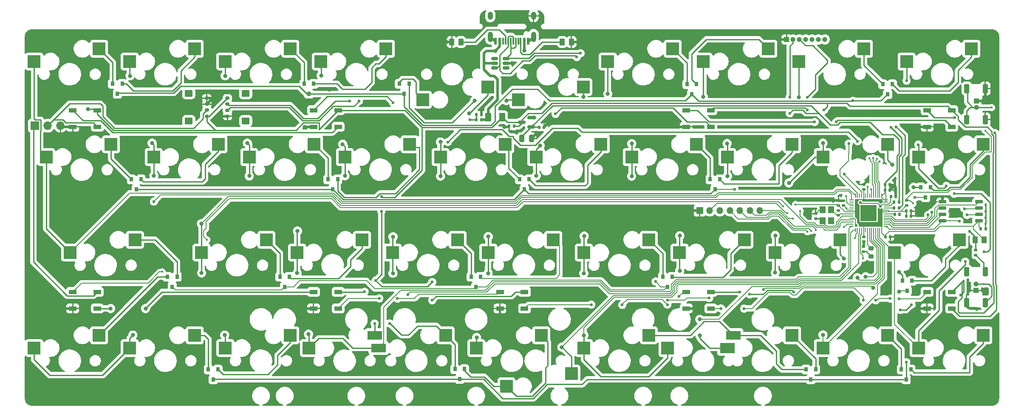
<source format=gbr>
%TF.GenerationSoftware,KiCad,Pcbnew,7.0.7*%
%TF.CreationDate,2023-10-14T12:40:26+02:00*%
%TF.ProjectId,qez,71657a2e-6b69-4636-9164-5f7063625858,rev?*%
%TF.SameCoordinates,Original*%
%TF.FileFunction,Copper,L2,Bot*%
%TF.FilePolarity,Positive*%
%FSLAX46Y46*%
G04 Gerber Fmt 4.6, Leading zero omitted, Abs format (unit mm)*
G04 Created by KiCad (PCBNEW 7.0.7) date 2023-10-14 12:40:26*
%MOMM*%
%LPD*%
G01*
G04 APERTURE LIST*
G04 Aperture macros list*
%AMRoundRect*
0 Rectangle with rounded corners*
0 $1 Rounding radius*
0 $2 $3 $4 $5 $6 $7 $8 $9 X,Y pos of 4 corners*
0 Add a 4 corners polygon primitive as box body*
4,1,4,$2,$3,$4,$5,$6,$7,$8,$9,$2,$3,0*
0 Add four circle primitives for the rounded corners*
1,1,$1+$1,$2,$3*
1,1,$1+$1,$4,$5*
1,1,$1+$1,$6,$7*
1,1,$1+$1,$8,$9*
0 Add four rect primitives between the rounded corners*
20,1,$1+$1,$2,$3,$4,$5,0*
20,1,$1+$1,$4,$5,$6,$7,0*
20,1,$1+$1,$6,$7,$8,$9,0*
20,1,$1+$1,$8,$9,$2,$3,0*%
G04 Aperture macros list end*
%TA.AperFunction,SMDPad,CuDef*%
%ADD10R,2.550000X2.500000*%
%TD*%
%TA.AperFunction,SMDPad,CuDef*%
%ADD11R,3.000000X2.000000*%
%TD*%
%TA.AperFunction,SMDPad,CuDef*%
%ADD12R,3.000000X1.750000*%
%TD*%
%TA.AperFunction,SMDPad,CuDef*%
%ADD13R,0.800000X0.900000*%
%TD*%
%TA.AperFunction,SMDPad,CuDef*%
%ADD14RoundRect,0.250000X0.375000X0.625000X-0.375000X0.625000X-0.375000X-0.625000X0.375000X-0.625000X0*%
%TD*%
%TA.AperFunction,SMDPad,CuDef*%
%ADD15RoundRect,0.250000X-0.262500X-0.450000X0.262500X-0.450000X0.262500X0.450000X-0.262500X0.450000X0*%
%TD*%
%TA.AperFunction,SMDPad,CuDef*%
%ADD16RoundRect,0.250000X0.262500X0.450000X-0.262500X0.450000X-0.262500X-0.450000X0.262500X-0.450000X0*%
%TD*%
%TA.AperFunction,SMDPad,CuDef*%
%ADD17RoundRect,0.150000X0.512500X0.150000X-0.512500X0.150000X-0.512500X-0.150000X0.512500X-0.150000X0*%
%TD*%
%TA.AperFunction,SMDPad,CuDef*%
%ADD18R,0.600000X1.450000*%
%TD*%
%TA.AperFunction,SMDPad,CuDef*%
%ADD19R,0.300000X1.450000*%
%TD*%
%TA.AperFunction,ComponentPad*%
%ADD20O,1.000000X1.600000*%
%TD*%
%TA.AperFunction,ComponentPad*%
%ADD21O,1.000000X2.100000*%
%TD*%
%TA.AperFunction,ComponentPad*%
%ADD22R,1.000000X1.000000*%
%TD*%
%TA.AperFunction,ComponentPad*%
%ADD23O,1.000000X1.000000*%
%TD*%
%TA.AperFunction,SMDPad,CuDef*%
%ADD24RoundRect,0.140000X-0.140000X-0.170000X0.140000X-0.170000X0.140000X0.170000X-0.140000X0.170000X0*%
%TD*%
%TA.AperFunction,SMDPad,CuDef*%
%ADD25RoundRect,0.140000X0.170000X-0.140000X0.170000X0.140000X-0.170000X0.140000X-0.170000X-0.140000X0*%
%TD*%
%TA.AperFunction,SMDPad,CuDef*%
%ADD26RoundRect,0.135000X-0.185000X0.135000X-0.185000X-0.135000X0.185000X-0.135000X0.185000X0.135000X0*%
%TD*%
%TA.AperFunction,SMDPad,CuDef*%
%ADD27R,1.500000X0.900000*%
%TD*%
%TA.AperFunction,SMDPad,CuDef*%
%ADD28RoundRect,0.275000X-0.275000X0.625000X-0.275000X-0.625000X0.275000X-0.625000X0.275000X0.625000X0*%
%TD*%
%TA.AperFunction,SMDPad,CuDef*%
%ADD29R,1.200000X1.400000*%
%TD*%
%TA.AperFunction,SMDPad,CuDef*%
%ADD30RoundRect,0.135000X0.185000X-0.135000X0.185000X0.135000X-0.185000X0.135000X-0.185000X-0.135000X0*%
%TD*%
%TA.AperFunction,SMDPad,CuDef*%
%ADD31RoundRect,0.140000X0.140000X0.170000X-0.140000X0.170000X-0.140000X-0.170000X0.140000X-0.170000X0*%
%TD*%
%TA.AperFunction,SMDPad,CuDef*%
%ADD32RoundRect,0.150000X-0.275000X0.150000X-0.275000X-0.150000X0.275000X-0.150000X0.275000X0.150000X0*%
%TD*%
%TA.AperFunction,SMDPad,CuDef*%
%ADD33RoundRect,0.175000X-0.225000X0.175000X-0.225000X-0.175000X0.225000X-0.175000X0.225000X0.175000X0*%
%TD*%
%TA.AperFunction,ComponentPad*%
%ADD34C,0.600000*%
%TD*%
%TA.AperFunction,SMDPad,CuDef*%
%ADD35RoundRect,0.300000X-0.500000X0.400000X-0.500000X-0.400000X0.500000X-0.400000X0.500000X0.400000X0*%
%TD*%
%TA.AperFunction,SMDPad,CuDef*%
%ADD36RoundRect,0.050000X0.050000X-0.387500X0.050000X0.387500X-0.050000X0.387500X-0.050000X-0.387500X0*%
%TD*%
%TA.AperFunction,SMDPad,CuDef*%
%ADD37RoundRect,0.050000X0.387500X-0.050000X0.387500X0.050000X-0.387500X0.050000X-0.387500X-0.050000X0*%
%TD*%
%TA.AperFunction,SMDPad,CuDef*%
%ADD38R,3.200000X3.200000*%
%TD*%
%TA.AperFunction,SMDPad,CuDef*%
%ADD39RoundRect,0.135000X0.135000X0.185000X-0.135000X0.185000X-0.135000X-0.185000X0.135000X-0.185000X0*%
%TD*%
%TA.AperFunction,SMDPad,CuDef*%
%ADD40RoundRect,0.150000X0.275000X-0.150000X0.275000X0.150000X-0.275000X0.150000X-0.275000X-0.150000X0*%
%TD*%
%TA.AperFunction,SMDPad,CuDef*%
%ADD41RoundRect,0.175000X0.225000X-0.175000X0.225000X0.175000X-0.225000X0.175000X-0.225000X-0.175000X0*%
%TD*%
%TA.AperFunction,SMDPad,CuDef*%
%ADD42RoundRect,0.300000X0.500000X-0.400000X0.500000X0.400000X-0.500000X0.400000X-0.500000X-0.400000X0*%
%TD*%
%TA.AperFunction,SMDPad,CuDef*%
%ADD43RoundRect,0.275000X0.275000X-0.625000X0.275000X0.625000X-0.275000X0.625000X-0.275000X-0.625000X0*%
%TD*%
%TA.AperFunction,SMDPad,CuDef*%
%ADD44RoundRect,0.150000X0.587500X0.150000X-0.587500X0.150000X-0.587500X-0.150000X0.587500X-0.150000X0*%
%TD*%
%TA.AperFunction,SMDPad,CuDef*%
%ADD45RoundRect,0.150000X-0.650000X-0.150000X0.650000X-0.150000X0.650000X0.150000X-0.650000X0.150000X0*%
%TD*%
%TA.AperFunction,ComponentPad*%
%ADD46R,1.700000X1.700000*%
%TD*%
%TA.AperFunction,ComponentPad*%
%ADD47O,1.700000X1.700000*%
%TD*%
%TA.AperFunction,SMDPad,CuDef*%
%ADD48RoundRect,0.140000X-0.170000X0.140000X-0.170000X-0.140000X0.170000X-0.140000X0.170000X0.140000X0*%
%TD*%
%TA.AperFunction,ComponentPad*%
%ADD49R,1.350000X1.350000*%
%TD*%
%TA.AperFunction,ComponentPad*%
%ADD50O,1.350000X1.350000*%
%TD*%
%TA.AperFunction,SMDPad,CuDef*%
%ADD51RoundRect,0.218750X0.256250X-0.218750X0.256250X0.218750X-0.256250X0.218750X-0.256250X-0.218750X0*%
%TD*%
%TA.AperFunction,SMDPad,CuDef*%
%ADD52RoundRect,0.135000X-0.135000X-0.185000X0.135000X-0.185000X0.135000X0.185000X-0.135000X0.185000X0*%
%TD*%
%TA.AperFunction,SMDPad,CuDef*%
%ADD53RoundRect,0.250000X-0.250000X-0.475000X0.250000X-0.475000X0.250000X0.475000X-0.250000X0.475000X0*%
%TD*%
%TA.AperFunction,ViaPad*%
%ADD54C,0.800000*%
%TD*%
%TA.AperFunction,ViaPad*%
%ADD55C,0.400000*%
%TD*%
%TA.AperFunction,ViaPad*%
%ADD56C,0.600000*%
%TD*%
%TA.AperFunction,Conductor*%
%ADD57C,0.500000*%
%TD*%
%TA.AperFunction,Conductor*%
%ADD58C,0.200000*%
%TD*%
%TA.AperFunction,Conductor*%
%ADD59C,0.400000*%
%TD*%
%TA.AperFunction,Conductor*%
%ADD60C,0.250000*%
%TD*%
%TA.AperFunction,Conductor*%
%ADD61C,0.160000*%
%TD*%
G04 APERTURE END LIST*
D10*
%TO.P,MX1,1,COL*%
%TO.N,col0*%
X60383750Y-64135000D03*
%TO.P,MX1,2,ROW*%
%TO.N,Net-(D1-A)*%
X73310750Y-61595000D03*
%TD*%
%TO.P,MX2,1,COL*%
%TO.N,col1*%
X79433750Y-64135000D03*
%TO.P,MX2,2,ROW*%
%TO.N,Net-(D1-A)*%
X92360750Y-61595000D03*
%TD*%
%TO.P,MX3,1,COL*%
%TO.N,col2*%
X98483750Y-64135000D03*
%TO.P,MX3,2,ROW*%
%TO.N,Net-(D2-A)*%
X111410750Y-61595000D03*
%TD*%
%TO.P,MX4,1,COL*%
%TO.N,col3*%
X117533750Y-64135000D03*
%TO.P,MX4,2,ROW*%
%TO.N,Net-(D2-A)*%
X130460750Y-61595000D03*
%TD*%
%TO.P,MX5,1,COL*%
%TO.N,col4*%
X150753750Y-69215000D03*
%TO.P,MX5,2,ROW*%
%TO.N,Net-(D3-A)*%
X137826750Y-71755000D03*
%TD*%
%TO.P,MX6,1,COL*%
%TO.N,col5*%
X169803750Y-69215000D03*
%TO.P,MX6,2,ROW*%
%TO.N,Net-(D3-A)*%
X156876750Y-71755000D03*
%TD*%
%TO.P,MX7,1,COL*%
%TO.N,col6*%
X174683750Y-64135000D03*
%TO.P,MX7,2,ROW*%
%TO.N,Net-(D4-A)*%
X187610750Y-61595000D03*
%TD*%
%TO.P,MX8,1,COL*%
%TO.N,col7*%
X193733750Y-64135000D03*
%TO.P,MX8,2,ROW*%
%TO.N,Net-(D4-A)*%
X206660750Y-61595000D03*
%TD*%
%TO.P,MX9,1,COL*%
%TO.N,col8*%
X212783750Y-64135000D03*
%TO.P,MX9,2,ROW*%
%TO.N,Net-(D5-A)*%
X225710750Y-61595000D03*
%TD*%
%TO.P,MX10,1,COL*%
%TO.N,col9*%
X234215000Y-64135000D03*
%TO.P,MX10,2,ROW*%
%TO.N,Net-(D5-A)*%
X247142000Y-61595000D03*
%TD*%
%TO.P,MX11,1,COL*%
%TO.N,col0*%
X62765000Y-83185000D03*
%TO.P,MX11,2,ROW*%
%TO.N,Net-(D6-A)*%
X75692000Y-80645000D03*
%TD*%
%TO.P,MX12,1,COL*%
%TO.N,col1*%
X84196250Y-83185000D03*
%TO.P,MX12,2,ROW*%
%TO.N,Net-(D6-A)*%
X97123250Y-80645000D03*
%TD*%
%TO.P,MX13,1,COL*%
%TO.N,col2*%
X103246250Y-83185000D03*
%TO.P,MX13,2,ROW*%
%TO.N,Net-(D7-A)*%
X116173250Y-80645000D03*
%TD*%
%TO.P,MX14,1,COL*%
%TO.N,col3*%
X122296250Y-83185000D03*
%TO.P,MX14,2,ROW*%
%TO.N,Net-(D7-A)*%
X135223250Y-80645000D03*
%TD*%
%TO.P,MX17,1,COL*%
%TO.N,col6*%
X179446250Y-83185000D03*
%TO.P,MX17,2,ROW*%
%TO.N,Net-(D9-A)*%
X192373250Y-80645000D03*
%TD*%
%TO.P,MX18,1,COL*%
%TO.N,col7*%
X198496250Y-83185000D03*
%TO.P,MX18,2,ROW*%
%TO.N,Net-(D9-A)*%
X211423250Y-80645000D03*
%TD*%
%TO.P,MX19,1,COL*%
%TO.N,col8*%
X217546250Y-83185000D03*
%TO.P,MX19,2,ROW*%
%TO.N,Net-(D10-A)*%
X230473250Y-80645000D03*
%TD*%
%TO.P,MX20,1,COL*%
%TO.N,col9*%
X236596250Y-83185000D03*
%TO.P,MX20,2,ROW*%
%TO.N,Net-(D10-A)*%
X249523250Y-80645000D03*
%TD*%
%TO.P,MX21,1,COL*%
%TO.N,col0*%
X67527500Y-102235000D03*
%TO.P,MX21,2,ROW*%
%TO.N,Net-(D11-A)*%
X80454500Y-99695000D03*
%TD*%
%TO.P,MX22,1,COL*%
%TO.N,col1*%
X60383750Y-121285000D03*
%TO.P,MX22,2,ROW*%
%TO.N,Net-(D11-A)*%
X73310750Y-118745000D03*
%TD*%
%TO.P,MX23,1,COL*%
%TO.N,col2*%
X93721250Y-102235000D03*
%TO.P,MX23,2,ROW*%
%TO.N,Net-(D12-A)*%
X106648250Y-99695000D03*
%TD*%
%TO.P,MX24,1,COL*%
%TO.N,col3*%
X112771250Y-102235000D03*
%TO.P,MX24,2,ROW*%
%TO.N,Net-(D12-A)*%
X125698250Y-99695000D03*
%TD*%
%TO.P,MX25,1,COL*%
%TO.N,col4*%
X131821250Y-102235000D03*
%TO.P,MX25,2,ROW*%
%TO.N,Net-(D13-A)*%
X144748250Y-99695000D03*
%TD*%
%TO.P,MX26,1,COL*%
%TO.N,col5*%
X150871250Y-102235000D03*
%TO.P,MX26,2,ROW*%
%TO.N,Net-(D13-A)*%
X163798250Y-99695000D03*
%TD*%
%TO.P,MX29,1,COL*%
%TO.N,col8*%
X208021250Y-102235000D03*
%TO.P,MX29,2,ROW*%
%TO.N,Net-(D15-A)*%
X220948250Y-99695000D03*
%TD*%
%TO.P,MX30,1,COL*%
%TO.N,col9*%
X231833750Y-102235000D03*
%TO.P,MX30,2,ROW*%
%TO.N,Net-(D15-A)*%
X244760750Y-99695000D03*
%TD*%
%TO.P,MX31,1,COL*%
%TO.N,col1*%
X79433750Y-121285000D03*
%TO.P,MX31,2,ROW*%
%TO.N,Net-(D16-A)*%
X92360750Y-118745000D03*
%TD*%
%TO.P,MX34,1,COL*%
%TO.N,col5*%
X167422500Y-126365000D03*
%TO.P,MX34,2,ROW*%
%TO.N,caps*%
X154495500Y-128905000D03*
%TD*%
%TO.P,MX37,1,COL*%
%TO.N,col8*%
X217546250Y-121285000D03*
%TO.P,MX37,2,ROW*%
%TO.N,Net-(D19-A)*%
X230473250Y-118745000D03*
%TD*%
%TO.P,MX38,1,COL*%
%TO.N,col9*%
X236596250Y-121285000D03*
%TO.P,MX38,2,ROW*%
%TO.N,Net-(D19-A)*%
X249523250Y-118745000D03*
%TD*%
%TO.P,MX28,1,COL*%
%TO.N,col7*%
X188971250Y-102235000D03*
%TO.P,MX28,2,ROW*%
%TO.N,Net-(D14-A)*%
X201898250Y-99695000D03*
%TD*%
D11*
%TO.P,MX36,1,COL*%
%TO.N,col7*%
X198496250Y-121285000D03*
D10*
%TO.P,MX36,2,ROW*%
%TO.N,Net-(D18-A)*%
X211423250Y-118745000D03*
%TD*%
%TO.P,MX32,1,COL*%
%TO.N,col2*%
X98483750Y-121285000D03*
%TO.P,MX32,2,ROW*%
%TO.N,Net-(D16-A)*%
X111410750Y-118745000D03*
%TD*%
%TO.P,MX15,1,COL*%
%TO.N,col4*%
X141346250Y-83185000D03*
%TO.P,MX15,2,ROW*%
%TO.N,Net-(D8-A)*%
X154273250Y-80645000D03*
%TD*%
%TO.P,MX41,1,COL*%
%TO.N,col5*%
X148490000Y-121285000D03*
%TO.P,MX41,2,ROW*%
%TO.N,Net-(D17-A)*%
X161417000Y-118745000D03*
%TD*%
D12*
%TO.P,MX39,1,COL*%
%TO.N,col3*%
X129025000Y-121285000D03*
D10*
%TO.P,MX39,2,ROW*%
%TO.N,Net-(D17-A)*%
X142367000Y-118745000D03*
%TD*%
%TO.P,MX33,1,COL*%
%TO.N,col3*%
X115152500Y-121285000D03*
D12*
%TO.P,MX33,2,ROW*%
%TO.N,caps*%
X128237500Y-118745000D03*
%TD*%
D10*
%TO.P,MX40,1,COL*%
%TO.N,col6*%
X169921250Y-121285000D03*
%TO.P,MX40,2,ROW*%
%TO.N,Net-(D18-A)*%
X182848250Y-118745000D03*
%TD*%
%TO.P,MX35,1,COL*%
%TO.N,col6*%
X186590000Y-121285000D03*
D12*
%TO.P,MX35,2,ROW*%
%TO.N,Net-(D18-A)*%
X199675000Y-118745000D03*
%TD*%
D10*
%TO.P,MX16,1,COL*%
%TO.N,col5*%
X160396250Y-83185000D03*
%TO.P,MX16,2,ROW*%
%TO.N,Net-(D8-A)*%
X173323250Y-80645000D03*
%TD*%
%TO.P,MX27,1,COL*%
%TO.N,col6*%
X169921250Y-102235000D03*
%TO.P,MX27,2,ROW*%
%TO.N,Net-(D14-A)*%
X182848250Y-99695000D03*
%TD*%
D13*
%TO.P,D1,1,K*%
%TO.N,row0*%
X76962000Y-70596000D03*
%TO.P,D1,2,A*%
%TO.N,Net-(D1-A)*%
X77912000Y-68596000D03*
X76012000Y-68596000D03*
%TD*%
%TO.P,D2,1,K*%
%TO.N,row0*%
X115125500Y-70596000D03*
%TO.P,D2,2,A*%
%TO.N,Net-(D2-A)*%
X116075500Y-68596000D03*
X114175500Y-68596000D03*
%TD*%
%TO.P,D3,1,K*%
%TO.N,row0*%
X134112000Y-70596000D03*
%TO.P,D3,2,A*%
%TO.N,Net-(D3-A)*%
X135062000Y-68596000D03*
X133162000Y-68596000D03*
%TD*%
%TO.P,D4,1,K*%
%TO.N,row0*%
X191389000Y-70659500D03*
%TO.P,D4,2,A*%
%TO.N,Net-(D4-A)*%
X192339000Y-68659500D03*
X190439000Y-68659500D03*
%TD*%
%TO.P,D5,1,K*%
%TO.N,row0*%
X230441500Y-70659500D03*
%TO.P,D5,2,A*%
%TO.N,Net-(D5-A)*%
X231391500Y-68659500D03*
X229491500Y-68659500D03*
%TD*%
%TO.P,D6,1,K*%
%TO.N,row1*%
X80708500Y-89646000D03*
%TO.P,D6,2,A*%
%TO.N,Net-(D6-A)*%
X81658500Y-87646000D03*
X79758500Y-87646000D03*
%TD*%
%TO.P,D7,1,K*%
%TO.N,row1*%
X119888000Y-89646000D03*
%TO.P,D7,2,A*%
%TO.N,Net-(D7-A)*%
X120838000Y-87646000D03*
X118938000Y-87646000D03*
%TD*%
%TO.P,D8,1,K*%
%TO.N,row1*%
X158051500Y-89646000D03*
%TO.P,D8,2,A*%
%TO.N,Net-(D8-A)*%
X159001500Y-87646000D03*
X157101500Y-87646000D03*
%TD*%
%TO.P,D9,1,K*%
%TO.N,row1*%
X196024500Y-89646000D03*
%TO.P,D9,2,A*%
%TO.N,Net-(D9-A)*%
X196974500Y-87646000D03*
X195074500Y-87646000D03*
%TD*%
%TO.P,D10,1,K*%
%TO.N,row1*%
X238000000Y-91250000D03*
%TO.P,D10,2,A*%
%TO.N,Net-(D10-A)*%
X238950000Y-89250000D03*
X237050000Y-89250000D03*
%TD*%
%TO.P,D11,1,K*%
%TO.N,row2*%
X87884000Y-109077000D03*
%TO.P,D11,2,A*%
%TO.N,Net-(D11-A)*%
X88834000Y-107077000D03*
X86934000Y-107077000D03*
%TD*%
%TO.P,D12,1,K*%
%TO.N,row2*%
X110299500Y-109077000D03*
%TO.P,D12,2,A*%
%TO.N,Net-(D12-A)*%
X111249500Y-107077000D03*
X109349500Y-107077000D03*
%TD*%
%TO.P,D13,1,K*%
%TO.N,row2*%
X148399500Y-109077000D03*
%TO.P,D13,2,A*%
%TO.N,Net-(D13-A)*%
X149349500Y-107077000D03*
X147449500Y-107077000D03*
%TD*%
%TO.P,D14,1,K*%
%TO.N,row2*%
X186563000Y-109077000D03*
%TO.P,D14,2,A*%
%TO.N,Net-(D14-A)*%
X187513000Y-107077000D03*
X185613000Y-107077000D03*
%TD*%
%TO.P,D15,1,K*%
%TO.N,row2*%
X234355691Y-109858660D03*
%TO.P,D15,2,A*%
%TO.N,Net-(D15-A)*%
X235305691Y-107858660D03*
X233405691Y-107858660D03*
%TD*%
%TO.P,D16,1,K*%
%TO.N,row3*%
X96043750Y-127555500D03*
%TO.P,D16,2,A*%
%TO.N,Net-(D16-A)*%
X96993750Y-125555500D03*
X95093750Y-125555500D03*
%TD*%
%TO.P,D19,1,K*%
%TO.N,row3*%
X234124500Y-127555500D03*
%TO.P,D19,2,A*%
%TO.N,Net-(D19-A)*%
X235074500Y-125555500D03*
X233174500Y-125555500D03*
%TD*%
D14*
%TO.P,F1,1*%
%TO.N,VCC_fuse*%
X153650000Y-75250000D03*
%TO.P,F1,2*%
%TO.N,VCC*%
X150850000Y-75250000D03*
%TD*%
D15*
%TO.P,R1,1*%
%TO.N,GND*%
X143587500Y-60250000D03*
%TO.P,R1,2*%
%TO.N,Net-(USB1-CC1)*%
X145412500Y-60250000D03*
%TD*%
D16*
%TO.P,R2,1*%
%TO.N,GND*%
X167412500Y-60250000D03*
%TO.P,R2,2*%
%TO.N,Net-(USB1-CC2)*%
X165587500Y-60250000D03*
%TD*%
D17*
%TO.P,U4,1,IO1*%
%TO.N,D+*%
X154387500Y-63550000D03*
%TO.P,U4,2,VN*%
%TO.N,GND*%
X154387500Y-64500000D03*
%TO.P,U4,3,IO2*%
%TO.N,unconnected-(U4-IO2-Pad3)*%
X154387500Y-65450000D03*
%TO.P,U4,4,IO3*%
%TO.N,D-*%
X152112500Y-65450000D03*
%TO.P,U4,5,VP*%
%TO.N,VCC*%
X152112500Y-64500000D03*
%TO.P,U4,6,IO4*%
%TO.N,unconnected-(U4-IO4-Pad6)*%
X152112500Y-63550000D03*
%TD*%
D18*
%TO.P,USB1,A1,GND*%
%TO.N,GND*%
X152325000Y-60115500D03*
%TO.P,USB1,A4,VBUS*%
%TO.N,VCC*%
X153125000Y-60115500D03*
D19*
%TO.P,USB1,A5,CC1*%
%TO.N,Net-(USB1-CC1)*%
X154325000Y-60115500D03*
%TO.P,USB1,A6,D+*%
%TO.N,D+*%
X155325000Y-60115500D03*
%TO.P,USB1,A7,D-*%
%TO.N,D-*%
X155825000Y-60115500D03*
%TO.P,USB1,A8,SBU1*%
%TO.N,unconnected-(USB1-SBU1-PadA8)*%
X156825000Y-60115500D03*
D18*
%TO.P,USB1,A9,VBUS*%
%TO.N,VCC*%
X158025000Y-60115500D03*
%TO.P,USB1,A12,GND*%
%TO.N,GND*%
X158825000Y-60115500D03*
%TO.P,USB1,B1,GND*%
X158825000Y-60115500D03*
%TO.P,USB1,B4,VBUS*%
%TO.N,VCC*%
X158025000Y-60115500D03*
D19*
%TO.P,USB1,B5,CC2*%
%TO.N,Net-(USB1-CC2)*%
X157325000Y-60115500D03*
%TO.P,USB1,B6,D+*%
%TO.N,D+*%
X156325000Y-60115500D03*
%TO.P,USB1,B7,D-*%
%TO.N,D-*%
X154825000Y-60115500D03*
%TO.P,USB1,B8,SBU2*%
%TO.N,unconnected-(USB1-SBU2-PadB8)*%
X153825000Y-60115500D03*
D18*
%TO.P,USB1,B9,VBUS*%
%TO.N,VCC*%
X153125000Y-60115500D03*
%TO.P,USB1,B12,GND*%
%TO.N,GND*%
X152325000Y-60115500D03*
D20*
%TO.P,USB1,S1,SHIELD*%
X159895000Y-55020500D03*
D21*
%TO.P,USB1,S2*%
%TO.N,N/C*%
X159895000Y-59200500D03*
%TO.P,USB1,S3*%
X151255000Y-59200500D03*
D20*
%TO.P,USB1,S4*%
X151255000Y-55020500D03*
%TD*%
D13*
%TO.P,D17,1,K*%
%TO.N,row3*%
X145161000Y-127492000D03*
%TO.P,D17,2,A*%
%TO.N,caps*%
X146111000Y-125492000D03*
X144211000Y-125492000D03*
%TD*%
%TO.P,D18,1,K*%
%TO.N,row3*%
X215138000Y-127555500D03*
%TO.P,D18,2,A*%
%TO.N,Net-(D18-A)*%
X216088000Y-125555500D03*
X214188000Y-125555500D03*
%TD*%
D22*
%TO.P,J7,1,Pin_1*%
%TO.N,GND*%
X210317534Y-59737148D03*
D23*
%TO.P,J7,2,Pin_2*%
%TO.N,+3V3*%
X211587534Y-59737148D03*
%TO.P,J7,3,Pin_3*%
%TO.N,VCC_fuse*%
X212857534Y-59737148D03*
%TO.P,J7,4,Pin_4*%
%TO.N,Net-(J7-Pin_4)*%
X214127534Y-59737148D03*
%TO.P,J7,5,Pin_5*%
%TO.N,Net-(J7-Pin_5)*%
X215397534Y-59737148D03*
%TO.P,J7,6,Pin_6*%
%TO.N,Net-(J7-Pin_6)*%
X216667534Y-59737148D03*
%TO.P,J7,7,Pin_7*%
%TO.N,Net-(J7-Pin_7)*%
X217937534Y-59737148D03*
%TD*%
D24*
%TO.P,C9,1*%
%TO.N,+3V3*%
X234176562Y-94962187D03*
%TO.P,C9,2*%
%TO.N,GND*%
X235136562Y-94962187D03*
%TD*%
D25*
%TO.P,C14,1*%
%TO.N,+3V3*%
X220621340Y-92839838D03*
%TO.P,C14,2*%
%TO.N,GND*%
X220621340Y-91879838D03*
%TD*%
%TO.P,C12,1*%
%TO.N,+3V3*%
X225662100Y-89639736D03*
%TO.P,C12,2*%
%TO.N,GND*%
X225662100Y-88679736D03*
%TD*%
D26*
%TO.P,R8,1*%
%TO.N,RST*%
X234256562Y-91852187D03*
%TO.P,R8,2*%
%TO.N,+3V3*%
X234256562Y-92872187D03*
%TD*%
D27*
%TO.P,D24,1,VDD*%
%TO.N,VCC_fuse*%
X195200000Y-110100000D03*
%TO.P,D24,2,DOUT*%
%TO.N,WS2812-line*%
X195200000Y-113400000D03*
%TO.P,D24,3,VSS*%
%TO.N,GND*%
X190300000Y-113400000D03*
%TO.P,D24,4,DIN*%
%TO.N,Net-(D23-DOUT)*%
X190300000Y-110100000D03*
%TD*%
D28*
%TO.P,Boot1,1,1*%
%TO.N,GND*%
X246170842Y-106035074D03*
X246170842Y-112235074D03*
%TO.P,Boot1,2,2*%
%TO.N,Net-(J1-Pin_2)*%
X249870842Y-106035074D03*
X249870842Y-112235074D03*
%TD*%
D27*
%TO.P,D21,1,VDD*%
%TO.N,VCC_fuse*%
X72950000Y-110100000D03*
%TO.P,D21,2,DOUT*%
%TO.N,Net-(D21-DOUT)*%
X72950000Y-113400000D03*
%TO.P,D21,3,VSS*%
%TO.N,GND*%
X68050000Y-113400000D03*
%TO.P,D21,4,DIN*%
%TO.N,underglow*%
X68050000Y-110100000D03*
%TD*%
D24*
%TO.P,C8,1*%
%TO.N,+1V1*%
X231082023Y-91042518D03*
%TO.P,C8,2*%
%TO.N,GND*%
X232042023Y-91042518D03*
%TD*%
%TO.P,C7,1*%
%TO.N,+1V1*%
X231872868Y-94617943D03*
%TO.P,C7,2*%
%TO.N,GND*%
X232832868Y-94617943D03*
%TD*%
%TO.P,C5,1*%
%TO.N,+3V3*%
X249020000Y-97500000D03*
%TO.P,C5,2*%
%TO.N,GND*%
X249980000Y-97500000D03*
%TD*%
D27*
%TO.P,D28,1,VDD*%
%TO.N,VCC_fuse*%
X120950000Y-73850000D03*
%TO.P,D28,2,DOUT*%
%TO.N,Net-(D28-DOUT)*%
X120950000Y-77150000D03*
%TO.P,D28,3,VSS*%
%TO.N,GND*%
X116050000Y-77150000D03*
%TO.P,D28,4,DIN*%
%TO.N,Net-(D27-DOUT)*%
X116050000Y-73850000D03*
%TD*%
%TO.P,D26,1,VDD*%
%TO.N,VCC_fuse*%
X243200000Y-73850000D03*
%TO.P,D26,2,DOUT*%
%TO.N,Net-(D26-DOUT)*%
X243200000Y-77150000D03*
%TO.P,D26,3,VSS*%
%TO.N,GND*%
X238300000Y-77150000D03*
%TO.P,D26,4,DIN*%
%TO.N,Net-(D25-DOUT)*%
X238300000Y-73850000D03*
%TD*%
D29*
%TO.P,Y1,1,1*%
%TO.N,/MCU_Crystal_C3*%
X217506562Y-95862187D03*
%TO.P,Y1,2,2*%
%TO.N,GND*%
X217506562Y-93662187D03*
%TO.P,Y1,3,3*%
%TO.N,/MCU_Crystal_C2*%
X219206562Y-93662187D03*
%TO.P,Y1,4,4*%
%TO.N,GND*%
X219206562Y-95862187D03*
%TD*%
D30*
%TO.P,R5,1*%
%TO.N,Net-(J1-Pin_2)*%
X248000000Y-102760000D03*
%TO.P,R5,2*%
%TO.N,QSPI_SS*%
X248000000Y-101740000D03*
%TD*%
D27*
%TO.P,D27,1,VDD*%
%TO.N,VCC_fuse*%
X195200000Y-73850000D03*
%TO.P,D27,2,DOUT*%
%TO.N,Net-(D27-DOUT)*%
X195200000Y-77150000D03*
%TO.P,D27,3,VSS*%
%TO.N,GND*%
X190300000Y-77150000D03*
%TO.P,D27,4,DIN*%
%TO.N,Net-(D26-DOUT)*%
X190300000Y-73850000D03*
%TD*%
D31*
%TO.P,C1,1*%
%TO.N,VCC_fuse*%
X155980000Y-77040000D03*
%TO.P,C1,2*%
%TO.N,GND*%
X155020000Y-77040000D03*
%TD*%
D32*
%TO.P,J5,1,Pin_1*%
%TO.N,VCC_fuse*%
X98897875Y-71458684D03*
%TO.P,J5,2,Pin_2*%
%TO.N,D-*%
X98897875Y-72658684D03*
%TO.P,J5,3,Pin_3*%
%TO.N,D+*%
X98897875Y-73858684D03*
%TO.P,J5,4,Pin_4*%
%TO.N,GND*%
X98897875Y-75058684D03*
D33*
%TO.P,J5,MP*%
%TO.N,N/C*%
X102672875Y-70308684D03*
D34*
X102022875Y-70408684D03*
D35*
X102522875Y-70508684D03*
D34*
X103022875Y-70908684D03*
X102522875Y-70908684D03*
X102022875Y-70908684D03*
X103022875Y-75608684D03*
X102522875Y-75608684D03*
X102022875Y-75608684D03*
D35*
X102522875Y-76008684D03*
D34*
X102022875Y-76108684D03*
D33*
X102672875Y-76208684D03*
%TD*%
D36*
%TO.P,U3,1,IOVDD*%
%TO.N,+3V3*%
X229256562Y-97799687D03*
%TO.P,U3,2,GPIO0*%
%TO.N,col9*%
X228856562Y-97799687D03*
%TO.P,U3,3,GPIO1*%
%TO.N,col8*%
X228456562Y-97799687D03*
%TO.P,U3,4,GPIO2*%
%TO.N,col7*%
X228056562Y-97799687D03*
%TO.P,U3,5,GPIO3*%
%TO.N,col6*%
X227656562Y-97799687D03*
%TO.P,U3,6,GPIO4*%
%TO.N,row3*%
X227256562Y-97799687D03*
%TO.P,U3,7,GPIO5*%
%TO.N,row2*%
X226856562Y-97799687D03*
%TO.P,U3,8,GPIO6*%
%TO.N,LED*%
X226456562Y-97799687D03*
%TO.P,U3,9,GPIO7*%
%TO.N,unconnected-(U3-GPIO7-Pad9)*%
X226056562Y-97799687D03*
%TO.P,U3,10,IOVDD*%
%TO.N,+3V3*%
X225656562Y-97799687D03*
%TO.P,U3,11,GPIO8*%
%TO.N,Net-(J6-Pin_4)*%
X225256562Y-97799687D03*
%TO.P,U3,12,GPIO9*%
%TO.N,col5*%
X224856562Y-97799687D03*
%TO.P,U3,13,GPIO10*%
%TO.N,Net-(J6-Pin_5)*%
X224456562Y-97799687D03*
%TO.P,U3,14,GPIO11*%
%TO.N,col4*%
X224056562Y-97799687D03*
D37*
%TO.P,U3,15,GPIO12*%
%TO.N,col3*%
X223219062Y-96962187D03*
%TO.P,U3,16,GPIO13*%
%TO.N,Net-(J6-Pin_6)*%
X223219062Y-96562187D03*
%TO.P,U3,17,GPIO14*%
%TO.N,col2*%
X223219062Y-96162187D03*
%TO.P,U3,18,GPIO15*%
%TO.N,Net-(J6-Pin_7)*%
X223219062Y-95762187D03*
%TO.P,U3,19,TESTEN*%
%TO.N,GND*%
X223219062Y-95362187D03*
%TO.P,U3,20,XIN*%
%TO.N,/MCU_Crystal_C3*%
X223219062Y-94962187D03*
%TO.P,U3,21,XOUT*%
%TO.N,/MCU_Crystal_C2*%
X223219062Y-94562187D03*
%TO.P,U3,22,IOVDD*%
%TO.N,+3V3*%
X223219062Y-94162187D03*
%TO.P,U3,23,DVDD*%
%TO.N,+1V1*%
X223219062Y-93762187D03*
%TO.P,U3,24,SWCLK*%
%TO.N,unconnected-(U3-SWCLK-Pad24)*%
X223219062Y-93362187D03*
%TO.P,U3,25,SWD*%
%TO.N,unconnected-(U3-SWD-Pad25)*%
X223219062Y-92962187D03*
%TO.P,U3,26,RUN*%
%TO.N,RST*%
X223219062Y-92562187D03*
%TO.P,U3,27,GPIO16*%
%TO.N,unconnected-(U3-GPIO16-Pad27)*%
X223219062Y-92162187D03*
%TO.P,U3,28,GPIO17*%
%TO.N,col1*%
X223219062Y-91762187D03*
D36*
%TO.P,U3,29,GPIO18*%
%TO.N,col0*%
X224056562Y-90924687D03*
%TO.P,U3,30,GPIO19*%
%TO.N,row0*%
X224456562Y-90924687D03*
%TO.P,U3,31,GPIO20*%
%TO.N,unconnected-(U3-GPIO20-Pad31)*%
X224856562Y-90924687D03*
%TO.P,U3,32,GPIO21*%
%TO.N,/VBUS_DET*%
X225256562Y-90924687D03*
%TO.P,U3,33,IOVDD*%
%TO.N,+3V3*%
X225656562Y-90924687D03*
%TO.P,U3,34,GPIO22*%
%TO.N,unconnected-(U3-GPIO22-Pad34)*%
X226056562Y-90924687D03*
%TO.P,U3,35,GPIO23*%
%TO.N,row1*%
X226456562Y-90924687D03*
%TO.P,U3,36,GPIO24*%
%TO.N,unconnected-(U3-GPIO24-Pad36)*%
X226856562Y-90924687D03*
%TO.P,U3,37,GPIO25*%
%TO.N,underglow*%
X227256562Y-90924687D03*
%TO.P,U3,38,GPIO26_ADC0*%
%TO.N,Net-(J7-Pin_4)*%
X227656562Y-90924687D03*
%TO.P,U3,39,GPIO27_ADC1*%
%TO.N,Net-(J7-Pin_5)*%
X228056562Y-90924687D03*
%TO.P,U3,40,GPIO28_ADC2*%
%TO.N,Net-(J7-Pin_6)*%
X228456562Y-90924687D03*
%TO.P,U3,41,GPIO29_ADC3*%
%TO.N,Net-(J7-Pin_7)*%
X228856562Y-90924687D03*
%TO.P,U3,42,IOVDD*%
%TO.N,+3V3*%
X229256562Y-90924687D03*
D37*
%TO.P,U3,43,ADC_AVDD*%
X230094062Y-91762187D03*
%TO.P,U3,44,VREG_IN*%
X230094062Y-92162187D03*
%TO.P,U3,45,VREG_VOUT*%
%TO.N,+1V1*%
X230094062Y-92562187D03*
%TO.P,U3,46,USB_DM*%
%TO.N,/MCU_DM*%
X230094062Y-92962187D03*
%TO.P,U3,47,USB_DP*%
%TO.N,/MCU_DP*%
X230094062Y-93362187D03*
%TO.P,U3,48,USB_VDD*%
%TO.N,+3V3*%
X230094062Y-93762187D03*
%TO.P,U3,49,IOVDD*%
X230094062Y-94162187D03*
%TO.P,U3,50,DVDD*%
%TO.N,+1V1*%
X230094062Y-94562187D03*
%TO.P,U3,51,QSPI_SD3*%
%TO.N,QSPI_SD3*%
X230094062Y-94962187D03*
%TO.P,U3,52,QSPI_SCLK*%
%TO.N,QSPI_SCLK*%
X230094062Y-95362187D03*
%TO.P,U3,53,QSPI_SD0*%
%TO.N,QSPI_SD0*%
X230094062Y-95762187D03*
%TO.P,U3,54,QSPI_SD2*%
%TO.N,QSPI_SD2*%
X230094062Y-96162187D03*
%TO.P,U3,55,QSPI_SD1*%
%TO.N,QSPI_SD1*%
X230094062Y-96562187D03*
%TO.P,U3,56,QSPI_SS*%
%TO.N,QSPI_SS*%
X230094062Y-96962187D03*
D38*
%TO.P,U3,57,GND*%
%TO.N,GND*%
X226656562Y-94362187D03*
%TD*%
D24*
%TO.P,C4,1*%
%TO.N,+3V3*%
X161020000Y-77250000D03*
%TO.P,C4,2*%
%TO.N,GND*%
X161980000Y-77250000D03*
%TD*%
D22*
%TO.P,J4,1,Pin_1*%
%TO.N,GND*%
X248119055Y-72044104D03*
D23*
%TO.P,J4,2,Pin_2*%
%TO.N,RST*%
X248119055Y-73314104D03*
%TD*%
D27*
%TO.P,D29,1,VDD*%
%TO.N,VCC_fuse*%
X72988549Y-73848224D03*
%TO.P,D29,2,DOUT*%
%TO.N,Net-(D29-DOUT)*%
X72988549Y-77148224D03*
%TO.P,D29,3,VSS*%
%TO.N,GND*%
X68088549Y-77148224D03*
%TO.P,D29,4,DIN*%
%TO.N,Net-(D28-DOUT)*%
X68088549Y-73848224D03*
%TD*%
D39*
%TO.P,R3,1*%
%TO.N,D+*%
X232766562Y-93362187D03*
%TO.P,R3,2*%
%TO.N,/MCU_DP*%
X231746562Y-93362187D03*
%TD*%
D25*
%TO.P,C3,1*%
%TO.N,/MCU_Crystal_C3*%
X216106562Y-95442187D03*
%TO.P,C3,2*%
%TO.N,GND*%
X216106562Y-94482187D03*
%TD*%
D24*
%TO.P,C16,1*%
%TO.N,+3V3*%
X234176562Y-93962187D03*
%TO.P,C16,2*%
%TO.N,GND*%
X235136562Y-93962187D03*
%TD*%
D27*
%TO.P,D22,1,VDD*%
%TO.N,VCC_fuse*%
X120950000Y-110100000D03*
%TO.P,D22,2,DOUT*%
%TO.N,Net-(D22-DOUT)*%
X120950000Y-113400000D03*
%TO.P,D22,3,VSS*%
%TO.N,GND*%
X116050000Y-113400000D03*
%TO.P,D22,4,DIN*%
%TO.N,Net-(D21-DOUT)*%
X116050000Y-110100000D03*
%TD*%
D25*
%TO.P,C2,1*%
%TO.N,/MCU_Crystal_C2*%
X220630083Y-94803443D03*
%TO.P,C2,2*%
%TO.N,GND*%
X220630083Y-93843443D03*
%TD*%
D39*
%TO.P,R11,1*%
%TO.N,GND*%
X149510000Y-74750000D03*
%TO.P,R11,2*%
%TO.N,/VBUS_DET*%
X148490000Y-74750000D03*
%TD*%
D40*
%TO.P,J3,1,Pin_1*%
%TO.N,VCC_fuse*%
X94796655Y-75036662D03*
%TO.P,J3,2,Pin_2*%
%TO.N,Net-(D29-DOUT)*%
X94796655Y-73836662D03*
%TO.P,J3,3,Pin_3*%
%TO.N,GND*%
X94796655Y-72636662D03*
%TO.P,J3,4,Pin_4*%
X94796655Y-71436662D03*
D41*
%TO.P,J3,MP*%
%TO.N,N/C*%
X91021655Y-76186662D03*
D34*
X91671655Y-76086662D03*
D42*
X91171655Y-75986662D03*
D34*
X90671655Y-75586662D03*
X91171655Y-75586662D03*
X91671655Y-75586662D03*
X90671655Y-70886662D03*
X91171655Y-70886662D03*
X91671655Y-70886662D03*
D42*
X91171655Y-70486662D03*
D34*
X91671655Y-70386662D03*
D41*
X91021655Y-70286662D03*
%TD*%
D27*
%TO.P,D23,1,VDD*%
%TO.N,VCC_fuse*%
X158082447Y-110109999D03*
%TO.P,D23,2,DOUT*%
%TO.N,Net-(D23-DOUT)*%
X158082447Y-113409999D03*
%TO.P,D23,3,VSS*%
%TO.N,GND*%
X153182447Y-113409999D03*
%TO.P,D23,4,DIN*%
%TO.N,Net-(D22-DOUT)*%
X153182447Y-110109999D03*
%TD*%
D43*
%TO.P,Reset1,1,1*%
%TO.N,GND*%
X249908537Y-75731252D03*
X249908537Y-69531252D03*
%TO.P,Reset1,2,2*%
%TO.N,RST*%
X246208537Y-75731252D03*
X246208537Y-69531252D03*
%TD*%
D44*
%TO.P,U1,1,GND*%
%TO.N,GND*%
X159437500Y-75300000D03*
%TO.P,U1,2,VO*%
%TO.N,+3V3*%
X159437500Y-77200000D03*
%TO.P,U1,3,VI*%
%TO.N,VCC_fuse*%
X157562500Y-76250000D03*
%TD*%
D45*
%TO.P,U2,1,~{CS}*%
%TO.N,QSPI_SS*%
X241400000Y-95905000D03*
%TO.P,U2,2,DO(IO1)*%
%TO.N,QSPI_SD1*%
X241400000Y-94635000D03*
%TO.P,U2,3,IO2*%
%TO.N,QSPI_SD2*%
X241400000Y-93365000D03*
%TO.P,U2,4,GND*%
%TO.N,GND*%
X241400000Y-92095000D03*
%TO.P,U2,5,DI(IO0)*%
%TO.N,QSPI_SD0*%
X248600000Y-92095000D03*
%TO.P,U2,6,CLK*%
%TO.N,QSPI_SCLK*%
X248600000Y-93365000D03*
%TO.P,U2,7,IO3*%
%TO.N,QSPI_SD3*%
X248600000Y-94635000D03*
%TO.P,U2,8,VCC*%
%TO.N,+3V3*%
X248600000Y-95905000D03*
%TD*%
D16*
%TO.P,R6,1*%
%TO.N,+3V3*%
X249662500Y-99750000D03*
%TO.P,R6,2*%
%TO.N,QSPI_SS*%
X247837500Y-99750000D03*
%TD*%
D26*
%TO.P,R9,1*%
%TO.N,GND*%
X225643214Y-101043044D03*
%TO.P,R9,2*%
%TO.N,Net-(D20-K)*%
X225643214Y-102063044D03*
%TD*%
D24*
%TO.P,C15,1*%
%TO.N,+3V3*%
X229925600Y-88695709D03*
%TO.P,C15,2*%
%TO.N,GND*%
X230885600Y-88695709D03*
%TD*%
%TO.P,C10,1*%
%TO.N,+3V3*%
X229925600Y-89794252D03*
%TO.P,C10,2*%
%TO.N,GND*%
X230885600Y-89794252D03*
%TD*%
D46*
%TO.P,J2,1,Pin_1*%
%TO.N,VCC_fuse*%
X60546930Y-76941939D03*
D47*
%TO.P,J2,2,Pin_2*%
%TO.N,Net-(D29-DOUT)*%
X63086930Y-76941939D03*
%TO.P,J2,3,Pin_3*%
%TO.N,GND*%
X65626930Y-76941939D03*
%TD*%
D48*
%TO.P,C13,1*%
%TO.N,+3V3*%
X225656562Y-99082187D03*
%TO.P,C13,2*%
%TO.N,GND*%
X225656562Y-100042187D03*
%TD*%
D24*
%TO.P,C11,1*%
%TO.N,+3V3*%
X230026562Y-99112187D03*
%TO.P,C11,2*%
%TO.N,GND*%
X230986562Y-99112187D03*
%TD*%
D25*
%TO.P,C6,1*%
%TO.N,+1V1*%
X221656562Y-92842187D03*
%TO.P,C6,2*%
%TO.N,GND*%
X221656562Y-91882187D03*
%TD*%
D49*
%TO.P,J6,1,Pin_1*%
%TO.N,GND*%
X192992434Y-93867427D03*
D50*
%TO.P,J6,2,Pin_2*%
%TO.N,+3V3*%
X194992434Y-93867427D03*
%TO.P,J6,3,Pin_3*%
%TO.N,VCC_fuse*%
X196992434Y-93867427D03*
%TO.P,J6,4,Pin_4*%
%TO.N,Net-(J6-Pin_4)*%
X198992434Y-93867427D03*
%TO.P,J6,5,Pin_5*%
%TO.N,Net-(J6-Pin_5)*%
X200992434Y-93867427D03*
%TO.P,J6,6,Pin_6*%
%TO.N,Net-(J6-Pin_6)*%
X202992434Y-93867427D03*
%TO.P,J6,7,Pin_7*%
%TO.N,Net-(J6-Pin_7)*%
X204992434Y-93867427D03*
%TD*%
D39*
%TO.P,R4,1*%
%TO.N,D-*%
X232766562Y-92162187D03*
%TO.P,R4,2*%
%TO.N,/MCU_DM*%
X231746562Y-92162187D03*
%TD*%
D51*
%TO.P,D20,1,K*%
%TO.N,Net-(D20-K)*%
X227154821Y-103001359D03*
%TO.P,D20,2,A*%
%TO.N,LED*%
X227154821Y-101426359D03*
%TD*%
D27*
%TO.P,D25,1,VDD*%
%TO.N,VCC_fuse*%
X243200000Y-110100000D03*
%TO.P,D25,2,DOUT*%
%TO.N,Net-(D25-DOUT)*%
X243200000Y-113400000D03*
%TO.P,D25,3,VSS*%
%TO.N,GND*%
X238300000Y-113400000D03*
%TO.P,D25,4,DIN*%
%TO.N,WS2812-line*%
X238300000Y-110100000D03*
%TD*%
D52*
%TO.P,R10,1*%
%TO.N,/VBUS_DET*%
X148490000Y-75750000D03*
%TO.P,R10,2*%
%TO.N,VCC*%
X149510000Y-75750000D03*
%TD*%
D22*
%TO.P,J1,1,Pin_1*%
%TO.N,GND*%
X248040976Y-109791951D03*
D23*
%TO.P,J1,2,Pin_2*%
%TO.N,Net-(J1-Pin_2)*%
X248040976Y-108521951D03*
%TD*%
D53*
%TO.P,C17,1*%
%TO.N,+3V3*%
X157550000Y-79500000D03*
%TO.P,C17,2*%
%TO.N,GND*%
X159450000Y-79500000D03*
%TD*%
D54*
%TO.N,GND*%
X119186686Y-69709849D03*
X160020000Y-75350500D03*
X79506723Y-96224407D03*
D55*
X246288259Y-95855062D03*
D56*
X226656562Y-94362187D03*
D54*
X190312164Y-125616645D03*
D56*
X231920543Y-87486349D03*
X227750000Y-93250000D03*
X209051870Y-59693785D03*
D54*
X238701184Y-128139648D03*
D56*
X232846404Y-94608276D03*
D54*
X180340000Y-93689627D03*
X249936425Y-69012626D03*
D55*
X221649930Y-74674706D03*
X226556809Y-74658313D03*
D56*
X97420577Y-75061770D03*
D54*
X209114566Y-115661178D03*
D55*
X155912711Y-74059506D03*
X80182990Y-82838600D03*
D54*
X125722640Y-125853155D03*
D55*
X199909331Y-115656604D03*
D54*
X153168725Y-114971758D03*
D56*
X225500000Y-95500000D03*
D55*
X129540000Y-72451084D03*
X202981261Y-75093475D03*
D54*
X145936805Y-89573983D03*
D56*
X234577624Y-87478778D03*
X160967249Y-78557971D03*
X232200102Y-99127321D03*
D54*
X191838522Y-113370571D03*
D56*
X166279679Y-80843989D03*
D54*
X142549372Y-60266610D03*
D56*
X226639235Y-93249138D03*
D54*
X89278957Y-96503216D03*
D56*
X225500000Y-93250000D03*
X96403258Y-71416895D03*
D55*
X128674391Y-77267862D03*
D56*
X214676678Y-81131781D03*
X231707030Y-88921719D03*
X232007222Y-89984448D03*
D55*
X99521822Y-84916803D03*
D54*
X107420050Y-95329703D03*
D56*
X227757958Y-94356785D03*
D54*
X241391549Y-91211809D03*
D56*
X225656562Y-100042187D03*
D54*
X149469980Y-73837659D03*
X162987118Y-76522137D03*
D55*
X226490238Y-77624336D03*
X246382843Y-105985822D03*
D54*
X182880000Y-88900000D03*
D56*
X156642265Y-83905271D03*
X225632138Y-101043526D03*
X248193032Y-113614337D03*
D54*
X169878381Y-125824346D03*
D55*
X250005544Y-97487831D03*
D54*
X155632889Y-64513393D03*
X191342318Y-93862918D03*
D55*
X240250619Y-71704214D03*
D54*
X236580836Y-113432970D03*
D56*
X228719055Y-62101097D03*
X225487282Y-94340170D03*
X204076344Y-80891954D03*
X227750000Y-95500000D03*
X226655849Y-95508738D03*
D54*
X114264353Y-77167698D03*
D56*
X220617861Y-93859902D03*
X223549763Y-81979451D03*
D54*
X213228924Y-123207721D03*
D56*
X216451395Y-89285884D03*
X217493336Y-93629438D03*
D54*
X114313049Y-113400167D03*
D56*
X224179438Y-96823843D03*
D54*
X154531791Y-68238913D03*
D56*
X216440018Y-85855782D03*
X219250000Y-95750000D03*
D54*
X227703789Y-125808506D03*
D56*
X249924530Y-88654448D03*
D54*
X188230153Y-77121701D03*
D56*
X226476694Y-105003152D03*
D55*
X230750736Y-107550266D03*
D56*
X219574675Y-91993605D03*
X226200601Y-88152611D03*
D54*
X236584189Y-77134895D03*
X168792053Y-60201003D03*
D55*
X250121719Y-76258605D03*
D54*
X66305344Y-113334560D03*
X154087283Y-77160095D03*
D56*
%TO.N,row0*%
X223520000Y-71975114D03*
X222694401Y-80522029D03*
%TO.N,row1*%
X199930453Y-89639021D03*
X235893022Y-91251229D03*
D55*
X226456562Y-89105142D03*
D56*
%TO.N,row2*%
X186553875Y-111760000D03*
X184204167Y-108016722D03*
X205740000Y-109576702D03*
D54*
X232686277Y-110044603D03*
D56*
X194882074Y-111304418D03*
D54*
X226060000Y-107059498D03*
X227598827Y-109287121D03*
%TO.N,row3*%
X224401140Y-107247678D03*
D56*
X234172680Y-124128387D03*
D54*
%TO.N,VCC*%
X158025000Y-61975000D03*
X152250000Y-62000000D03*
%TO.N,col1*%
X83862516Y-80411443D03*
X80039622Y-118706501D03*
X84232146Y-86928477D03*
X79486127Y-67002474D03*
D56*
X84242420Y-92079537D03*
D54*
%TO.N,col2*%
X103233515Y-86956901D03*
X102856780Y-80411443D03*
X98339928Y-118697027D03*
X93713082Y-96477334D03*
X98437754Y-67002474D03*
X93742334Y-106318365D03*
%TO.N,col3*%
X112849582Y-97951468D03*
X115042959Y-118518549D03*
X122305944Y-86928477D03*
X112779049Y-106345931D03*
X121851043Y-80635281D03*
X117547438Y-66936931D03*
%TO.N,col4*%
X141348585Y-86999537D03*
X131877094Y-106359461D03*
X141338350Y-80185660D03*
X147042077Y-74519832D03*
D56*
X134833179Y-110651468D03*
D54*
X131883430Y-99093901D03*
%TO.N,col5*%
X150846160Y-106364179D03*
X165526358Y-121109919D03*
X150849932Y-99069610D03*
X148538289Y-119196784D03*
X161180583Y-80924701D03*
X160430606Y-86923681D03*
X169775749Y-71208429D03*
%TO.N,col6*%
X169902077Y-106397866D03*
X179448585Y-80530704D03*
X174682047Y-70589420D03*
X179430435Y-87011351D03*
X169924185Y-118767258D03*
X169979492Y-98965224D03*
%TO.N,col7*%
X189017249Y-98904438D03*
X189017249Y-105854079D03*
X193020368Y-115577476D03*
X193733750Y-71174500D03*
X198528208Y-86994800D03*
X198454750Y-80484901D03*
X193040000Y-118783098D03*
%TO.N,col8*%
X217548585Y-80417009D03*
X210753677Y-88378895D03*
X212781248Y-71251845D03*
X217562797Y-118662681D03*
X208033688Y-106223677D03*
X208052608Y-98826272D03*
D56*
%TO.N,col9*%
X242155456Y-88951290D03*
X249624322Y-102114314D03*
X236568248Y-80716785D03*
X243698422Y-90509631D03*
X245919710Y-104049191D03*
X234229528Y-67964149D03*
%TO.N,D+*%
X232167715Y-77178913D03*
X169250000Y-62500000D03*
X125101369Y-72009436D03*
%TO.N,D-*%
X231140000Y-77250000D03*
X123238608Y-71997691D03*
X168500000Y-63250000D03*
%TO.N,VCC_fuse*%
X232997392Y-113688365D03*
X217751440Y-73834444D03*
X126217581Y-110058773D03*
X211743490Y-110114781D03*
X235198801Y-112647389D03*
X245016459Y-110725854D03*
X129562753Y-94011154D03*
X214399079Y-73842028D03*
X129562753Y-91075500D03*
X202958639Y-110562460D03*
X139700000Y-111760000D03*
X200967701Y-110107389D03*
X214397489Y-71266334D03*
X128423862Y-107816466D03*
D54*
X71120000Y-73660000D03*
D56*
X139688623Y-108130804D03*
D55*
%TO.N,+3V3*%
X210445686Y-94361726D03*
X228867244Y-96698011D03*
X212092003Y-92656412D03*
D56*
X210941417Y-71239214D03*
X210931781Y-74469452D03*
D55*
X228996998Y-91979051D03*
X224325842Y-94137071D03*
D56*
%TO.N,+1V1*%
X225000000Y-92250000D03*
D55*
X222194287Y-93445388D03*
D56*
X231872868Y-94617943D03*
X229000000Y-93000000D03*
D54*
%TO.N,Net-(D3-A)*%
X154456551Y-71932356D03*
X148114570Y-71946936D03*
%TO.N,Net-(D10-A)*%
X231390442Y-84698111D03*
X235600672Y-89213053D03*
%TO.N,Net-(D15-A)*%
X232717768Y-106140567D03*
X221754159Y-103421533D03*
D56*
%TO.N,Net-(D17-A)*%
X128216242Y-116404137D03*
X131222068Y-116382819D03*
D55*
%TO.N,RST*%
X222109277Y-90990981D03*
X249884732Y-77915226D03*
X235503549Y-92472491D03*
X251181191Y-73337567D03*
D56*
%TO.N,QSPI_SS*%
X246750000Y-98000000D03*
X244750000Y-96000000D03*
%TO.N,/VBUS_DET*%
X224456682Y-80048298D03*
X147225253Y-75745217D03*
X221822735Y-86623690D03*
X142798706Y-80218042D03*
%TO.N,QSPI_SCLK*%
X239250000Y-94250000D03*
X245750000Y-93500000D03*
%TO.N,QSPI_SD3*%
X246250000Y-94750000D03*
X238500000Y-94750000D03*
D54*
%TO.N,Net-(D21-DOUT)*%
X82570377Y-113409190D03*
X75618951Y-113409190D03*
D55*
%TO.N,underglow*%
X227157227Y-89639939D03*
X209605727Y-92986413D03*
X85879084Y-106100205D03*
X94774743Y-99699547D03*
D56*
%TO.N,Net-(D22-DOUT)*%
X129156165Y-111395942D03*
X132773984Y-111407319D03*
%TO.N,WS2812-line*%
X225633633Y-111760000D03*
X201858463Y-113423855D03*
X230976538Y-111426280D03*
X228080475Y-111760025D03*
X232699068Y-111453248D03*
X197269717Y-113412610D03*
%TO.N,Net-(D23-DOUT)*%
X171386467Y-112647389D03*
X188877727Y-111009132D03*
X186564447Y-112647389D03*
X177552686Y-112670143D03*
%TO.N,Net-(D25-DOUT)*%
X243840000Y-75329675D03*
X251809592Y-78390408D03*
%TO.N,Net-(D26-DOUT)*%
X215900000Y-76200000D03*
X220200425Y-76177246D03*
D55*
%TO.N,Net-(J1-Pin_2)*%
X249551380Y-105504735D03*
X249543720Y-108530569D03*
D56*
%TO.N,Net-(D27-DOUT)*%
X131912456Y-72360334D03*
X164264969Y-74590869D03*
D55*
%TO.N,Net-(J6-Pin_4)*%
X225554637Y-103404450D03*
X214445579Y-98070994D03*
%TO.N,Net-(J6-Pin_5)*%
X223886901Y-99351853D03*
X215236611Y-97907409D03*
%TO.N,Net-(J6-Pin_6)*%
X221753621Y-97192494D03*
X216125903Y-97799256D03*
%TO.N,Net-(J6-Pin_7)*%
X211520448Y-95436489D03*
X213020376Y-93968364D03*
%TO.N,Net-(J7-Pin_4)*%
X226778732Y-83490437D03*
%TO.N,Net-(J7-Pin_5)*%
X227536148Y-83340110D03*
%TO.N,Net-(J7-Pin_6)*%
X228293564Y-83554037D03*
%TO.N,Net-(J7-Pin_7)*%
X228864678Y-84015296D03*
%TD*%
D57*
%TO.N,GND*%
X238300000Y-113400000D02*
X236613806Y-113400000D01*
X238300000Y-77150000D02*
X236599294Y-77150000D01*
D58*
X224000000Y-96644405D02*
X224179438Y-96823843D01*
D57*
X221656562Y-91882187D02*
X220623689Y-91882187D01*
X249936425Y-69012626D02*
X249936425Y-68955670D01*
X68050000Y-113400000D02*
X66370784Y-113400000D01*
X216451395Y-89285884D02*
X216440018Y-85855782D01*
X190300000Y-113400000D02*
X191809093Y-113400000D01*
X114313216Y-113400000D02*
X114313049Y-113400167D01*
X249879469Y-71463874D02*
X249879469Y-69012626D01*
X116050000Y-77150000D02*
X114282051Y-77150000D01*
D58*
X223751537Y-95362187D02*
X224000000Y-95610650D01*
D59*
X231707030Y-88921719D02*
X231111610Y-88921719D01*
D57*
X225656562Y-100042187D02*
X225656562Y-101029696D01*
X191342318Y-93862918D02*
X191346827Y-93867427D01*
X116050000Y-113400000D02*
X114313216Y-113400000D01*
X97423663Y-75058684D02*
X97420577Y-75061770D01*
D58*
X217506562Y-93662187D02*
X217493336Y-93629438D01*
X224000000Y-95610650D02*
X224000000Y-96644405D01*
D57*
X246170842Y-112938628D02*
X246617288Y-113385074D01*
D59*
X230882553Y-89730571D02*
X230898178Y-89730571D01*
D58*
X216926562Y-93662187D02*
X216106562Y-94482187D01*
D57*
X232007222Y-89221911D02*
X231707030Y-88921719D01*
X96016422Y-71416895D02*
X94796655Y-72636662D01*
X96383491Y-71436662D02*
X96403258Y-71416895D01*
X216440018Y-85855782D02*
X216451395Y-85969550D01*
X249936425Y-68955670D02*
X249879469Y-69012626D01*
X96403258Y-71416895D02*
X96016422Y-71416895D01*
D59*
X231111610Y-88921719D02*
X230885600Y-88695709D01*
D57*
X241391549Y-91211809D02*
X241391549Y-92086549D01*
X220621340Y-91879838D02*
X219688442Y-91879838D01*
X225656562Y-101029696D02*
X225643214Y-101043044D01*
X225673476Y-88679736D02*
X226200601Y-88152611D01*
X158980000Y-60115500D02*
X159895000Y-59200500D01*
X149469980Y-74709980D02*
X149510000Y-74750000D01*
X209076774Y-59718689D02*
X209051870Y-59693785D01*
X154087283Y-77160095D02*
X154899905Y-77160095D01*
X158825000Y-60115500D02*
X158980000Y-60115500D01*
X188258452Y-77150000D02*
X188230153Y-77121701D01*
X143587500Y-60250000D02*
X142565982Y-60250000D01*
X236613806Y-113400000D02*
X236580836Y-113432970D01*
D58*
X223219062Y-95362187D02*
X223751537Y-95362187D01*
D57*
X236599294Y-77150000D02*
X236584189Y-77134895D01*
X66370784Y-113400000D02*
X66305344Y-113334560D01*
X232007222Y-89984448D02*
X232007222Y-89221911D01*
D60*
X232184968Y-99112187D02*
X232200102Y-99127321D01*
D57*
X232042023Y-90019249D02*
X232007222Y-89984448D01*
X154400893Y-64513393D02*
X154387500Y-64500000D01*
X210319439Y-59718689D02*
X209076774Y-59718689D01*
X249299239Y-72044104D02*
X249879469Y-71463874D01*
X154899905Y-77160095D02*
X155020000Y-77040000D01*
X232042023Y-91042518D02*
X232042023Y-90019249D01*
X114282051Y-77150000D02*
X114264353Y-77167698D01*
X98897875Y-75058684D02*
X97423663Y-75058684D01*
X159488000Y-75350500D02*
X159437500Y-75300000D01*
X225662100Y-88679736D02*
X225673476Y-88679736D01*
X249879469Y-69012626D02*
X249936425Y-69012626D01*
X65833215Y-77148224D02*
X65626930Y-76941939D01*
X168743056Y-60250000D02*
X168792053Y-60201003D01*
D59*
X231685311Y-88900000D02*
X231707030Y-88921719D01*
D57*
X246617288Y-113385074D02*
X248092683Y-113385074D01*
X219688442Y-91879838D02*
X219574675Y-91993605D01*
D58*
X217493336Y-93629438D02*
X216926562Y-93662187D01*
D57*
X220623689Y-91882187D02*
X220621340Y-91879838D01*
D60*
X230986562Y-99112187D02*
X232184968Y-99112187D01*
D57*
X162707863Y-76522137D02*
X161980000Y-77250000D01*
D59*
X153168725Y-114971758D02*
X153168725Y-113423721D01*
D57*
X155632889Y-64513393D02*
X154400893Y-64513393D01*
X190300000Y-77150000D02*
X188258452Y-77150000D01*
X68088549Y-77148224D02*
X65833215Y-77148224D01*
X167412500Y-60250000D02*
X168743056Y-60250000D01*
X160967249Y-78557971D02*
X160392029Y-78557971D01*
X160392029Y-78557971D02*
X159450000Y-79500000D01*
X149469980Y-73837659D02*
X149469980Y-74709980D01*
D59*
X153168725Y-113423721D02*
X153182447Y-113409999D01*
D57*
X191346827Y-93867427D02*
X192992434Y-93867427D01*
D59*
X230898178Y-89730571D02*
X231707030Y-88921719D01*
D57*
X248119055Y-72044104D02*
X249299239Y-72044104D01*
X162987118Y-76522137D02*
X162707863Y-76522137D01*
X152170000Y-60115500D02*
X151255000Y-59200500D01*
X94796655Y-71436662D02*
X96383491Y-71436662D01*
X160020000Y-75350500D02*
X159488000Y-75350500D01*
X241391549Y-92086549D02*
X241400000Y-92095000D01*
X191809093Y-113400000D02*
X191838522Y-113370571D01*
X142565982Y-60250000D02*
X142549372Y-60266610D01*
X152325000Y-60115500D02*
X152170000Y-60115500D01*
X246170842Y-112235074D02*
X246170842Y-112938628D01*
D58*
%TO.N,/MCU_DP*%
X230094062Y-93362187D02*
X231746562Y-93362187D01*
%TO.N,/MCU_DM*%
X230094062Y-92962187D02*
X230962187Y-92962187D01*
X231746562Y-92177812D02*
X231746562Y-92162187D01*
X230962187Y-92962187D02*
X231746562Y-92177812D01*
%TO.N,/MCU_Crystal_C2*%
X223219062Y-94562187D02*
X220871339Y-94562187D01*
X220347818Y-94803443D02*
X219206562Y-93662187D01*
X220630083Y-94803443D02*
X220347818Y-94803443D01*
X220871339Y-94562187D02*
X220630083Y-94803443D01*
%TO.N,row0*%
X220980000Y-86915650D02*
X224456562Y-90392212D01*
D60*
X76962000Y-70596000D02*
X77144469Y-70413531D01*
X155691662Y-69621510D02*
X152231802Y-73081370D01*
X114675500Y-70596000D02*
X115125500Y-70596000D01*
X223521731Y-71976845D02*
X223520000Y-71975114D01*
D58*
X222675250Y-83952952D02*
X220980000Y-85648202D01*
D60*
X230441500Y-70659500D02*
X229124155Y-71976845D01*
X134112000Y-70596000D02*
X115125500Y-70596000D01*
X229124155Y-71976845D02*
X223521731Y-71976845D01*
X137845111Y-76825858D02*
X134112000Y-73092747D01*
X113179024Y-69099524D02*
X114675500Y-70596000D01*
X160702567Y-69621510D02*
X155691662Y-69621510D01*
X223459924Y-72035190D02*
X192764690Y-72035190D01*
X152231802Y-73081370D02*
X152231802Y-76031802D01*
X191389000Y-70659500D02*
X190115071Y-71933429D01*
X77144469Y-70413531D02*
X88210223Y-70413531D01*
X192764690Y-72035190D02*
X191389000Y-70659500D01*
D58*
X220980000Y-85648202D02*
X220980000Y-86915650D01*
D60*
X88210223Y-70413531D02*
X89524230Y-69099524D01*
X134112000Y-73092747D02*
X134112000Y-70596000D01*
X190115071Y-71933429D02*
X163014486Y-71933429D01*
X163014486Y-71933429D02*
X160702567Y-69621510D01*
X151437746Y-76825858D02*
X137845111Y-76825858D01*
X89524230Y-69099524D02*
X113179024Y-69099524D01*
X223520000Y-71975114D02*
X223459924Y-72035190D01*
D58*
X222694401Y-82397897D02*
X222675250Y-82417048D01*
X222694401Y-80522029D02*
X222694401Y-82397897D01*
X224456562Y-90392212D02*
X224456562Y-90924687D01*
D60*
X152231802Y-76031802D02*
X151437746Y-76825858D01*
D58*
X222675250Y-82417048D02*
X222675250Y-83952952D01*
D61*
%TO.N,row1*%
X196319021Y-89639021D02*
X196312042Y-89646000D01*
X235894251Y-91250000D02*
X238000000Y-91250000D01*
D60*
X158051500Y-89646000D02*
X155997500Y-91700000D01*
X158925187Y-90519687D02*
X195150813Y-90519687D01*
X121942000Y-91700000D02*
X119888000Y-89646000D01*
D61*
X235893022Y-91251229D02*
X235894251Y-91250000D01*
D60*
X155997500Y-91700000D02*
X121942000Y-91700000D01*
D61*
X226456562Y-89105142D02*
X226456562Y-90924687D01*
D60*
X195150813Y-90519687D02*
X196024500Y-89646000D01*
X119888000Y-89646000D02*
X80708500Y-89646000D01*
X158051500Y-89646000D02*
X158925187Y-90519687D01*
D61*
X196312042Y-89646000D02*
X196024500Y-89646000D01*
X199930453Y-89639021D02*
X196319021Y-89639021D01*
%TO.N,row2*%
X213422964Y-108902900D02*
X227214606Y-108902900D01*
X175277538Y-109712716D02*
X173323127Y-107758305D01*
X228310000Y-106351255D02*
X228310000Y-101346465D01*
X226060000Y-107059498D02*
X227601757Y-107059498D01*
X185264445Y-109077000D02*
X186563000Y-109077000D01*
X133545612Y-109435583D02*
X133247380Y-109435583D01*
X88502000Y-109695000D02*
X109681500Y-109695000D01*
X109681500Y-109695000D02*
X110299500Y-109077000D01*
X226856562Y-99893027D02*
X226856562Y-97799687D01*
X185927284Y-109712716D02*
X175277538Y-109712716D01*
X227214606Y-108902900D02*
X227598827Y-109287121D01*
X205740000Y-109576702D02*
X205959500Y-109357202D01*
X232872220Y-109858660D02*
X232686277Y-110044603D01*
X87884000Y-109077000D02*
X88502000Y-109695000D01*
X113275673Y-107847677D02*
X112046350Y-109077000D01*
X150500078Y-109077000D02*
X148399500Y-109077000D01*
X227601757Y-107059498D02*
X228310000Y-106351255D01*
X186553875Y-111760000D02*
X190001840Y-111760000D01*
X190457422Y-111304418D02*
X194882074Y-111304418D01*
X148029500Y-109447000D02*
X133557029Y-109447000D01*
X128211053Y-109450379D02*
X126608351Y-107847677D01*
X148399500Y-109077000D02*
X148029500Y-109447000D01*
X205959500Y-109357202D02*
X212968662Y-109357202D01*
X133247380Y-109435583D02*
X133232584Y-109450379D01*
X133232584Y-109450379D02*
X128211053Y-109450379D01*
X212968662Y-109357202D02*
X213422964Y-108902900D01*
X228310000Y-101346465D02*
X226856562Y-99893027D01*
X234355691Y-109858660D02*
X232872220Y-109858660D01*
X173323127Y-107758305D02*
X151818773Y-107758305D01*
X112046350Y-109077000D02*
X110299500Y-109077000D01*
X126608351Y-107847677D02*
X113275673Y-107847677D01*
X190001840Y-111760000D02*
X190457422Y-111304418D01*
X151818773Y-107758305D02*
X150500078Y-109077000D01*
X184204167Y-108016722D02*
X185264445Y-109077000D01*
X186563000Y-109077000D02*
X185927284Y-109712716D01*
X133557029Y-109447000D02*
X133545612Y-109435583D01*
D60*
%TO.N,row3*%
X234124500Y-127555500D02*
X234124500Y-124176567D01*
X149907500Y-127492000D02*
X145161000Y-127492000D01*
D61*
X228670000Y-101197349D02*
X228670000Y-106931052D01*
D60*
X169566687Y-128531296D02*
X165154246Y-128531296D01*
D61*
X227256562Y-97799687D02*
X227256562Y-99783911D01*
X227861554Y-107739498D02*
X224845587Y-107739498D01*
D60*
X215138000Y-127555500D02*
X170542483Y-127555500D01*
X153751002Y-131335502D02*
X149907500Y-127492000D01*
X234124500Y-124176567D02*
X234172680Y-124128387D01*
X145161000Y-127492000D02*
X96107250Y-127492000D01*
X234124500Y-127555500D02*
X215138000Y-127555500D01*
X159804226Y-131335502D02*
X153751002Y-131335502D01*
X165153485Y-128530535D02*
X162609193Y-128530535D01*
D61*
X224845587Y-107739498D02*
X224401140Y-107247678D01*
D60*
X165154246Y-128531296D02*
X165153485Y-128530535D01*
D61*
X227256562Y-99783911D02*
X228670000Y-101197349D01*
D60*
X162609193Y-128530535D02*
X159804226Y-131335502D01*
X96107250Y-127492000D02*
X96043750Y-127555500D01*
D61*
X228670000Y-106931052D02*
X227861554Y-107739498D01*
D60*
X170542483Y-127555500D02*
X169566687Y-128531296D01*
D57*
%TO.N,VCC*%
X150000000Y-65750000D02*
X151250000Y-67000000D01*
X153125000Y-60115500D02*
X153125000Y-61125000D01*
X150500000Y-62000000D02*
X150000000Y-62500000D01*
X150250000Y-64500000D02*
X150000000Y-64250000D01*
X150000000Y-64250000D02*
X150000000Y-65750000D01*
X152112500Y-64500000D02*
X150250000Y-64500000D01*
X152750000Y-71750000D02*
X150850000Y-73650000D01*
X152000000Y-67000000D02*
X152750000Y-67750000D01*
X151250000Y-67000000D02*
X152000000Y-67000000D01*
X153125000Y-61125000D02*
X152250000Y-62000000D01*
X150350000Y-75750000D02*
X150850000Y-75250000D01*
X150000000Y-62500000D02*
X150000000Y-64250000D01*
X150850000Y-73650000D02*
X150850000Y-75250000D01*
X152250000Y-62000000D02*
X150500000Y-62000000D01*
X149510000Y-75750000D02*
X150350000Y-75750000D01*
X152750000Y-67750000D02*
X152750000Y-71750000D01*
X158025000Y-60115500D02*
X158025000Y-61975000D01*
D60*
%TO.N,col0*%
X60383750Y-75623750D02*
X60526939Y-75766939D01*
D61*
X224056562Y-90924687D02*
X222772810Y-89640935D01*
X222772810Y-89640935D02*
X220385062Y-89640935D01*
X196088187Y-90924686D02*
X157345570Y-90924686D01*
D60*
X62765000Y-83185000D02*
X62765000Y-97472500D01*
D61*
X156165256Y-92105000D02*
X121774243Y-92104999D01*
X220385062Y-89640935D02*
X219717624Y-90308373D01*
D60*
X61721930Y-77985009D02*
X61590000Y-78116939D01*
D61*
X79386500Y-90376000D02*
X67527500Y-102235000D01*
D60*
X61590000Y-78116939D02*
X61590000Y-82010000D01*
X61721930Y-75766939D02*
X61721930Y-77985009D01*
D61*
X121774243Y-92104999D02*
X120045244Y-90376000D01*
D60*
X60526939Y-75766939D02*
X61721930Y-75766939D01*
D61*
X157345570Y-90924686D02*
X156165256Y-92105000D01*
D60*
X60383750Y-64135000D02*
X60383750Y-75623750D01*
D61*
X120045244Y-90376000D02*
X79386500Y-90376000D01*
X196704500Y-90308373D02*
X196088187Y-90924686D01*
D60*
X61590000Y-82010000D02*
X62765000Y-83185000D01*
X62765000Y-97472500D02*
X67527500Y-102235000D01*
D61*
X219717624Y-90308373D02*
X196704500Y-90308373D01*
D60*
%TO.N,col1*%
X84196250Y-80745177D02*
X83862516Y-80411443D01*
X79433750Y-64135000D02*
X79433750Y-66950097D01*
D61*
X223219062Y-91762187D02*
X223219062Y-90596303D01*
D60*
X63501036Y-126710710D02*
X60383750Y-123593424D01*
D61*
X85585957Y-90736000D02*
X84242420Y-92079537D01*
X119896128Y-90736000D02*
X85585957Y-90736000D01*
X222623694Y-90000935D02*
X220534178Y-90000935D01*
X220534178Y-90000935D02*
X219866741Y-90668373D01*
X121625127Y-92464999D02*
X119896128Y-90736000D01*
D60*
X84196250Y-83185000D02*
X84232146Y-86928477D01*
D61*
X219866741Y-90668373D02*
X196853616Y-90668373D01*
X156314372Y-92465000D02*
X121625127Y-92464999D01*
D60*
X79433750Y-121285000D02*
X74008040Y-126710710D01*
D61*
X196237303Y-91284686D02*
X157494686Y-91284686D01*
D60*
X79433750Y-121285000D02*
X79433750Y-119312373D01*
D61*
X196853616Y-90668373D02*
X196237303Y-91284686D01*
D60*
X74008040Y-126710710D02*
X63501036Y-126710710D01*
X60383750Y-123593424D02*
X60383750Y-121285000D01*
X84196250Y-83185000D02*
X84196250Y-80745177D01*
X79433750Y-119312373D02*
X80039622Y-118706501D01*
X79433750Y-66950097D02*
X79486127Y-67002474D01*
D61*
X157494686Y-91284686D02*
X156314372Y-92465000D01*
X223219062Y-90596303D02*
X222623694Y-90000935D01*
D60*
%TO.N,col2*%
X93721250Y-102235000D02*
X93721250Y-96485502D01*
X98483750Y-121285000D02*
X98483750Y-118840849D01*
D61*
X156471773Y-92845000D02*
X121496012Y-92845000D01*
X214181803Y-96681803D02*
X209164687Y-91664687D01*
X217405667Y-97202187D02*
X216238299Y-97202187D01*
X209164687Y-91664687D02*
X157652087Y-91664687D01*
D60*
X98483750Y-118840849D02*
X98339928Y-118697027D01*
D61*
X223219062Y-96162187D02*
X221337813Y-96162187D01*
D60*
X98483750Y-64135000D02*
X98437754Y-67002474D01*
X93721250Y-106297281D02*
X93742334Y-106318365D01*
D61*
X220990000Y-97025268D02*
X220275267Y-97740000D01*
X215717915Y-96681803D02*
X214181803Y-96681803D01*
X220275267Y-97740000D02*
X217943480Y-97740000D01*
X121496012Y-92845000D02*
X119767012Y-91116000D01*
D60*
X93721250Y-102235000D02*
X93721250Y-106297281D01*
D61*
X217943480Y-97740000D02*
X217405667Y-97202187D01*
X216238299Y-97202187D02*
X215717915Y-96681803D01*
X221337813Y-96162187D02*
X220990000Y-96510000D01*
D60*
X103246250Y-83185000D02*
X103246250Y-80800913D01*
D61*
X157652087Y-91664687D02*
X156471773Y-92845000D01*
D60*
X103246250Y-83185000D02*
X103233515Y-86956901D01*
D61*
X220990000Y-96510000D02*
X220990000Y-97025268D01*
X119767012Y-91116000D02*
X99074416Y-91116000D01*
D60*
X103246250Y-80800913D02*
X102856780Y-80411443D01*
D61*
X99074416Y-91116000D02*
X93713082Y-96477334D01*
D60*
X93721250Y-96485502D02*
X93713082Y-96477334D01*
D61*
%TO.N,col3*%
X223219062Y-96962187D02*
X222750000Y-97431249D01*
D60*
X112771250Y-102235000D02*
X112771250Y-98029800D01*
D61*
X133396496Y-109795583D02*
X130017500Y-113174579D01*
D60*
X117533750Y-64135000D02*
X117547438Y-66936931D01*
X112771250Y-102235000D02*
X112771250Y-106338132D01*
D61*
X150342834Y-109807000D02*
X133407913Y-109807000D01*
X220897100Y-107102900D02*
X212675006Y-107102900D01*
D60*
X129025000Y-121285000D02*
X123825000Y-121285000D01*
X121920000Y-119380000D02*
X117057500Y-119380000D01*
D61*
X186977284Y-110072716D02*
X175128422Y-110072716D01*
D60*
X122296250Y-81080488D02*
X121851043Y-80635281D01*
D61*
X152031529Y-108118305D02*
X150342834Y-109807000D01*
X212220704Y-107557202D02*
X188375402Y-107557202D01*
D60*
X115152500Y-118628090D02*
X115042959Y-118518549D01*
D61*
X212675006Y-107102900D02*
X212220704Y-107557202D01*
X187330824Y-109719176D02*
X186977284Y-110072716D01*
X187330824Y-108601780D02*
X187330824Y-109719176D01*
D60*
X115152500Y-121285000D02*
X115152500Y-118628090D01*
D61*
X188375402Y-107557202D02*
X187330824Y-108601780D01*
X222750000Y-105250000D02*
X220897100Y-107102900D01*
X130017500Y-120292500D02*
X129025000Y-121285000D01*
D60*
X112771250Y-106338132D02*
X112779049Y-106345931D01*
X122296250Y-83185000D02*
X122305944Y-86928477D01*
X123825000Y-121285000D02*
X121920000Y-119380000D01*
D61*
X222750000Y-97431249D02*
X222750000Y-105250000D01*
X173174011Y-108118305D02*
X152031529Y-108118305D01*
D60*
X112771250Y-98029800D02*
X112849582Y-97951468D01*
D61*
X175128422Y-110072716D02*
X173174011Y-108118305D01*
X133407913Y-109807000D02*
X133396496Y-109795583D01*
D60*
X117057500Y-119380000D02*
X115152500Y-121285000D01*
D61*
X130017500Y-113174579D02*
X130017500Y-120292500D01*
D60*
X122296250Y-83185000D02*
X122296250Y-81080488D01*
D61*
%TO.N,col4*%
X150491950Y-110167000D02*
X152180645Y-108478305D01*
D60*
X150753750Y-69215000D02*
X150753750Y-70863477D01*
D61*
X174974925Y-110432716D02*
X187126401Y-110432716D01*
X212824122Y-107462900D02*
X221046217Y-107462900D01*
X152207427Y-108478305D02*
X173020514Y-108478305D01*
X188524518Y-107917202D02*
X212369821Y-107917202D01*
X187690824Y-108750896D02*
X188524518Y-107917202D01*
D60*
X141346250Y-83185000D02*
X141348585Y-86999537D01*
X147042077Y-74575150D02*
X147065637Y-74551590D01*
D61*
X135246587Y-110167000D02*
X150491950Y-110167000D01*
X221046217Y-107462900D02*
X223110000Y-105399117D01*
X187690824Y-108750896D02*
X187690824Y-109868292D01*
X187690824Y-109868292D02*
X187126401Y-110432716D01*
D60*
X141346250Y-83185000D02*
X141346250Y-80193560D01*
X150753750Y-70863477D02*
X147097395Y-74519832D01*
D61*
X135246587Y-110167000D02*
X134833179Y-110580408D01*
X134833179Y-110580408D02*
X134833179Y-110651468D01*
D60*
X141346250Y-80193560D02*
X141338350Y-80185660D01*
X131821250Y-106303617D02*
X131877094Y-106359461D01*
D61*
X224056562Y-97799687D02*
X223700313Y-97799687D01*
D60*
X147042077Y-74519832D02*
X147042077Y-74575150D01*
X131821250Y-102235000D02*
X131821250Y-106303617D01*
D61*
X173020514Y-108478305D02*
X174974925Y-110432716D01*
X152207427Y-108478305D02*
X152180645Y-108478305D01*
X223700313Y-97799687D02*
X223110000Y-98390000D01*
X223110000Y-98390000D02*
X223110000Y-105399117D01*
X212824122Y-107462900D02*
X212369821Y-107917202D01*
D60*
X131821250Y-102235000D02*
X131821250Y-99156081D01*
X147097395Y-74519832D02*
X147042077Y-74519832D01*
D61*
X134833179Y-110651468D02*
X134762119Y-110651468D01*
X134762119Y-110651468D02*
X134790543Y-110623044D01*
D60*
X131821250Y-99156081D02*
X131883430Y-99093901D01*
D61*
%TO.N,col5*%
X187275518Y-110792716D02*
X175843561Y-110792716D01*
D60*
X169803750Y-69215000D02*
X169803750Y-71141684D01*
X160396250Y-81709034D02*
X160396250Y-83185000D01*
D61*
X188054378Y-108896458D02*
X188054378Y-110013856D01*
D60*
X169775749Y-71113683D02*
X169775749Y-71208429D01*
X161180583Y-80924701D02*
X160396250Y-81709034D01*
X150871250Y-99090928D02*
X150849932Y-99069610D01*
D61*
X212973239Y-107822900D02*
X212518938Y-108277202D01*
X212518938Y-108277202D02*
X188673634Y-108277202D01*
D60*
X167422500Y-123032560D02*
X165526358Y-121136418D01*
X148490000Y-119245073D02*
X148538289Y-119196784D01*
D61*
X224683214Y-98586342D02*
X224683214Y-104335019D01*
D60*
X148490000Y-121285000D02*
X148490000Y-119245073D01*
D61*
X224683214Y-104335019D02*
X221195333Y-107822900D01*
D60*
X169870495Y-71208429D02*
X169807331Y-71145265D01*
D61*
X224856562Y-97799687D02*
X224856562Y-98412994D01*
X188054378Y-110013856D02*
X187275518Y-110792716D01*
D60*
X165526358Y-121136418D02*
X165526358Y-121109919D01*
X150871250Y-102235000D02*
X150871250Y-99090928D01*
X150871250Y-102235000D02*
X150858793Y-102247457D01*
D61*
X224856562Y-98412994D02*
X224683214Y-98586342D01*
D60*
X160396250Y-83185000D02*
X160430606Y-86923681D01*
D61*
X175843561Y-110792716D02*
X165526358Y-121109919D01*
D60*
X169775749Y-71208429D02*
X169870495Y-71208429D01*
X150858793Y-102247457D02*
X150846160Y-106364179D01*
X169803750Y-71141684D02*
X169775749Y-71113683D01*
X167422500Y-126365000D02*
X167422500Y-123032560D01*
D61*
X188673634Y-108277202D02*
X188054378Y-108896458D01*
X221195333Y-107822900D02*
X212973239Y-107822900D01*
%TO.N,col6*%
X213124732Y-108182900D02*
X212670430Y-108637202D01*
D60*
X179446250Y-83185000D02*
X179430435Y-87011351D01*
D61*
X227656562Y-99674794D02*
X229030000Y-101048232D01*
D60*
X169921250Y-99023466D02*
X169979492Y-98965224D01*
D61*
X188414378Y-110162972D02*
X187424635Y-111152716D01*
D60*
X169921250Y-123593424D02*
X173327826Y-127000000D01*
D61*
X229030000Y-107080168D02*
X227927268Y-108182900D01*
X188822975Y-108637202D02*
X188414378Y-109045799D01*
X187424635Y-111152716D02*
X175992677Y-111152716D01*
D60*
X169921250Y-121285000D02*
X169921250Y-123593424D01*
X174683750Y-66443424D02*
X174682047Y-66445127D01*
X174683750Y-64135000D02*
X174683750Y-66443424D01*
X173327826Y-127000000D02*
X182880000Y-127000000D01*
D61*
X229030000Y-101048232D02*
X229030000Y-107080168D01*
D60*
X169921250Y-118770193D02*
X169924185Y-118767258D01*
X179446250Y-83185000D02*
X179446250Y-80533039D01*
X186590000Y-123290000D02*
X186590000Y-121285000D01*
X174682047Y-66445127D02*
X174682047Y-70589420D01*
X169921250Y-121285000D02*
X169921250Y-118770193D01*
D61*
X175992677Y-111152716D02*
X169924185Y-117221208D01*
D60*
X169921250Y-102235000D02*
X169921250Y-99023466D01*
D61*
X212670430Y-108637202D02*
X188822975Y-108637202D01*
D60*
X179446250Y-80533039D02*
X179448585Y-80530704D01*
X182880000Y-127000000D02*
X186590000Y-123290000D01*
X169921250Y-102235000D02*
X169902077Y-106397866D01*
D61*
X227927268Y-108182900D02*
X213124732Y-108182900D01*
X188414378Y-109045799D02*
X188414378Y-110162972D01*
X169924185Y-117221208D02*
X169924185Y-118767258D01*
X227656562Y-97799687D02*
X227656562Y-99674794D01*
D60*
%TO.N,col7*%
X198528208Y-86966376D02*
X198528208Y-86994800D01*
X194945000Y-121285000D02*
X193040000Y-119380000D01*
X188971250Y-102235000D02*
X188971250Y-98950437D01*
D61*
X212819546Y-108997202D02*
X203422798Y-108997202D01*
X228076384Y-108542900D02*
X213273848Y-108542900D01*
D60*
X188971250Y-102235000D02*
X188971250Y-105808080D01*
D61*
X196842524Y-115577476D02*
X193067741Y-115577476D01*
D60*
X188971250Y-98950437D02*
X189017249Y-98904438D01*
D61*
X228056562Y-99565678D02*
X229390000Y-100899116D01*
D60*
X198528208Y-86994800D02*
X198556632Y-86994800D01*
X193733750Y-71174500D02*
X193733750Y-64135000D01*
D61*
X228056562Y-97799687D02*
X228056562Y-99565678D01*
D60*
X193040000Y-119380000D02*
X193040000Y-118783098D01*
X198496250Y-86934418D02*
X198528208Y-86966376D01*
X198496250Y-83185000D02*
X198496250Y-86934418D01*
X198496250Y-83185000D02*
X198496250Y-80526401D01*
X188971250Y-105808080D02*
X189017249Y-105854079D01*
D61*
X229390000Y-107229284D02*
X228076384Y-108542900D01*
D60*
X198081250Y-121285000D02*
X194945000Y-121285000D01*
X198496250Y-80526401D02*
X198454750Y-80484901D01*
D61*
X213273848Y-108542900D02*
X212819546Y-108997202D01*
D60*
X198556632Y-86994800D02*
X198499784Y-86937952D01*
D61*
X203422798Y-108997202D02*
X196842524Y-115577476D01*
X229390000Y-100899116D02*
X229390000Y-107229284D01*
%TO.N,col8*%
X217546250Y-118679228D02*
X217562797Y-118662681D01*
X228408931Y-110422319D02*
X217546250Y-121285000D01*
X228456562Y-99456562D02*
X229750000Y-100750000D01*
D60*
X217546250Y-83185000D02*
X215959416Y-83185000D01*
X215959416Y-83185000D02*
X210765521Y-88378895D01*
X208021250Y-98857630D02*
X208052608Y-98826272D01*
X210765521Y-88378895D02*
X210753677Y-88378895D01*
X217546250Y-80419344D02*
X217548585Y-80417009D01*
X212783750Y-71249343D02*
X212781248Y-71251845D01*
D61*
X228408931Y-108719469D02*
X228408931Y-110422319D01*
D60*
X217546250Y-83185000D02*
X217546250Y-80419344D01*
X208021250Y-106211239D02*
X208033688Y-106223677D01*
X212783750Y-64135000D02*
X212783750Y-71249343D01*
X208021250Y-102235000D02*
X208021250Y-98857630D01*
D61*
X229750000Y-100750000D02*
X229750000Y-107378400D01*
D60*
X208021250Y-102235000D02*
X208021250Y-106211239D01*
D61*
X229750000Y-107378400D02*
X228408931Y-108719469D01*
X217546250Y-121285000D02*
X217546250Y-118679228D01*
X228456562Y-97799687D02*
X228456562Y-99456562D01*
%TO.N,col9*%
X231833750Y-102235000D02*
X231833750Y-116522500D01*
D60*
X245919710Y-104049191D02*
X245919710Y-104627464D01*
X245919710Y-104627464D02*
X240708663Y-109838511D01*
X236596250Y-83185000D02*
X236596250Y-80744787D01*
X249081828Y-90491737D02*
X249075511Y-90498054D01*
X240708663Y-109838511D02*
X240708663Y-113741737D01*
X250327465Y-102114314D02*
X250837793Y-101603986D01*
D61*
X228856562Y-97799687D02*
X228856562Y-99257812D01*
D60*
X242155456Y-88951290D02*
X241715550Y-89391196D01*
X236596250Y-117854150D02*
X236596250Y-121285000D01*
X236596250Y-85493424D02*
X236596250Y-83185000D01*
X240494022Y-89391196D02*
X236596250Y-85493424D01*
X240708663Y-113741737D02*
X236596250Y-117854150D01*
D61*
X231833750Y-116522500D02*
X236596250Y-121285000D01*
D60*
X249075511Y-90498054D02*
X243709999Y-90498054D01*
X241715550Y-89391196D02*
X240494022Y-89391196D01*
X234210579Y-64139421D02*
X234229528Y-67964149D01*
X243709999Y-90498054D02*
X243698422Y-90509631D01*
X236596250Y-80744787D02*
X236568248Y-80716785D01*
D61*
X228856562Y-99257812D02*
X231833750Y-102235000D01*
D60*
X250837793Y-92247702D02*
X249081828Y-90491737D01*
X249624322Y-102114314D02*
X250327465Y-102114314D01*
X250837793Y-101603986D02*
X250837793Y-92247702D01*
X234215000Y-64135000D02*
X234210579Y-64139421D01*
D58*
%TO.N,/MCU_Crystal_C3*%
X220250000Y-96115780D02*
X220250000Y-96718749D01*
X221403593Y-94962187D02*
X220250000Y-96115780D01*
X223219062Y-94962187D02*
X221403593Y-94962187D01*
X219968749Y-97000000D02*
X218250000Y-97000000D01*
X217506562Y-96256562D02*
X217506562Y-95862187D01*
D60*
X217086562Y-95442187D02*
X217506562Y-95862187D01*
X216106562Y-95442187D02*
X217086562Y-95442187D01*
D58*
X218250000Y-97000000D02*
X217506562Y-96256562D01*
X220250000Y-96718749D02*
X219968749Y-97000000D01*
D60*
%TO.N,D+*%
X232167715Y-77178913D02*
X233875000Y-78886198D01*
X154437500Y-63500000D02*
X159000000Y-63500000D01*
X155325000Y-61425000D02*
X155325000Y-62612500D01*
X125101369Y-72107942D02*
X124126590Y-73082721D01*
X155325000Y-62612500D02*
X154387500Y-63550000D01*
X233361562Y-92767187D02*
X232766562Y-93362187D01*
X156325000Y-61140500D02*
X156040500Y-61425000D01*
X124126590Y-73082721D02*
X124118869Y-73075000D01*
X119965000Y-73075000D02*
X117115000Y-75925000D01*
X125101369Y-72009436D02*
X125101369Y-72107942D01*
X113822723Y-75925000D02*
X111188859Y-73291136D01*
X159000000Y-63500000D02*
X160000000Y-62500000D01*
X233361562Y-83161230D02*
X233361562Y-92767187D01*
X160000000Y-62500000D02*
X169250000Y-62500000D01*
X233875000Y-78886198D02*
X233875000Y-82647792D01*
X233875000Y-82647792D02*
X233361562Y-83161230D01*
X111188859Y-73291136D02*
X99465423Y-73291136D01*
X99465423Y-73291136D02*
X98897875Y-73858684D01*
X154387500Y-63550000D02*
X154437500Y-63500000D01*
X117115000Y-75925000D02*
X113822723Y-75925000D01*
X124118869Y-73075000D02*
X119965000Y-73075000D01*
X155325000Y-60115500D02*
X155325000Y-61425000D01*
X156325000Y-60115500D02*
X156325000Y-61140500D01*
X156040500Y-61425000D02*
X155325000Y-61425000D01*
%TO.N,D-*%
X114009119Y-75475000D02*
X111375255Y-72841136D01*
X231140000Y-77250000D02*
X233250000Y-79360000D01*
X152550000Y-65450000D02*
X153100000Y-64900000D01*
X154825000Y-61140500D02*
X153100000Y-62865500D01*
X152550000Y-65450000D02*
X152112500Y-65450000D01*
X120405913Y-71997691D02*
X116928604Y-75475000D01*
X116928604Y-75475000D02*
X114009119Y-75475000D01*
X111375255Y-72841136D02*
X99080327Y-72841136D01*
X168200000Y-62950000D02*
X168500000Y-63250000D01*
X153100000Y-62865500D02*
X153100000Y-64900000D01*
X154800000Y-60090500D02*
X154800000Y-59200000D01*
X155825000Y-59275000D02*
X155825000Y-60115500D01*
X155615500Y-59065500D02*
X155825000Y-59275000D01*
X153100000Y-64900000D02*
X153100000Y-65850000D01*
X154800000Y-59200000D02*
X154934500Y-59065500D01*
X99080327Y-72841136D02*
X98897875Y-72658684D01*
X155250000Y-66500000D02*
X157750000Y-64000000D01*
X233250000Y-79360000D02*
X233250000Y-82636396D01*
X153100000Y-65850000D02*
X153750000Y-66500000D01*
X123238608Y-71997691D02*
X120405913Y-71997691D01*
X154825000Y-60115500D02*
X154825000Y-61140500D01*
X153750000Y-66500000D02*
X155250000Y-66500000D01*
X154934500Y-59065500D02*
X155615500Y-59065500D01*
X157750000Y-64000000D02*
X159136396Y-64000000D01*
X232766562Y-83119834D02*
X232766562Y-92162187D01*
X233250000Y-82636396D02*
X232766562Y-83119834D01*
X159136396Y-64000000D02*
X160186396Y-62950000D01*
X160186396Y-62950000D02*
X168200000Y-62950000D01*
X154825000Y-60115500D02*
X154800000Y-60090500D01*
%TO.N,VCC_fuse*%
X163515914Y-72485190D02*
X218440000Y-72485190D01*
X235198801Y-112647389D02*
X234123695Y-113722495D01*
X214397489Y-71266334D02*
X216042750Y-69621073D01*
X126217581Y-110058773D02*
X126176354Y-110100000D01*
X94796655Y-76133747D02*
X96520000Y-77857092D01*
X72860000Y-73660000D02*
X72950000Y-73750000D01*
X245946597Y-77232145D02*
X244475849Y-75761397D01*
X94796655Y-76133747D02*
X94796655Y-75036662D01*
X244482630Y-114046234D02*
X244736396Y-114300000D01*
X133064828Y-109045379D02*
X129652775Y-109045379D01*
X96520000Y-77857092D02*
X112549654Y-77857092D01*
X244736396Y-114300000D02*
X249554444Y-114300000D01*
X222345190Y-72485190D02*
X222935000Y-73075000D01*
X117125000Y-76375000D02*
X114031746Y-76375000D01*
X129562753Y-91075500D02*
X129737253Y-91250000D01*
X128431448Y-107816466D02*
X128423862Y-107816466D01*
X245584660Y-107715340D02*
X245295842Y-108004158D01*
X249554444Y-114300000D02*
X251637387Y-112217057D01*
X245295842Y-108004158D02*
X245295842Y-111261235D01*
X251637387Y-112217057D02*
X251637387Y-108926211D01*
X213942241Y-73385190D02*
X214399079Y-73842028D01*
X60546930Y-76941939D02*
X60225000Y-77263869D01*
X137658715Y-77275858D02*
X134232857Y-73850000D01*
X129737253Y-91250000D02*
X132231257Y-91250000D01*
X245016459Y-110725854D02*
X245584660Y-110157653D01*
X98897875Y-71458684D02*
X95333415Y-75023144D01*
X222935000Y-73075000D02*
X242425000Y-73075000D01*
X195664810Y-73385190D02*
X213942241Y-73385190D01*
X245584660Y-110157653D02*
X245584660Y-107715340D01*
X250316885Y-77232145D02*
X245946597Y-77232145D01*
X133713368Y-109030583D02*
X133079624Y-109030583D01*
X137665940Y-77283083D02*
X137658715Y-77275858D01*
X154650000Y-76250000D02*
X153650000Y-75250000D01*
X244482630Y-112074447D02*
X244482630Y-114046234D01*
X251460000Y-108748824D02*
X251460000Y-82366006D01*
X211743490Y-110114781D02*
X211390911Y-109762202D01*
X129562753Y-106685160D02*
X129553957Y-106693957D01*
X157562500Y-76250000D02*
X157562500Y-75765749D01*
X134232857Y-73850000D02*
X120950000Y-73850000D01*
X129562753Y-94011154D02*
X129562753Y-106685160D01*
X73799945Y-75473224D02*
X73779796Y-75473224D01*
X216042750Y-69621073D02*
X216042750Y-66808307D01*
X137665940Y-85815317D02*
X137665940Y-77283083D01*
X117125000Y-77675000D02*
X117125000Y-76375000D01*
X218440000Y-63858943D02*
X215541057Y-60960000D01*
X114031746Y-76375000D02*
X112549654Y-77857092D01*
X132231257Y-91250000D02*
X137665940Y-85815317D01*
X157562500Y-76250000D02*
X154650000Y-76250000D01*
X251184592Y-78649292D02*
X251184592Y-78099852D01*
X139688623Y-108130804D02*
X138777427Y-109042000D01*
X205638126Y-110562460D02*
X202958639Y-110562460D01*
X161559461Y-74441643D02*
X163515914Y-72485190D01*
X234123695Y-113722495D02*
X232997392Y-113688365D01*
X60225000Y-104125000D02*
X66975000Y-110875000D01*
X214100750Y-60960000D02*
X212859439Y-59718689D01*
X155440448Y-110972000D02*
X140488000Y-110972000D01*
X216042750Y-66808307D02*
X218440000Y-64411057D01*
X195200000Y-73850000D02*
X195664810Y-73385190D01*
X71120000Y-73660000D02*
X72860000Y-73660000D01*
X251483250Y-82342756D02*
X251483250Y-78947950D01*
X72988549Y-74681977D02*
X72988549Y-73848224D01*
X139700000Y-77275858D02*
X137658715Y-77275858D01*
X245295842Y-111261235D02*
X244482630Y-112074447D01*
X157562500Y-76250000D02*
X157562500Y-76437500D01*
X129652775Y-109045379D02*
X128423862Y-107816466D01*
X138777427Y-109042000D02*
X133724785Y-109042000D01*
X217751440Y-73834444D02*
X218440000Y-73145884D01*
X251483250Y-78947950D02*
X251184592Y-78649292D01*
X244475849Y-75073669D02*
X243252180Y-73850000D01*
X151624142Y-77275858D02*
X139700000Y-77275858D01*
X73779796Y-75473224D02*
X72988549Y-74681977D01*
X158886606Y-74441643D02*
X161559461Y-74441643D01*
X76183813Y-77857092D02*
X73799945Y-75473224D01*
X120950000Y-73850000D02*
X117125000Y-77675000D01*
X244475849Y-75761397D02*
X244475849Y-75073669D01*
X215541057Y-60960000D02*
X214100750Y-60960000D01*
X218440000Y-73145884D02*
X218440000Y-72485190D01*
X242425000Y-73075000D02*
X243200000Y-73850000D01*
X95328184Y-75036662D02*
X94796655Y-75036662D01*
X218440000Y-64411057D02*
X218440000Y-63858943D01*
X251637387Y-108926211D02*
X251460000Y-108748824D01*
X158082447Y-110109999D02*
X156302449Y-110109999D01*
X243200000Y-110100000D02*
X245584660Y-107715340D01*
X211390911Y-109762202D02*
X206438384Y-109762202D01*
X60225000Y-77263869D02*
X60225000Y-104125000D01*
X129553957Y-106693957D02*
X128431448Y-107816466D01*
X195200000Y-110100000D02*
X200960312Y-110100000D01*
X251184592Y-78099852D02*
X250316885Y-77232145D01*
X157562500Y-75765749D02*
X158886606Y-74441643D01*
X133724785Y-109042000D02*
X133713368Y-109030583D01*
X140488000Y-110972000D02*
X139700000Y-111760000D01*
X153650000Y-75250000D02*
X151624142Y-77275858D01*
X206438384Y-109762202D02*
X205638126Y-110562460D01*
X156302449Y-110109999D02*
X155440448Y-110972000D01*
X218440000Y-72485190D02*
X222345190Y-72485190D01*
X243252180Y-73850000D02*
X243200000Y-73850000D01*
X156960000Y-77040000D02*
X155980000Y-77040000D01*
X126176354Y-110100000D02*
X120950000Y-110100000D01*
X66975000Y-110875000D02*
X72175000Y-110875000D01*
X72175000Y-110875000D02*
X72950000Y-110100000D01*
X76183813Y-77857092D02*
X96520000Y-77857092D01*
X133079624Y-109030583D02*
X133064828Y-109045379D01*
X251460000Y-82366006D02*
X251483250Y-82342756D01*
X200960312Y-110100000D02*
X200967701Y-110107389D01*
X157562500Y-76437500D02*
X156960000Y-77040000D01*
%TO.N,+3V3*%
X159437500Y-77200000D02*
X157550000Y-79087500D01*
D58*
X224315997Y-94162187D02*
X224290881Y-94162187D01*
X229256562Y-97799687D02*
X229256562Y-98342187D01*
D60*
X229400000Y-78740000D02*
X231743250Y-78740000D01*
D58*
X225950651Y-96750000D02*
X228771460Y-96750000D01*
X230094062Y-94162187D02*
X230587813Y-94162187D01*
X229325313Y-90924687D02*
X229936562Y-90313438D01*
X208280000Y-92444687D02*
X196415174Y-92444687D01*
X233063932Y-94000000D02*
X234191745Y-92872187D01*
D60*
X216585777Y-74467028D02*
X214140195Y-74467028D01*
D58*
X247505000Y-97000000D02*
X247505000Y-97592500D01*
X229250000Y-94000784D02*
X229488597Y-93762187D01*
X230094062Y-92162187D02*
X229162187Y-92162187D01*
X228867244Y-96698011D02*
X228864929Y-96698011D01*
X230026562Y-98723438D02*
X230760000Y-97990000D01*
X248600000Y-97080000D02*
X249020000Y-97500000D01*
X229768749Y-91762187D02*
X230094062Y-91762187D01*
X230026562Y-99112187D02*
X230026562Y-98723438D01*
X230094062Y-92162187D02*
X230094062Y-91762187D01*
D60*
X163702310Y-72935190D02*
X215175190Y-72935190D01*
X159437500Y-77200000D02*
X160970000Y-77200000D01*
X157550000Y-79087500D02*
X157550000Y-79500000D01*
D58*
X223219062Y-94162187D02*
X221943689Y-94162187D01*
X225656562Y-89645274D02*
X225662100Y-89639736D01*
X234191745Y-92872187D02*
X234256562Y-92872187D01*
D60*
X232316562Y-82933438D02*
X232316562Y-85870000D01*
D58*
X228771460Y-96750000D02*
X228844189Y-96677271D01*
X230094062Y-90470938D02*
X229936562Y-90313438D01*
X239852401Y-97990000D02*
X240842402Y-97000000D01*
X234138749Y-94000000D02*
X234176562Y-93962187D01*
X229256562Y-98342187D02*
X230026562Y-99112187D01*
X228867244Y-96700326D02*
X228867244Y-96698011D01*
X248600000Y-95905000D02*
X248600000Y-97080000D01*
X230094062Y-94162187D02*
X229337813Y-94162187D01*
D60*
X210941417Y-61073817D02*
X211589439Y-60425795D01*
D58*
X240842402Y-97000000D02*
X247505000Y-97000000D01*
X229337813Y-94162187D02*
X229250000Y-94250000D01*
D60*
X220974026Y-76287529D02*
X226947529Y-76287529D01*
X210931781Y-74425468D02*
X210963099Y-74456786D01*
D58*
X225656562Y-90924687D02*
X225656562Y-89645274D01*
X230587813Y-94162187D02*
X230750000Y-94000000D01*
D60*
X229936562Y-88250000D02*
X229936562Y-90313438D01*
X210931781Y-74469452D02*
X210931781Y-74425468D01*
D58*
X210445686Y-94361726D02*
X210197039Y-94361726D01*
X229256562Y-97799687D02*
X229256562Y-97089644D01*
X212126716Y-92656412D02*
X212092003Y-92656412D01*
X230750000Y-94000000D02*
X230512187Y-93762187D01*
X230512187Y-93762187D02*
X230094062Y-93762187D01*
X229256562Y-90924687D02*
X229325313Y-90924687D01*
X247505000Y-97592500D02*
X249662500Y-99750000D01*
D60*
X211589439Y-60425795D02*
X211589439Y-59718689D01*
D58*
X212092003Y-92691125D02*
X212109343Y-92673785D01*
D60*
X220459309Y-76802246D02*
X220974026Y-76287529D01*
D58*
X220621340Y-92839838D02*
X220443689Y-92662187D01*
X212092003Y-92656412D02*
X212092003Y-92691125D01*
X229162187Y-92162187D02*
X229000000Y-92000000D01*
X229256562Y-90924687D02*
X229256562Y-91250000D01*
D60*
X160970000Y-77200000D02*
X161020000Y-77250000D01*
X232750000Y-79746750D02*
X232750000Y-82500000D01*
X213508357Y-73835190D02*
X211566043Y-73835190D01*
X211566043Y-73835190D02*
X210931781Y-74469452D01*
D58*
X223219062Y-94162187D02*
X224300726Y-94162187D01*
X247505000Y-97000000D02*
X248600000Y-95905000D01*
X228864929Y-96698011D02*
X228844189Y-96677271D01*
X212120941Y-92662187D02*
X212126716Y-92656412D01*
X229250000Y-94250000D02*
X229250000Y-96271460D01*
X230094062Y-91762187D02*
X230094062Y-90470938D01*
D60*
X159437500Y-77200000D02*
X163702310Y-72935190D01*
D58*
X229488597Y-93762187D02*
X230094062Y-93762187D01*
D60*
X210941417Y-71239214D02*
X210941417Y-61073817D01*
X226947529Y-76287529D02*
X229400000Y-78740000D01*
X231743250Y-78740000D02*
X232750000Y-79746750D01*
D58*
X196415174Y-92444687D02*
X194992434Y-93867427D01*
X221943689Y-94162187D02*
X220621340Y-92839838D01*
D60*
X215175190Y-72935190D02*
X216646403Y-74406402D01*
D58*
X229256562Y-97089644D02*
X228867244Y-96700326D01*
D60*
X232316562Y-85870000D02*
X229936562Y-88250000D01*
X232750000Y-82500000D02*
X232316562Y-82933438D01*
X219042246Y-76802246D02*
X220459309Y-76802246D01*
D58*
X234176562Y-93962187D02*
X234176562Y-94962187D01*
X229250000Y-94250000D02*
X229250000Y-94000784D01*
X225656562Y-90924687D02*
X225656562Y-91656562D01*
X230760000Y-97990000D02*
X239852401Y-97990000D01*
X224300726Y-94162187D02*
X224325842Y-94137071D01*
X229250000Y-96271460D02*
X228844189Y-96677271D01*
D60*
X216646403Y-74406402D02*
X219042246Y-76802246D01*
D58*
X230750000Y-94000000D02*
X233000000Y-94000000D01*
X225656562Y-97044089D02*
X225950651Y-96750000D01*
D60*
X216646403Y-74406402D02*
X216585777Y-74467028D01*
D58*
X225656562Y-97799687D02*
X225656562Y-97044089D01*
X233000000Y-94000000D02*
X234138749Y-94000000D01*
X225656562Y-91656562D02*
X226000000Y-92000000D01*
X233000000Y-94000000D02*
X233063932Y-94000000D01*
X229256562Y-91250000D02*
X229768749Y-91762187D01*
X210197039Y-94361726D02*
X208280000Y-92444687D01*
D60*
X214140195Y-74467028D02*
X213508357Y-73835190D01*
D58*
X220443689Y-92662187D02*
X212120941Y-92662187D01*
X225656562Y-97799687D02*
X225656562Y-99082187D01*
X226000000Y-92000000D02*
X228996998Y-91979051D01*
X224325842Y-94137071D02*
X224315997Y-94162187D01*
X228996998Y-91979051D02*
X229000000Y-92000000D01*
%TO.N,+1V1*%
X223219062Y-93762187D02*
X222511086Y-93762187D01*
X230094062Y-94562187D02*
X231817112Y-94562187D01*
X228494375Y-92400000D02*
X229000000Y-92905625D01*
X222511086Y-93762187D02*
X222194287Y-93445388D01*
X230094062Y-92562187D02*
X229437813Y-92562187D01*
X231047222Y-92141502D02*
X231047222Y-91114791D01*
X229000000Y-92905625D02*
X229000000Y-93000000D01*
X229437813Y-92562187D02*
X229000000Y-93000000D01*
X225150000Y-92400000D02*
X228494375Y-92400000D01*
X222194287Y-93379912D02*
X221656562Y-92842187D01*
X230626537Y-92562187D02*
X231047222Y-92141502D01*
X225000000Y-92250000D02*
X225150000Y-92400000D01*
X231817112Y-94562187D02*
X231872868Y-94617943D01*
X222194287Y-93445388D02*
X222194287Y-93379912D01*
X230094062Y-92562187D02*
X230626537Y-92562187D01*
D60*
%TO.N,Net-(D1-A)*%
X76012000Y-64296250D02*
X76012000Y-68596000D01*
X80123531Y-69963531D02*
X78756000Y-68596000D01*
X89598238Y-68389120D02*
X88023827Y-69963531D01*
X89598238Y-66002676D02*
X89598238Y-68389120D01*
X92360750Y-63240164D02*
X89598238Y-66002676D01*
X88023827Y-69963531D02*
X80123531Y-69963531D01*
X78756000Y-68596000D02*
X77912000Y-68596000D01*
X73310750Y-61595000D02*
X76012000Y-64296250D01*
X92360750Y-61595000D02*
X92360750Y-63240164D01*
%TO.N,Net-(D2-A)*%
X129066611Y-64610794D02*
X128429206Y-64610794D01*
X126278326Y-69695313D02*
X121833472Y-69695313D01*
X130460750Y-63216655D02*
X129066611Y-64610794D01*
X127639665Y-65400335D02*
X127639665Y-68333974D01*
X114175500Y-68596000D02*
X114175500Y-64359750D01*
X120734159Y-68596000D02*
X116075500Y-68596000D01*
X114175500Y-64359750D02*
X111410750Y-61595000D01*
X130460750Y-61595000D02*
X130460750Y-63216655D01*
X128429206Y-64610794D02*
X127639665Y-65400335D01*
X127639665Y-68333974D02*
X126278326Y-69695313D01*
X121833472Y-69695313D02*
X120734159Y-68596000D01*
%TO.N,Net-(D3-A)*%
X135062000Y-68596000D02*
X135062000Y-73406351D01*
X148114570Y-71949850D02*
X148114570Y-71946936D01*
X133786247Y-67624658D02*
X133162000Y-68248905D01*
X137826750Y-71755000D02*
X136484363Y-70412613D01*
X135062000Y-73406351D02*
X138031508Y-76375858D01*
X136484363Y-68238392D02*
X135870629Y-67624658D01*
X143688562Y-76375858D02*
X148114570Y-71949850D01*
X135870629Y-67624658D02*
X133786247Y-67624658D01*
X136484363Y-70412613D02*
X136484363Y-68238392D01*
X133162000Y-68248905D02*
X133162000Y-68596000D01*
X138031508Y-76375858D02*
X143688562Y-76375858D01*
X156876750Y-71755000D02*
X154633907Y-71755000D01*
X154633907Y-71755000D02*
X154456551Y-71932356D01*
%TO.N,Net-(D4-A)*%
X206660750Y-61595000D02*
X204781750Y-59716000D01*
X195282704Y-59706829D02*
X194293171Y-59706829D01*
X194293171Y-59706829D02*
X191413502Y-62586498D01*
X190439000Y-64423250D02*
X190439000Y-68659500D01*
X195291875Y-59716000D02*
X195282704Y-59706829D01*
X191413502Y-62586498D02*
X191413502Y-67734002D01*
X204781750Y-59716000D02*
X195291875Y-59716000D01*
X191413502Y-67734002D02*
X192339000Y-68659500D01*
X187610750Y-61595000D02*
X190439000Y-64423250D01*
%TO.N,Net-(D5-A)*%
X232708438Y-69976438D02*
X231391500Y-68659500D01*
X225710750Y-61595000D02*
X225710750Y-64878750D01*
X247142000Y-63259754D02*
X244484731Y-65917023D01*
X242824062Y-69976438D02*
X232708438Y-69976438D01*
X244484731Y-68315769D02*
X242824062Y-69976438D01*
X247142000Y-61595000D02*
X247142000Y-63259754D01*
X244484731Y-65917023D02*
X244484731Y-68315769D01*
X225710750Y-64878750D02*
X229491500Y-68659500D01*
%TO.N,Net-(D6-A)*%
X93899835Y-88097900D02*
X82110400Y-88097900D01*
X75692000Y-83579500D02*
X79758500Y-87646000D01*
X94458491Y-87539244D02*
X93899835Y-88097900D01*
X97123250Y-81995991D02*
X94458491Y-84660750D01*
X75692000Y-80645000D02*
X75692000Y-83579500D01*
X82110400Y-88097900D02*
X81658500Y-87646000D01*
X94458491Y-84660750D02*
X94458491Y-87539244D01*
X97123250Y-80645000D02*
X97123250Y-81995991D01*
%TO.N,Net-(D7-A)*%
X118938000Y-83409750D02*
X118938000Y-87646000D01*
X116173250Y-80645000D02*
X118938000Y-83409750D01*
X132394361Y-90450500D02*
X129303869Y-90450500D01*
X137160000Y-85684861D02*
X132394361Y-90450500D01*
X129303869Y-90450500D02*
X128504369Y-91250000D01*
X122128396Y-91250000D02*
X120838000Y-89959604D01*
X135858250Y-81280000D02*
X137160000Y-81280000D01*
X128504369Y-91250000D02*
X122128396Y-91250000D01*
X137160000Y-81280000D02*
X137160000Y-85684861D01*
X135223250Y-80645000D02*
X135858250Y-81280000D01*
X120838000Y-89959604D02*
X120838000Y-87646000D01*
%TO.N,Net-(D8-A)*%
X173323250Y-82180017D02*
X170667785Y-84835482D01*
X154940000Y-85484500D02*
X157101500Y-87646000D01*
X170667785Y-88412215D02*
X170180000Y-88900000D01*
X170667785Y-84835482D02*
X170667785Y-88412215D01*
X154273250Y-80645000D02*
X154940000Y-81311750D01*
X173323250Y-80645000D02*
X173323250Y-82180017D01*
X160255500Y-88900000D02*
X159001500Y-87646000D01*
X154940000Y-81311750D02*
X154940000Y-85484500D01*
X170180000Y-88900000D02*
X160255500Y-88900000D01*
%TO.N,Net-(D9-A)*%
X208727874Y-88501256D02*
X197829756Y-88501256D01*
X211423250Y-82263118D02*
X208801681Y-84884687D01*
X197829756Y-88501256D02*
X196974500Y-87646000D01*
X208801681Y-84884687D02*
X208801681Y-88427449D01*
X211423250Y-80645000D02*
X211423250Y-82263118D01*
X208801681Y-88427449D02*
X208727874Y-88501256D01*
X195074500Y-83346250D02*
X195074500Y-87646000D01*
X192373250Y-80645000D02*
X195074500Y-83346250D01*
%TO.N,Net-(D10-A)*%
X244789668Y-89250000D02*
X242917244Y-89250000D01*
X237050000Y-89250000D02*
X235637619Y-89250000D01*
X249523250Y-80645000D02*
X249523250Y-82006961D01*
X230473250Y-83780919D02*
X230473250Y-80645000D01*
X239541196Y-89841196D02*
X238950000Y-89250000D01*
X249523250Y-82006961D02*
X246868623Y-84661588D01*
X231390442Y-84698111D02*
X230473250Y-83780919D01*
X242326048Y-89841196D02*
X239541196Y-89841196D01*
X235637619Y-89250000D02*
X235600672Y-89213053D01*
X242917244Y-89250000D02*
X242326048Y-89841196D01*
X246868623Y-87171045D02*
X244789668Y-89250000D01*
X246868623Y-84661588D02*
X246868623Y-87171045D01*
%TO.N,Net-(D11-A)*%
X84455000Y-99695000D02*
X80454500Y-99695000D01*
X88834000Y-104074000D02*
X84455000Y-99695000D01*
X88834000Y-107077000D02*
X88834000Y-104074000D01*
X84978750Y-107077000D02*
X73310750Y-118745000D01*
X86934000Y-107077000D02*
X84978750Y-107077000D01*
%TO.N,Net-(D12-A)*%
X106648250Y-99695000D02*
X109349500Y-102396250D01*
X123408506Y-105080835D02*
X121046664Y-107442677D01*
X121046664Y-107442677D02*
X111615177Y-107442677D01*
X111615177Y-107442677D02*
X111249500Y-107077000D01*
X125698250Y-101437954D02*
X123408506Y-103727698D01*
X109349500Y-102396250D02*
X109349500Y-107077000D01*
X123408506Y-103727698D02*
X123408506Y-105080835D01*
X125698250Y-99695000D02*
X125698250Y-101437954D01*
D61*
%TO.N,Net-(D13-A)*%
X165100000Y-106680000D02*
X165100000Y-100996750D01*
X165100000Y-100996750D02*
X163798250Y-99695000D01*
X149671839Y-107399339D02*
X150606656Y-107399339D01*
D60*
X147449500Y-102396250D02*
X144748250Y-99695000D01*
D61*
X150606656Y-107399339D02*
X150607690Y-107398305D01*
X149349500Y-107077000D02*
X149671839Y-107399339D01*
X164381695Y-107398305D02*
X165100000Y-106680000D01*
X150607690Y-107398305D02*
X164381695Y-107398305D01*
D60*
X147449500Y-107077000D02*
X147449500Y-102396250D01*
%TO.N,Net-(D14-A)*%
X187513000Y-107077000D02*
X187583900Y-107147900D01*
X199184248Y-105615752D02*
X199184248Y-102409002D01*
X199184248Y-102409002D02*
X201898250Y-99695000D01*
X197652100Y-107147900D02*
X199184248Y-105615752D01*
X185613000Y-102459750D02*
X185613000Y-107077000D01*
X182848250Y-99695000D02*
X185613000Y-102459750D01*
X187583900Y-107147900D02*
X197652100Y-107147900D01*
%TO.N,Net-(D15-A)*%
X220948250Y-102615624D02*
X221754159Y-103421533D01*
X244760750Y-99695000D02*
X244760750Y-100784438D01*
X233405691Y-106841757D02*
X232717768Y-106153834D01*
X233405691Y-107858660D02*
X233405691Y-106841757D01*
X232704501Y-106140567D02*
X232716820Y-106152886D01*
X241983767Y-103561421D02*
X241983767Y-105065770D01*
X232717768Y-106140567D02*
X232704501Y-106140567D01*
X241983767Y-105065770D02*
X239190877Y-107858660D01*
X239190877Y-107858660D02*
X235305691Y-107858660D01*
X232717768Y-106153834D02*
X232717768Y-106140567D01*
X244760750Y-100784438D02*
X241983767Y-103561421D01*
X220948250Y-99695000D02*
X220948250Y-102615624D01*
%TO.N,Net-(D16-A)*%
X111410750Y-120186639D02*
X108896888Y-122700501D01*
X94288499Y-118745000D02*
X95093750Y-119550251D01*
X111410750Y-118745000D02*
X111410750Y-120186639D01*
X98001345Y-126563095D02*
X96993750Y-125555500D01*
X106953290Y-126563095D02*
X98001345Y-126563095D01*
X92360750Y-118745000D02*
X94288499Y-118745000D01*
X108896888Y-124619497D02*
X106953290Y-126563095D01*
X95093750Y-119550251D02*
X95093750Y-125555500D01*
X108896888Y-122700501D02*
X108896888Y-124619497D01*
%TO.N,Net-(D17-A)*%
X151956896Y-128905000D02*
X150093896Y-127042000D01*
X133567039Y-118685154D02*
X131264704Y-116382819D01*
X162249378Y-125268773D02*
X162249378Y-128253954D01*
X128237500Y-118745000D02*
X128237500Y-116468151D01*
X136793176Y-116866000D02*
X134974022Y-118685154D01*
X128216242Y-116489409D02*
X128216242Y-116404137D01*
X162249378Y-128253954D02*
X159617830Y-130885502D01*
X131222068Y-116340183D02*
X131286022Y-116404137D01*
X131264704Y-116382819D02*
X131222068Y-116382819D01*
X128216242Y-116404137D02*
X128301514Y-116404137D01*
X156476002Y-130885502D02*
X154495500Y-128905000D01*
X134974022Y-118685154D02*
X133567039Y-118685154D01*
X142367000Y-118745000D02*
X140488000Y-116866000D01*
X159617830Y-130885502D02*
X156476002Y-130885502D01*
X162710400Y-120038400D02*
X162710400Y-124807751D01*
X144211000Y-120589000D02*
X144211000Y-125492000D01*
X131222068Y-116382819D02*
X131222068Y-116340183D01*
X154495500Y-128905000D02*
X151956896Y-128905000D01*
X146111000Y-125791000D02*
X146111000Y-125492000D01*
X128237500Y-116468151D02*
X128216242Y-116489409D01*
X142367000Y-118745000D02*
X144211000Y-120589000D01*
X147362000Y-127042000D02*
X146111000Y-125791000D01*
X161417000Y-118745000D02*
X162710400Y-120038400D01*
X150093896Y-127042000D02*
X147362000Y-127042000D01*
X162710400Y-124807751D02*
X162249378Y-125268773D01*
X128301514Y-116404137D02*
X128237560Y-116468091D01*
X140488000Y-116866000D02*
X136793176Y-116866000D01*
%TO.N,Net-(D18-A)*%
X216088000Y-123409750D02*
X211423250Y-118745000D01*
X191135000Y-118745000D02*
X182848250Y-118745000D01*
X196912476Y-115982476D02*
X193897524Y-115982476D01*
X208280000Y-121920000D02*
X205105000Y-118745000D01*
X214188000Y-125555500D02*
X209375500Y-125555500D01*
X205105000Y-118745000D02*
X199675000Y-118745000D01*
X208280000Y-124460000D02*
X208280000Y-121920000D01*
X199675000Y-118745000D02*
X196912476Y-115982476D01*
X193897524Y-115982476D02*
X191135000Y-118745000D01*
X209375500Y-125555500D02*
X208280000Y-124460000D01*
X216088000Y-125555500D02*
X216088000Y-123409750D01*
%TO.N,Net-(D19-A)*%
X235716900Y-126197900D02*
X235074500Y-125555500D01*
X230473250Y-118745000D02*
X233174500Y-121446250D01*
X246812324Y-126150356D02*
X246764780Y-126197900D01*
X246764780Y-126197900D02*
X235716900Y-126197900D01*
X249523250Y-118745000D02*
X249523250Y-120339514D01*
X233174500Y-121446250D02*
X233174500Y-125555500D01*
X249523250Y-120339514D02*
X246812324Y-123050440D01*
X246812324Y-123050440D02*
X246812324Y-126150356D01*
D61*
%TO.N,RST*%
X222246562Y-92200286D02*
X222246562Y-91128266D01*
D60*
X247411949Y-73314104D02*
X248119055Y-73314104D01*
D61*
X234256562Y-91852187D02*
X234883245Y-91852187D01*
X243085000Y-89655000D02*
X242493804Y-90246196D01*
X250703250Y-78733744D02*
X250703250Y-78740000D01*
X250703250Y-78740000D02*
X251078250Y-79115000D01*
X222109277Y-90990981D02*
X222099165Y-91021319D01*
X249927967Y-82175000D02*
X247273623Y-84829344D01*
X244957424Y-89655000D02*
X243085000Y-89655000D01*
X222246562Y-91128266D02*
X222109277Y-90990981D01*
D60*
X248119055Y-73314104D02*
X246898907Y-73314104D01*
X246208537Y-74004474D02*
X246208537Y-75731252D01*
D61*
X234289315Y-91819434D02*
X234256562Y-91852187D01*
X223219062Y-92562187D02*
X222608463Y-92562187D01*
D60*
X246898907Y-73314104D02*
X246208537Y-74004474D01*
D61*
X249884732Y-77915226D02*
X250703250Y-78733744D01*
D60*
X251157728Y-73314104D02*
X248119055Y-73314104D01*
D61*
X235537826Y-90246196D02*
X234289315Y-91494707D01*
X222608463Y-92562187D02*
X222246562Y-92200286D01*
X242493804Y-90246196D02*
X235537826Y-90246196D01*
D60*
X246313418Y-69509241D02*
X246313418Y-72215573D01*
D61*
X247273623Y-87338801D02*
X244957424Y-89655000D01*
X234883245Y-91852187D02*
X235503549Y-92472491D01*
X247273623Y-84829344D02*
X247273623Y-87338801D01*
X251078250Y-82175000D02*
X249927967Y-82175000D01*
D60*
X251181191Y-73337567D02*
X251157728Y-73314104D01*
D61*
X234289315Y-91494707D02*
X234289315Y-91819434D01*
X251078250Y-79115000D02*
X251078250Y-82175000D01*
D60*
X246313418Y-72215573D02*
X247411949Y-73314104D01*
D61*
%TO.N,LED*%
X226456562Y-97799687D02*
X226456562Y-100728100D01*
X226456562Y-100728100D02*
X227154821Y-101426359D01*
D60*
%TO.N,QSPI_SS*%
X248000000Y-101740000D02*
X248000000Y-99912500D01*
D61*
X230094062Y-96962187D02*
X230741875Y-97610000D01*
D60*
X247837500Y-99087500D02*
X246750000Y-98000000D01*
X247837500Y-99750000D02*
X247837500Y-99087500D01*
D61*
X244655000Y-95905000D02*
X244750000Y-96000000D01*
X239695000Y-97610000D02*
X241400000Y-95905000D01*
D60*
X248000000Y-99912500D02*
X247837500Y-99750000D01*
D61*
X241400000Y-95905000D02*
X244655000Y-95905000D01*
X230741875Y-97610000D02*
X239695000Y-97610000D01*
D60*
%TO.N,/VBUS_DET*%
X145290890Y-77725858D02*
X153627741Y-77725858D01*
D61*
X222303350Y-87184956D02*
X225256562Y-90138168D01*
D60*
X222640366Y-78200000D02*
X224459440Y-80019074D01*
X163637204Y-77442775D02*
X168712913Y-77442775D01*
X160275000Y-80804979D02*
X163637204Y-77442775D01*
X155873250Y-79361423D02*
X157316806Y-80804979D01*
X148490000Y-75750000D02*
X148490000Y-74750000D01*
X153627741Y-77725858D02*
X154971883Y-79070000D01*
D61*
X221822735Y-86690013D02*
X221822735Y-86623690D01*
D60*
X169470138Y-78200000D02*
X222640366Y-78200000D01*
X157316806Y-80804979D02*
X160275000Y-80804979D01*
X155873250Y-79070000D02*
X155873250Y-79361423D01*
D61*
X221756412Y-86623690D02*
X221765887Y-86633165D01*
X225256562Y-90924687D02*
X225256562Y-90138168D01*
X222303350Y-87184956D02*
X222303350Y-87170628D01*
D60*
X154971883Y-79070000D02*
X155873250Y-79070000D01*
X148490000Y-75750000D02*
X147225253Y-75745217D01*
D61*
X222303350Y-87170628D02*
X221822735Y-86690013D01*
X221822735Y-86623690D02*
X221756412Y-86623690D01*
D60*
X142798706Y-80218042D02*
X145290890Y-77725858D01*
X168712913Y-77442775D02*
X169470138Y-78200000D01*
D61*
%TO.N,QSPI_SD1*%
X231463536Y-97250000D02*
X238646888Y-97250000D01*
X230775723Y-96562187D02*
X231463536Y-97250000D01*
X230094062Y-96562187D02*
X230775723Y-96562187D01*
X241261888Y-94635000D02*
X241400000Y-94635000D01*
X238646888Y-97250000D02*
X241261888Y-94635000D01*
%TO.N,QSPI_SD2*%
X238390000Y-96860000D02*
X240250000Y-95000000D01*
X240250000Y-95000000D02*
X240250000Y-93750000D01*
X230884839Y-96162187D02*
X231582652Y-96860000D01*
X240635000Y-93365000D02*
X241400000Y-93365000D01*
X230094062Y-96162187D02*
X230884839Y-96162187D01*
X231582652Y-96860000D02*
X238390000Y-96860000D01*
X240250000Y-93750000D02*
X240635000Y-93365000D01*
%TO.N,QSPI_SD0*%
X230094062Y-95762187D02*
X230993955Y-95762187D01*
X238240884Y-96500000D02*
X239870442Y-94870442D01*
X239870442Y-94870442D02*
X239870442Y-93486446D01*
X230993955Y-95762187D02*
X231731768Y-96500000D01*
X240606888Y-92750000D02*
X247945000Y-92750000D01*
X239870442Y-93486446D02*
X240606888Y-92750000D01*
X247945000Y-92750000D02*
X248600000Y-92095000D01*
X231731768Y-96500000D02*
X238240884Y-96500000D01*
%TO.N,QSPI_SCLK*%
X248465000Y-93500000D02*
X248600000Y-93365000D01*
X231103071Y-95362187D02*
X231850884Y-96110000D01*
X238121768Y-96110000D02*
X239250000Y-94981768D01*
X230094062Y-95362187D02*
X231103071Y-95362187D01*
X231850884Y-96110000D02*
X238121768Y-96110000D01*
X245750000Y-93500000D02*
X248465000Y-93500000D01*
X239250000Y-94981768D02*
X239250000Y-94250000D01*
%TO.N,QSPI_SD3*%
X230094062Y-94962187D02*
X231212187Y-94962187D01*
X231212187Y-94962187D02*
X232000000Y-95750000D01*
X232000000Y-95750000D02*
X237972652Y-95750000D01*
X246250000Y-94750000D02*
X248485000Y-94750000D01*
X248485000Y-94750000D02*
X248600000Y-94635000D01*
X237972652Y-95750000D02*
X238500000Y-95222652D01*
X238500000Y-95222652D02*
X238500000Y-94750000D01*
D60*
%TO.N,Net-(D20-K)*%
X226191506Y-102038044D02*
X225668214Y-102038044D01*
X227154821Y-103001359D02*
X226191506Y-102038044D01*
%TO.N,Net-(D21-DOUT)*%
X82570377Y-113373724D02*
X82570377Y-113409190D01*
X82570377Y-113409190D02*
X82534911Y-113409190D01*
X82534911Y-113409190D02*
X82588111Y-113355990D01*
X85844101Y-110100000D02*
X82570377Y-113373724D01*
X116050000Y-110100000D02*
X85844101Y-110100000D01*
X72950000Y-113400000D02*
X75609761Y-113400000D01*
D61*
%TO.N,underglow*%
X119657896Y-91516000D02*
X99240102Y-91516000D01*
X227157227Y-89639939D02*
X227121833Y-89639939D01*
X209596603Y-92986413D02*
X208674877Y-92064687D01*
X227157227Y-89675333D02*
X227157227Y-89639939D01*
X94146250Y-99048301D02*
X94774743Y-99676794D01*
X121386896Y-93245000D02*
X119657896Y-91516000D01*
X85879074Y-106100215D02*
X85354495Y-106100215D01*
X83113761Y-108340949D02*
X69809051Y-108340949D01*
X99240102Y-91516000D02*
X94644920Y-96111182D01*
X227256562Y-90924687D02*
X227256562Y-89774668D01*
X94644920Y-96111182D02*
X94644920Y-97464021D01*
X227256562Y-89774668D02*
X227157227Y-89675333D01*
X85879084Y-106100205D02*
X85879074Y-106100215D01*
X208674877Y-92064687D02*
X157817773Y-92064687D01*
X156637458Y-93245000D02*
X121386896Y-93245000D01*
X209605727Y-92986413D02*
X209596603Y-92986413D01*
X94774743Y-99676794D02*
X94774743Y-99699547D01*
X69809051Y-108340949D02*
X68050000Y-110100000D01*
X85354495Y-106100215D02*
X83113761Y-108340949D01*
X157817773Y-92064687D02*
X156637458Y-93245000D01*
X94644920Y-97464021D02*
X94146250Y-97962691D01*
X227121833Y-89639939D02*
X227197678Y-89715784D01*
X94774743Y-99699547D02*
X94797496Y-99699547D01*
X94797496Y-99699547D02*
X94767158Y-99669209D01*
X94146250Y-97962691D02*
X94146250Y-99048301D01*
D58*
%TO.N,Net-(D22-DOUT)*%
X122954058Y-111395942D02*
X120950000Y-113400000D01*
X137021528Y-110547000D02*
X136154098Y-111414430D01*
X132781095Y-111414430D02*
X132773984Y-111407319D01*
X153182447Y-110109999D02*
X152745446Y-110547000D01*
X136154098Y-111414430D02*
X132781095Y-111414430D01*
X152745446Y-110547000D02*
X137021528Y-110547000D01*
X129156165Y-111395942D02*
X122954058Y-111395942D01*
%TO.N,WS2812-line*%
X225633633Y-111141451D02*
X223775082Y-109282900D01*
X197257107Y-113400000D02*
X197269717Y-113412610D01*
X232790706Y-111478424D02*
X232699068Y-111453248D01*
X228080475Y-111760025D02*
X228295777Y-111760025D01*
X223775082Y-109282900D02*
X213580366Y-109282900D01*
X212148484Y-110714781D02*
X211494961Y-110714781D01*
X238300000Y-110100000D02*
X236921576Y-111478424D01*
X210967382Y-110187202D02*
X206614424Y-110187202D01*
X228629522Y-111426280D02*
X230976538Y-111426280D01*
X201832865Y-113423855D02*
X201858463Y-113398257D01*
X228295777Y-111760025D02*
X228629522Y-111426280D01*
X236921576Y-111478424D02*
X232790706Y-111478424D01*
X201858463Y-113423855D02*
X201832865Y-113423855D01*
X213580366Y-109282900D02*
X212148484Y-110714781D01*
X232740354Y-111478424D02*
X232765530Y-111478424D01*
X201858463Y-113398257D02*
X201858463Y-113423855D01*
X211494961Y-110714781D02*
X210967382Y-110187202D01*
X225633633Y-111760000D02*
X225633633Y-111141451D01*
X195200000Y-113400000D02*
X197257107Y-113400000D01*
X206614424Y-110187202D02*
X203403369Y-113398257D01*
X232699068Y-111453248D02*
X232740354Y-111478424D01*
X203403369Y-113398257D02*
X201858463Y-113398257D01*
%TO.N,Net-(D23-DOUT)*%
X171386467Y-112647389D02*
X158845057Y-112647389D01*
X190300000Y-110100000D02*
X189758774Y-110100000D01*
X185449774Y-111532716D02*
X186564447Y-112647389D01*
X178610476Y-111532716D02*
X185449774Y-111532716D01*
X158845057Y-112647389D02*
X158082447Y-113409999D01*
X189758774Y-110100000D02*
X188877727Y-110981047D01*
X177552686Y-112590506D02*
X178610476Y-111532716D01*
D60*
%TO.N,Net-(D25-DOUT)*%
X250817521Y-114942479D02*
X244742479Y-114942479D01*
X243840000Y-75329675D02*
X239779675Y-75329675D01*
X244742479Y-114942479D02*
X243200000Y-113400000D01*
X251910000Y-82552402D02*
X251910000Y-108562428D01*
X252087387Y-108739815D02*
X252087387Y-113672613D01*
X251933250Y-78514066D02*
X251933250Y-82529152D01*
X239779675Y-75329675D02*
X238300000Y-73850000D01*
X251910000Y-108562428D02*
X252087387Y-108739815D01*
X251933250Y-82529152D02*
X251910000Y-82552402D01*
X251809592Y-78390408D02*
X251933250Y-78514066D01*
X252087387Y-113672613D02*
X250817521Y-114942479D01*
%TO.N,Net-(D26-DOUT)*%
X194886396Y-76200000D02*
X215900000Y-76200000D01*
X220540142Y-75837529D02*
X241887529Y-75837529D01*
X220200425Y-76177246D02*
X220540142Y-75837529D01*
X241887529Y-75837529D02*
X243200000Y-77150000D01*
X190300000Y-73850000D02*
X192536396Y-73850000D01*
X192536396Y-73850000D02*
X194886396Y-76200000D01*
%TO.N,Net-(D29-DOUT)*%
X94046655Y-74550266D02*
X94760259Y-73836662D01*
X74063549Y-73073224D02*
X74063549Y-75100432D01*
X92174803Y-77407092D02*
X94046655Y-75535240D01*
X94046655Y-75535240D02*
X94046655Y-74550266D01*
X64261930Y-75766939D02*
X63086930Y-76941939D01*
X63086930Y-76941939D02*
X67463587Y-72565282D01*
X72213549Y-76373224D02*
X66719916Y-76373224D01*
X72988549Y-77148224D02*
X72213549Y-76373224D01*
X94760259Y-73836662D02*
X94796655Y-73836662D01*
X76370209Y-77407092D02*
X92174803Y-77407092D01*
X66113631Y-75766939D02*
X64261930Y-75766939D01*
X73555607Y-72565282D02*
X74063549Y-73073224D01*
X74063549Y-75100432D02*
X76370209Y-77407092D01*
X67463587Y-72565282D02*
X73555607Y-72565282D01*
X66719916Y-76373224D02*
X66113631Y-75766939D01*
%TO.N,Net-(J1-Pin_2)*%
X249551380Y-104311380D02*
X249551380Y-105504735D01*
X250605349Y-108530569D02*
X251187387Y-109112607D01*
X249543720Y-108530569D02*
X248049594Y-108530569D01*
X248049594Y-108530569D02*
X248040976Y-108521951D01*
X249543720Y-108530569D02*
X250605349Y-108530569D01*
X248000000Y-102760000D02*
X249551380Y-104311380D01*
X251187387Y-109112607D02*
X251187387Y-110918529D01*
X251187387Y-110918529D02*
X249870842Y-112235074D01*
%TO.N,Net-(USB1-CC1)*%
X154325000Y-60115500D02*
X154325000Y-59045728D01*
X153083202Y-57803930D02*
X150712676Y-57803930D01*
X154325000Y-59045728D02*
X153083202Y-57803930D01*
X148266607Y-60250000D02*
X145412500Y-60250000D01*
X150712676Y-57803930D02*
X148266607Y-60250000D01*
%TO.N,Net-(USB1-CC2)*%
X157300000Y-62275305D02*
X157727310Y-62702615D01*
X157325000Y-60115500D02*
X157300000Y-60140500D01*
X159160989Y-62702615D02*
X161613604Y-60250000D01*
X161613604Y-60250000D02*
X165587500Y-60250000D01*
X157727310Y-62702615D02*
X159160989Y-62702615D01*
X157300000Y-60140500D02*
X157300000Y-62275305D01*
%TO.N,Net-(D27-DOUT)*%
X190500000Y-76200000D02*
X187685190Y-73385190D01*
X130672122Y-71120000D02*
X118780000Y-71120000D01*
X118780000Y-71120000D02*
X116050000Y-73850000D01*
X165470648Y-73385190D02*
X164264969Y-74590869D01*
X195200000Y-77150000D02*
X194250000Y-76200000D01*
X131912456Y-72360334D02*
X130672122Y-71120000D01*
X194250000Y-76200000D02*
X190500000Y-76200000D01*
X187685190Y-73385190D02*
X165470648Y-73385190D01*
%TO.N,Net-(D28-DOUT)*%
X119792908Y-78307092D02*
X75997417Y-78307092D01*
X73613549Y-75923224D02*
X70163549Y-75923224D01*
X75997417Y-78307092D02*
X73613549Y-75923224D01*
X70163549Y-75923224D02*
X68088549Y-73848224D01*
X120950000Y-77150000D02*
X119792908Y-78307092D01*
D61*
%TO.N,Net-(J6-Pin_4)*%
X225537959Y-102864688D02*
X225537959Y-103387772D01*
X211532364Y-97761803D02*
X208717989Y-94947427D01*
X225276562Y-97819687D02*
X225276562Y-98558217D01*
X225043214Y-98791565D02*
X225043214Y-102369943D01*
X206631689Y-95542427D02*
X200667434Y-95542427D01*
X225256562Y-97799687D02*
X225276562Y-97819687D01*
X225276562Y-98558217D02*
X225043214Y-98791565D01*
X200667434Y-95542427D02*
X198992434Y-93867427D01*
X207226689Y-94947427D02*
X206631689Y-95542427D01*
X214445579Y-98070994D02*
X214136388Y-97761803D01*
X208717989Y-94947427D02*
X207226689Y-94947427D01*
X225537959Y-103387772D02*
X225554637Y-103404450D01*
X225043214Y-102369943D02*
X225537959Y-102864688D01*
X214136388Y-97761803D02*
X211532364Y-97761803D01*
%TO.N,Net-(J6-Pin_5)*%
X202307434Y-95182427D02*
X200992434Y-93867427D01*
X224456562Y-97799687D02*
X224456562Y-98303878D01*
X208867105Y-94587427D02*
X207077573Y-94587427D01*
X224456562Y-98303878D02*
X224120671Y-98639769D01*
X224120671Y-98639769D02*
X224120671Y-99118083D01*
X215236611Y-97907409D02*
X214731005Y-97401803D01*
X224120671Y-99118083D02*
X223886901Y-99351853D01*
X207077573Y-94587427D02*
X206482573Y-95182427D01*
X211681481Y-97401803D02*
X208867105Y-94587427D01*
X206482573Y-95182427D02*
X202307434Y-95182427D01*
X214731005Y-97401803D02*
X211681481Y-97401803D01*
%TO.N,Net-(J6-Pin_6)*%
X216125903Y-97799256D02*
X216125903Y-97593174D01*
X222358646Y-96562187D02*
X221753621Y-97167212D01*
X216089182Y-97562187D02*
X215568798Y-97041803D01*
X216125903Y-97593174D02*
X216094916Y-97562187D01*
X209016221Y-94227427D02*
X206862230Y-94227427D01*
X211830597Y-97041803D02*
X209016221Y-94227427D01*
X203947434Y-94822427D02*
X202992434Y-93867427D01*
X206267230Y-94822427D02*
X203947434Y-94822427D01*
X221753621Y-97167212D02*
X221753621Y-97192494D01*
X206862230Y-94227427D02*
X206267230Y-94822427D01*
X223219062Y-96562187D02*
X222358646Y-96562187D01*
X215568798Y-97041803D02*
X211830597Y-97041803D01*
X216094916Y-97562187D02*
X216089182Y-97562187D01*
%TO.N,Net-(J6-Pin_7)*%
X220126150Y-97380000D02*
X218092598Y-97380000D01*
X214330919Y-96321803D02*
X213944558Y-95935442D01*
X217554785Y-96842187D02*
X216387415Y-96842187D01*
X220630000Y-96273182D02*
X220630000Y-96876151D01*
X215867031Y-96321803D02*
X215568799Y-96321803D01*
X218092598Y-97380000D02*
X217554785Y-96842187D01*
X209165339Y-93867427D02*
X204992434Y-93867427D01*
X223219062Y-95762187D02*
X221140995Y-95762187D01*
X213020376Y-95011260D02*
X213020376Y-93968364D01*
X214499716Y-96321803D02*
X214330919Y-96321803D01*
X211520448Y-95436489D02*
X210734400Y-95436489D01*
X216387415Y-96842187D02*
X215982614Y-96437386D01*
X220681591Y-96221591D02*
X220630000Y-96273182D01*
X210734400Y-95436489D02*
X209165339Y-93867427D01*
X221140995Y-95762187D02*
X220681591Y-96221591D01*
X215982614Y-96437386D02*
X215867031Y-96321803D01*
X220630000Y-96876151D02*
X220126150Y-97380000D01*
X213020376Y-93968364D02*
X213020376Y-93962805D01*
X215568799Y-96321803D02*
X214499716Y-96321803D01*
X213944558Y-95935442D02*
X213020376Y-95011260D01*
%TO.N,Net-(J7-Pin_4)*%
X227422250Y-84444434D02*
X227056148Y-84078332D01*
X227056148Y-83767853D02*
X226778732Y-83490437D01*
X227422250Y-88665688D02*
X227422250Y-84444434D01*
X227656562Y-88900000D02*
X227422250Y-88665688D01*
X227056148Y-84078332D02*
X227056148Y-83767853D01*
X227656562Y-90924687D02*
X227656562Y-88900000D01*
%TO.N,Net-(J7-Pin_5)*%
X227782250Y-84279653D02*
X227536148Y-84033551D01*
X227782250Y-88330655D02*
X227782250Y-84279653D01*
X228056562Y-90924687D02*
X228056562Y-88604967D01*
X228056562Y-88604967D02*
X227782250Y-88330655D01*
X227536148Y-84033551D02*
X227536148Y-83340110D01*
%TO.N,Net-(J7-Pin_6)*%
X228456562Y-90924687D02*
X228456562Y-88398588D01*
X228142250Y-83705351D02*
X228293564Y-83554037D01*
X228456562Y-88398588D02*
X228142250Y-88084276D01*
X228142250Y-88084276D02*
X228142250Y-83705351D01*
%TO.N,Net-(J7-Pin_7)*%
X228864678Y-84005200D02*
X228824939Y-84044939D01*
X228856562Y-88289472D02*
X228502250Y-87935160D01*
X228502250Y-87935160D02*
X228502250Y-84367628D01*
X228856562Y-90924687D02*
X228856562Y-88289472D01*
X228502250Y-84367628D02*
X228854582Y-84015296D01*
X228864678Y-84015296D02*
X228864678Y-84005200D01*
X228854582Y-84015296D02*
X228864678Y-84015296D01*
%TD*%
%TA.AperFunction,Conductor*%
%TO.N,GND*%
G36*
X58713803Y-65710661D02*
G01*
X58731867Y-65730064D01*
X58745487Y-65748259D01*
X58745488Y-65748259D01*
X58745489Y-65748261D01*
X58862546Y-65835889D01*
X58999549Y-65886989D01*
X59026800Y-65889918D01*
X59060095Y-65893499D01*
X59060112Y-65893500D01*
X59626250Y-65893500D01*
X59693289Y-65913185D01*
X59739044Y-65965989D01*
X59750250Y-66017500D01*
X59750250Y-75461093D01*
X59730565Y-75528132D01*
X59677761Y-75573887D01*
X59639508Y-75584382D01*
X59587726Y-75589950D01*
X59587725Y-75589950D01*
X59450725Y-75641050D01*
X59333669Y-75728678D01*
X59246041Y-75845734D01*
X59194941Y-75982734D01*
X59194941Y-75982736D01*
X59188430Y-76043284D01*
X59188430Y-77840593D01*
X59194941Y-77901141D01*
X59194941Y-77901143D01*
X59236496Y-78012553D01*
X59246041Y-78038143D01*
X59333669Y-78155200D01*
X59450726Y-78242828D01*
X59510835Y-78265247D01*
X59566766Y-78307118D01*
X59591183Y-78372582D01*
X59591499Y-78381428D01*
X59591500Y-104041366D01*
X59589761Y-104057113D01*
X59590032Y-104057139D01*
X59589298Y-104064905D01*
X59589298Y-104064908D01*
X59589298Y-104064909D01*
X59590931Y-104116845D01*
X59591500Y-104134957D01*
X59591500Y-104164859D01*
X59592384Y-104171856D01*
X59592842Y-104177679D01*
X59594326Y-104224889D01*
X59594327Y-104224891D01*
X59600022Y-104244495D01*
X59603967Y-104263542D01*
X59606526Y-104283797D01*
X59606527Y-104283800D01*
X59606528Y-104283803D01*
X59623914Y-104327716D01*
X59625806Y-104333244D01*
X59638981Y-104378592D01*
X59649372Y-104396162D01*
X59657932Y-104413635D01*
X59665447Y-104432617D01*
X59693209Y-104470827D01*
X59696416Y-104475710D01*
X59720458Y-104516362D01*
X59720462Y-104516366D01*
X59734889Y-104530793D01*
X59747526Y-104545588D01*
X59759528Y-104562107D01*
X59795931Y-104592222D01*
X59800231Y-104596135D01*
X63137398Y-107933302D01*
X66467910Y-111263814D01*
X66477816Y-111276178D01*
X66478026Y-111276005D01*
X66483001Y-111282019D01*
X66534095Y-111330000D01*
X66555224Y-111351129D01*
X66555228Y-111351132D01*
X66555231Y-111351135D01*
X66560805Y-111355458D01*
X66565245Y-111359251D01*
X66586856Y-111379544D01*
X66599679Y-111391586D01*
X66599683Y-111391589D01*
X66617563Y-111401418D01*
X66633827Y-111412101D01*
X66646747Y-111422122D01*
X66649960Y-111424614D01*
X66679673Y-111437472D01*
X66693301Y-111443369D01*
X66698550Y-111445941D01*
X66707080Y-111450630D01*
X66739940Y-111468695D01*
X66759718Y-111473773D01*
X66778119Y-111480073D01*
X66796855Y-111488181D01*
X66841362Y-111495229D01*
X66843503Y-111495569D01*
X66849212Y-111496751D01*
X66894970Y-111508500D01*
X66915384Y-111508500D01*
X66934783Y-111510027D01*
X66954943Y-111513220D01*
X67001965Y-111508775D01*
X67007804Y-111508500D01*
X72091366Y-111508500D01*
X72107113Y-111510238D01*
X72107139Y-111509968D01*
X72114905Y-111510701D01*
X72114909Y-111510702D01*
X72184958Y-111508500D01*
X72214856Y-111508500D01*
X72214857Y-111508500D01*
X72216222Y-111508327D01*
X72221862Y-111507614D01*
X72227685Y-111507156D01*
X72253708Y-111506338D01*
X72274890Y-111505673D01*
X72292417Y-111500580D01*
X72294481Y-111499980D01*
X72313538Y-111496032D01*
X72333797Y-111493474D01*
X72377721Y-111476082D01*
X72383221Y-111474199D01*
X72428593Y-111461018D01*
X72446165Y-111450625D01*
X72463632Y-111442068D01*
X72482617Y-111434552D01*
X72520826Y-111406790D01*
X72525704Y-111403585D01*
X72566362Y-111379542D01*
X72580802Y-111365100D01*
X72595592Y-111352470D01*
X72612107Y-111340472D01*
X72642214Y-111304078D01*
X72646136Y-111299766D01*
X72851084Y-111094819D01*
X72912408Y-111061334D01*
X72938766Y-111058500D01*
X73748638Y-111058500D01*
X73748654Y-111058499D01*
X73775692Y-111055591D01*
X73809201Y-111051989D01*
X73946204Y-111000889D01*
X74063261Y-110913261D01*
X74150889Y-110796204D01*
X74198691Y-110668044D01*
X74201988Y-110659204D01*
X74201988Y-110659203D01*
X74201989Y-110659201D01*
X74205591Y-110625692D01*
X74208499Y-110598654D01*
X74208500Y-110598637D01*
X74208500Y-109601362D01*
X74208499Y-109601345D01*
X74204275Y-109562067D01*
X74201989Y-109540799D01*
X74201858Y-109540448D01*
X74174277Y-109466500D01*
X74150889Y-109403796D01*
X74063261Y-109286739D01*
X73946204Y-109199111D01*
X73905031Y-109183754D01*
X73867164Y-109169630D01*
X73811231Y-109127759D01*
X73786815Y-109062294D01*
X73801667Y-108994021D01*
X73851073Y-108944616D01*
X73910499Y-108929449D01*
X81931035Y-108929449D01*
X81998074Y-108949134D01*
X82043829Y-109001938D01*
X82053773Y-109071096D01*
X82024748Y-109134652D01*
X82018716Y-109141129D01*
X78107591Y-113052254D01*
X74209664Y-116950181D01*
X74148341Y-116983666D01*
X74121983Y-116986500D01*
X71987095Y-116986500D01*
X71926547Y-116993011D01*
X71926545Y-116993011D01*
X71789545Y-117044111D01*
X71672489Y-117131739D01*
X71584861Y-117248795D01*
X71533761Y-117385795D01*
X71533761Y-117385797D01*
X71527250Y-117446345D01*
X71527250Y-117486115D01*
X71507565Y-117553154D01*
X71454761Y-117598909D01*
X71385603Y-117608853D01*
X71322047Y-117579828D01*
X71312351Y-117570456D01*
X71205460Y-117455254D01*
X70999867Y-117291299D01*
X70772134Y-117159817D01*
X70527348Y-117063746D01*
X70527343Y-117063744D01*
X70527334Y-117063742D01*
X70309251Y-117013966D01*
X70270978Y-117005231D01*
X70270977Y-117005230D01*
X70270973Y-117005230D01*
X70270968Y-117005229D01*
X70074410Y-116990500D01*
X70074404Y-116990500D01*
X69943096Y-116990500D01*
X69943090Y-116990500D01*
X69746531Y-117005229D01*
X69746526Y-117005230D01*
X69490165Y-117063742D01*
X69490146Y-117063748D01*
X69245365Y-117159817D01*
X69017633Y-117291299D01*
X68812040Y-117455254D01*
X68812038Y-117455256D01*
X68633180Y-117648019D01*
X68485045Y-117865294D01*
X68370952Y-118102211D01*
X68293442Y-118353490D01*
X68293440Y-118353496D01*
X68254250Y-118613510D01*
X68254250Y-118876489D01*
X68293440Y-119136503D01*
X68293442Y-119136509D01*
X68370952Y-119387788D01*
X68485045Y-119624705D01*
X68485047Y-119624707D01*
X68485048Y-119624710D01*
X68633180Y-119841980D01*
X68812040Y-120034746D01*
X69017633Y-120198701D01*
X69245366Y-120330183D01*
X69490152Y-120426254D01*
X69746522Y-120484769D01*
X69746528Y-120484769D01*
X69746531Y-120484770D01*
X69943090Y-120499500D01*
X69943096Y-120499500D01*
X70074410Y-120499500D01*
X70270968Y-120484770D01*
X70270970Y-120484769D01*
X70270978Y-120484769D01*
X70527348Y-120426254D01*
X70772134Y-120330183D01*
X70999867Y-120198701D01*
X71205460Y-120034746D01*
X71312353Y-119919541D01*
X71372379Y-119883788D01*
X71442208Y-119886163D01*
X71499669Y-119925913D01*
X71526517Y-119990419D01*
X71527250Y-120003884D01*
X71527250Y-120043654D01*
X71533761Y-120104202D01*
X71533761Y-120104204D01*
X71572234Y-120207351D01*
X71584861Y-120241204D01*
X71672489Y-120358261D01*
X71789546Y-120445889D01*
X71926549Y-120496989D01*
X71952845Y-120499816D01*
X71987095Y-120503499D01*
X71987112Y-120503500D01*
X74634388Y-120503500D01*
X74634404Y-120503499D01*
X74661442Y-120500591D01*
X74694951Y-120496989D01*
X74831954Y-120445889D01*
X74949011Y-120358261D01*
X75036639Y-120241204D01*
X75083810Y-120114736D01*
X75087738Y-120104204D01*
X75087738Y-120104203D01*
X75087739Y-120104201D01*
X75091341Y-120070692D01*
X75094249Y-120043654D01*
X75094250Y-120043637D01*
X75094250Y-117908766D01*
X75113935Y-117841727D01*
X75130569Y-117821085D01*
X85204836Y-107746819D01*
X85266159Y-107713334D01*
X85292517Y-107710500D01*
X85975299Y-107710500D01*
X86042338Y-107730185D01*
X86076608Y-107766992D01*
X86077796Y-107766104D01*
X86083110Y-107773203D01*
X86083111Y-107773204D01*
X86170739Y-107890261D01*
X86287796Y-107977889D01*
X86424799Y-108028989D01*
X86452050Y-108031918D01*
X86485345Y-108035499D01*
X86485362Y-108035500D01*
X87053071Y-108035500D01*
X87120110Y-108055185D01*
X87165865Y-108107989D01*
X87175809Y-108177147D01*
X87146784Y-108240703D01*
X87127387Y-108258762D01*
X87120739Y-108263739D01*
X87120738Y-108263740D01*
X87033111Y-108380795D01*
X86982011Y-108517795D01*
X86982011Y-108517797D01*
X86975500Y-108578345D01*
X86975500Y-109342500D01*
X86955815Y-109409539D01*
X86903011Y-109455294D01*
X86851500Y-109466500D01*
X85927732Y-109466500D01*
X85911980Y-109464760D01*
X85911955Y-109465032D01*
X85904193Y-109464298D01*
X85904192Y-109464298D01*
X85834129Y-109466500D01*
X85804245Y-109466500D01*
X85804242Y-109466500D01*
X85804230Y-109466501D01*
X85797238Y-109467384D01*
X85791421Y-109467841D01*
X85744215Y-109469325D01*
X85744208Y-109469326D01*
X85724601Y-109475022D01*
X85705562Y-109478965D01*
X85685312Y-109481524D01*
X85685302Y-109481526D01*
X85641392Y-109498911D01*
X85635866Y-109500803D01*
X85590513Y-109513979D01*
X85590508Y-109513981D01*
X85572934Y-109524374D01*
X85555473Y-109532928D01*
X85536487Y-109540446D01*
X85536485Y-109540447D01*
X85498273Y-109568208D01*
X85493391Y-109571415D01*
X85452738Y-109595457D01*
X85438302Y-109609894D01*
X85423516Y-109622523D01*
X85406994Y-109634528D01*
X85406992Y-109634529D01*
X85406992Y-109634530D01*
X85406989Y-109634532D01*
X85376881Y-109670925D01*
X85372950Y-109675246D01*
X82583825Y-112464371D01*
X82522502Y-112497856D01*
X82496144Y-112500690D01*
X82474890Y-112500690D01*
X82288091Y-112540395D01*
X82113623Y-112618073D01*
X81959122Y-112730325D01*
X81831336Y-112872247D01*
X81735850Y-113037633D01*
X81735847Y-113037640D01*
X81677498Y-113217221D01*
X81676835Y-113219262D01*
X81656873Y-113409190D01*
X81676835Y-113599118D01*
X81676836Y-113599121D01*
X81735847Y-113780739D01*
X81735850Y-113780746D01*
X81831337Y-113946134D01*
X81959124Y-114088056D01*
X82113625Y-114200308D01*
X82288089Y-114277984D01*
X82474890Y-114317690D01*
X82665864Y-114317690D01*
X82852665Y-114277984D01*
X83027129Y-114200308D01*
X83181630Y-114088056D01*
X83309417Y-113946134D01*
X83404904Y-113780746D01*
X83463919Y-113599118D01*
X83483881Y-113409190D01*
X83483881Y-113409186D01*
X83483881Y-113407486D01*
X83484159Y-113406538D01*
X83484560Y-113402726D01*
X83485257Y-113402799D01*
X83503566Y-113340447D01*
X83520200Y-113319805D01*
X83567005Y-113273000D01*
X114792000Y-113273000D01*
X115923000Y-113273000D01*
X115923000Y-112442000D01*
X116177000Y-112442000D01*
X116177000Y-113273000D01*
X117308000Y-113273000D01*
X117308000Y-112901420D01*
X117307999Y-112901408D01*
X117301493Y-112840902D01*
X117250446Y-112704038D01*
X117162903Y-112587096D01*
X117045961Y-112499554D01*
X117045961Y-112499553D01*
X116909097Y-112448506D01*
X116848581Y-112442000D01*
X116177000Y-112442000D01*
X115923000Y-112442000D01*
X115251418Y-112442000D01*
X115190902Y-112448506D01*
X115054038Y-112499553D01*
X115054038Y-112499554D01*
X114937096Y-112587096D01*
X114849554Y-112704038D01*
X114849553Y-112704038D01*
X114798506Y-112840902D01*
X114792001Y-112901408D01*
X114792000Y-112901420D01*
X114792000Y-113273000D01*
X83567005Y-113273000D01*
X86070187Y-110769819D01*
X86131510Y-110736334D01*
X86157868Y-110733500D01*
X114741299Y-110733500D01*
X114808338Y-110753185D01*
X114842608Y-110789992D01*
X114843796Y-110789104D01*
X114849110Y-110796203D01*
X114849111Y-110796204D01*
X114936739Y-110913261D01*
X115053796Y-111000889D01*
X115190799Y-111051989D01*
X115218050Y-111054918D01*
X115251345Y-111058499D01*
X115251362Y-111058500D01*
X116848638Y-111058500D01*
X116848654Y-111058499D01*
X116875692Y-111055591D01*
X116909201Y-111051989D01*
X117046204Y-111000889D01*
X117163261Y-110913261D01*
X117250889Y-110796204D01*
X117298691Y-110668044D01*
X117301988Y-110659204D01*
X117301988Y-110659203D01*
X117301989Y-110659201D01*
X117305591Y-110625692D01*
X117308499Y-110598654D01*
X117308500Y-110598637D01*
X117308500Y-109601362D01*
X117308499Y-109601345D01*
X117304275Y-109562067D01*
X117301989Y-109540799D01*
X117301858Y-109540448D01*
X117274277Y-109466500D01*
X117250889Y-109403796D01*
X117163261Y-109286739D01*
X117046204Y-109199111D01*
X117005031Y-109183754D01*
X116909203Y-109148011D01*
X116848654Y-109141500D01*
X116848638Y-109141500D01*
X115251362Y-109141500D01*
X115251345Y-109141500D01*
X115190797Y-109148011D01*
X115190795Y-109148011D01*
X115053795Y-109199111D01*
X114936739Y-109286739D01*
X114843796Y-109410896D01*
X114842290Y-109409768D01*
X114800724Y-109451333D01*
X114741299Y-109466500D01*
X112788476Y-109466500D01*
X112721437Y-109446815D01*
X112675682Y-109394011D01*
X112665738Y-109324853D01*
X112694763Y-109261297D01*
X112700795Y-109254819D01*
X113006481Y-108949134D01*
X113483118Y-108472496D01*
X113544442Y-108439011D01*
X113570800Y-108436177D01*
X126313224Y-108436177D01*
X126380263Y-108455862D01*
X126400905Y-108472496D01*
X127764763Y-109836353D01*
X127770115Y-109842456D01*
X127780870Y-109856471D01*
X127791330Y-109870102D01*
X127914264Y-109964433D01*
X127914265Y-109964433D01*
X127914266Y-109964434D01*
X127983155Y-109992968D01*
X128057424Y-110023732D01*
X128193179Y-110041604D01*
X128211052Y-110043957D01*
X128211053Y-110043957D01*
X128211054Y-110043957D01*
X128245592Y-110039410D01*
X128253693Y-110038879D01*
X132021573Y-110038879D01*
X132088612Y-110058564D01*
X132134367Y-110111368D01*
X132144311Y-110180526D01*
X132115286Y-110244082D01*
X132109255Y-110250558D01*
X130866340Y-111493473D01*
X129631516Y-112728297D01*
X129625413Y-112733649D01*
X129597777Y-112754855D01*
X129561630Y-112801962D01*
X129503446Y-112877789D01*
X129503445Y-112877791D01*
X129480280Y-112933719D01*
X129444147Y-113020949D01*
X129429123Y-113135074D01*
X129423922Y-113174579D01*
X129425181Y-113184147D01*
X129428468Y-113209122D01*
X129428999Y-113217221D01*
X129429000Y-117237500D01*
X129409315Y-117304539D01*
X129356511Y-117350294D01*
X129305000Y-117361500D01*
X128995000Y-117361500D01*
X128927961Y-117341815D01*
X128882206Y-117289011D01*
X128871000Y-117237500D01*
X128870999Y-116917464D01*
X128890005Y-116851493D01*
X128949285Y-116757152D01*
X129009459Y-116585184D01*
X129009460Y-116585178D01*
X129029858Y-116404140D01*
X129029858Y-116404133D01*
X129009460Y-116223095D01*
X129009459Y-116223090D01*
X128980220Y-116139530D01*
X128949285Y-116051122D01*
X128852353Y-115896856D01*
X128723523Y-115768026D01*
X128638652Y-115714698D01*
X128569259Y-115671095D01*
X128569258Y-115671094D01*
X128569257Y-115671094D01*
X128508336Y-115649777D01*
X128397288Y-115610919D01*
X128397283Y-115610918D01*
X128216246Y-115590521D01*
X128216238Y-115590521D01*
X128035200Y-115610918D01*
X128035195Y-115610919D01*
X127863224Y-115671095D01*
X127708960Y-115768026D01*
X127580131Y-115896855D01*
X127483200Y-116051119D01*
X127423024Y-116223090D01*
X127423023Y-116223095D01*
X127402626Y-116404133D01*
X127402626Y-116404140D01*
X127423023Y-116585178D01*
X127423024Y-116585183D01*
X127446740Y-116652958D01*
X127483199Y-116757152D01*
X127564564Y-116886644D01*
X127583836Y-116917314D01*
X127581566Y-116918740D01*
X127603355Y-116972108D01*
X127604000Y-116984738D01*
X127604000Y-117237500D01*
X127584315Y-117304539D01*
X127531511Y-117350294D01*
X127480000Y-117361500D01*
X126688845Y-117361500D01*
X126628297Y-117368011D01*
X126628295Y-117368011D01*
X126491295Y-117419111D01*
X126374239Y-117506739D01*
X126306015Y-117597875D01*
X126250081Y-117639746D01*
X126180389Y-117644730D01*
X126119066Y-117611245D01*
X126115849Y-117607905D01*
X126004994Y-117488431D01*
X125973826Y-117425899D01*
X125981413Y-117356442D01*
X126012714Y-117312126D01*
X126206820Y-117136569D01*
X126401171Y-116906690D01*
X126563147Y-116652958D01*
X126689859Y-116379901D01*
X126779046Y-116092391D01*
X126829115Y-115795559D01*
X126839174Y-115494702D01*
X126809042Y-115195188D01*
X126739259Y-114902363D01*
X126631068Y-114621452D01*
X126486400Y-114357468D01*
X126485536Y-114356296D01*
X126413536Y-114258576D01*
X126307838Y-114115122D01*
X126098568Y-113898737D01*
X126098561Y-113898731D01*
X125862326Y-113712179D01*
X125836920Y-113697131D01*
X125603321Y-113558769D01*
X125603317Y-113558767D01*
X125326175Y-113441249D01*
X125035861Y-113361724D01*
X124961102Y-113351670D01*
X124737513Y-113321600D01*
X124511830Y-113321600D01*
X124511822Y-113321600D01*
X124286649Y-113336673D01*
X124286640Y-113336675D01*
X123991651Y-113396634D01*
X123707286Y-113495377D01*
X123438615Y-113631143D01*
X123438613Y-113631144D01*
X123190434Y-113801509D01*
X122967181Y-114003429D01*
X122772826Y-114233313D01*
X122610852Y-114487042D01*
X122610851Y-114487044D01*
X122484145Y-114760090D01*
X122484141Y-114760099D01*
X122394954Y-115047608D01*
X122370061Y-115195188D01*
X122344885Y-115344441D01*
X122335976Y-115610920D01*
X122334826Y-115645302D01*
X122364957Y-115944809D01*
X122364958Y-115944816D01*
X122434739Y-116237629D01*
X122434742Y-116237641D01*
X122533126Y-116493088D01*
X122542932Y-116518548D01*
X122687600Y-116782532D01*
X122687602Y-116782535D01*
X122687604Y-116782538D01*
X122786908Y-116917314D01*
X122866162Y-117024878D01*
X122996664Y-117159817D01*
X123075431Y-117241262D01*
X123075438Y-117241268D01*
X123311673Y-117427820D01*
X123311677Y-117427823D01*
X123369653Y-117462162D01*
X123417303Y-117513263D01*
X123429761Y-117582013D01*
X123404295Y-117644017D01*
X123404544Y-117644187D01*
X123403745Y-117645358D01*
X123403421Y-117646148D01*
X123401942Y-117648002D01*
X123253795Y-117865294D01*
X123139702Y-118102211D01*
X123062192Y-118353490D01*
X123062190Y-118353496D01*
X123023000Y-118613510D01*
X123023000Y-118876489D01*
X123062190Y-119136503D01*
X123062192Y-119136509D01*
X123095567Y-119244706D01*
X123126254Y-119344192D01*
X123133282Y-119366974D01*
X123134232Y-119436837D01*
X123097261Y-119496124D01*
X123034106Y-119526010D01*
X122964819Y-119517009D01*
X122927110Y-119491205D01*
X122427088Y-118991183D01*
X122417187Y-118978823D01*
X122416977Y-118978998D01*
X122412002Y-118972986D01*
X122412000Y-118972982D01*
X122385657Y-118948245D01*
X122360921Y-118925015D01*
X122339768Y-118903863D01*
X122337792Y-118902331D01*
X122334183Y-118899531D01*
X122329750Y-118895744D01*
X122323737Y-118890098D01*
X122295321Y-118863414D01*
X122295319Y-118863412D01*
X122277431Y-118853578D01*
X122261170Y-118842897D01*
X122245039Y-118830384D01*
X122201693Y-118811627D01*
X122196445Y-118809056D01*
X122169019Y-118793979D01*
X122155060Y-118786305D01*
X122142566Y-118783097D01*
X122135287Y-118781228D01*
X122116881Y-118774926D01*
X122098144Y-118766818D01*
X122098146Y-118766818D01*
X122051496Y-118759430D01*
X122045781Y-118758246D01*
X122025612Y-118753068D01*
X122000032Y-118746500D01*
X122000030Y-118746500D01*
X121979616Y-118746500D01*
X121960217Y-118744973D01*
X121940058Y-118741780D01*
X121940057Y-118741780D01*
X121893034Y-118746225D01*
X121887196Y-118746500D01*
X117141131Y-118746500D01*
X117125379Y-118744760D01*
X117125354Y-118745032D01*
X117117592Y-118744298D01*
X117117591Y-118744298D01*
X117047528Y-118746500D01*
X117017644Y-118746500D01*
X117017641Y-118746500D01*
X117017629Y-118746501D01*
X117010637Y-118747384D01*
X117004820Y-118747841D01*
X116957614Y-118749325D01*
X116957607Y-118749326D01*
X116938000Y-118755022D01*
X116918961Y-118758965D01*
X116898711Y-118761524D01*
X116898701Y-118761526D01*
X116854791Y-118778911D01*
X116849265Y-118780803D01*
X116803912Y-118793979D01*
X116803907Y-118793981D01*
X116786333Y-118804374D01*
X116768872Y-118812928D01*
X116749886Y-118820446D01*
X116749884Y-118820447D01*
X116711672Y-118848208D01*
X116706790Y-118851415D01*
X116666137Y-118875457D01*
X116651701Y-118889894D01*
X116636915Y-118902523D01*
X116620393Y-118914528D01*
X116620391Y-118914529D01*
X116620391Y-118914530D01*
X116620389Y-118914532D01*
X116590281Y-118950925D01*
X116586348Y-118955246D01*
X116306482Y-119235114D01*
X116051415Y-119490181D01*
X115990092Y-119523666D01*
X115963734Y-119526500D01*
X115910000Y-119526500D01*
X115842961Y-119506815D01*
X115797206Y-119454011D01*
X115786000Y-119402500D01*
X115786000Y-119081788D01*
X115802613Y-119019788D01*
X115877486Y-118890105D01*
X115936501Y-118708477D01*
X115956463Y-118518549D01*
X115936501Y-118328621D01*
X115877486Y-118146993D01*
X115781999Y-117981605D01*
X115660306Y-117846451D01*
X115654213Y-117839684D01*
X115652701Y-117838585D01*
X115499711Y-117727431D01*
X115325247Y-117649755D01*
X115325245Y-117649754D01*
X115138446Y-117610049D01*
X114947472Y-117610049D01*
X114760673Y-117649754D01*
X114743787Y-117657272D01*
X114609452Y-117717082D01*
X114586205Y-117727432D01*
X114431704Y-117839684D01*
X114303918Y-117981606D01*
X114208432Y-118146992D01*
X114208429Y-118146999D01*
X114149622Y-118327989D01*
X114149417Y-118328621D01*
X114129455Y-118518549D01*
X114149417Y-118708477D01*
X114149418Y-118708480D01*
X114208429Y-118890098D01*
X114208432Y-118890105D01*
X114303919Y-119055493D01*
X114403069Y-119165610D01*
X114424757Y-119189698D01*
X114431706Y-119197415D01*
X114467886Y-119223701D01*
X114510551Y-119279031D01*
X114519000Y-119324019D01*
X114519000Y-119402500D01*
X114499315Y-119469539D01*
X114446511Y-119515294D01*
X114395000Y-119526500D01*
X113828845Y-119526500D01*
X113768297Y-119533011D01*
X113768295Y-119533011D01*
X113631295Y-119584111D01*
X113514239Y-119671739D01*
X113421296Y-119795896D01*
X113420050Y-119794963D01*
X113377679Y-119837337D01*
X113309406Y-119852190D01*
X113243941Y-119827774D01*
X113202069Y-119771842D01*
X113194250Y-119728506D01*
X113194250Y-117446362D01*
X113194249Y-117446345D01*
X113190688Y-117413228D01*
X113187739Y-117385799D01*
X113181104Y-117368011D01*
X113152492Y-117291299D01*
X113136639Y-117248796D01*
X113049011Y-117131739D01*
X112931954Y-117044111D01*
X112927691Y-117042521D01*
X112794953Y-116993011D01*
X112734404Y-116986500D01*
X112734388Y-116986500D01*
X112288993Y-116986500D01*
X112221954Y-116966815D01*
X112176199Y-116914011D01*
X112166255Y-116844853D01*
X112184474Y-116795778D01*
X112192930Y-116782532D01*
X112275647Y-116652958D01*
X112402359Y-116379901D01*
X112491546Y-116092391D01*
X112541615Y-115795559D01*
X112551674Y-115494702D01*
X112521542Y-115195188D01*
X112451759Y-114902363D01*
X112343568Y-114621452D01*
X112198900Y-114357468D01*
X112198036Y-114356296D01*
X112126036Y-114258576D01*
X112020338Y-114115122D01*
X111811068Y-113898737D01*
X111811061Y-113898731D01*
X111574826Y-113712179D01*
X111549420Y-113697131D01*
X111315821Y-113558769D01*
X111315817Y-113558767D01*
X111240901Y-113527000D01*
X114792000Y-113527000D01*
X114792000Y-113898581D01*
X114798506Y-113959097D01*
X114849553Y-114095961D01*
X114937096Y-114212903D01*
X115054038Y-114300445D01*
X115054038Y-114300446D01*
X115190902Y-114351493D01*
X115251418Y-114357999D01*
X115251420Y-114358000D01*
X115923000Y-114358000D01*
X115923000Y-113527000D01*
X116177000Y-113527000D01*
X116177000Y-114358000D01*
X116848580Y-114358000D01*
X116848581Y-114357999D01*
X116909097Y-114351493D01*
X117045961Y-114300446D01*
X117045961Y-114300445D01*
X117162903Y-114212903D01*
X117250445Y-114095961D01*
X117250446Y-114095961D01*
X117301493Y-113959097D01*
X117307991Y-113898654D01*
X119691500Y-113898654D01*
X119698011Y-113959202D01*
X119698011Y-113959204D01*
X119741026Y-114074527D01*
X119749111Y-114096204D01*
X119836739Y-114213261D01*
X119953796Y-114300889D01*
X120053481Y-114338070D01*
X120078621Y-114347447D01*
X120090799Y-114351989D01*
X120118050Y-114354918D01*
X120151345Y-114358499D01*
X120151362Y-114358500D01*
X121748638Y-114358500D01*
X121748654Y-114358499D01*
X121775692Y-114355591D01*
X121809201Y-114351989D01*
X121821379Y-114347447D01*
X121826615Y-114345494D01*
X121946204Y-114300889D01*
X122063261Y-114213261D01*
X122150889Y-114096204D01*
X122201989Y-113959201D01*
X122206216Y-113919881D01*
X122208499Y-113898654D01*
X122208499Y-113898647D01*
X122208500Y-113898638D01*
X122208500Y-113053406D01*
X122228183Y-112986371D01*
X122244813Y-112965734D01*
X123169787Y-112040761D01*
X123231111Y-112007276D01*
X123257469Y-112004442D01*
X128570872Y-112004442D01*
X128637911Y-112024127D01*
X128648188Y-112031497D01*
X128648887Y-112032055D01*
X128697170Y-112062393D01*
X128803150Y-112128985D01*
X128966916Y-112186289D01*
X128975118Y-112189159D01*
X128975123Y-112189160D01*
X129156161Y-112209558D01*
X129156165Y-112209558D01*
X129156169Y-112209558D01*
X129337206Y-112189160D01*
X129337209Y-112189159D01*
X129337212Y-112189159D01*
X129509180Y-112128985D01*
X129663446Y-112032053D01*
X129792276Y-111903223D01*
X129889208Y-111748957D01*
X129949382Y-111576989D01*
X129953250Y-111542659D01*
X129969781Y-111395945D01*
X129969781Y-111395938D01*
X129949383Y-111214900D01*
X129949382Y-111214895D01*
X129934813Y-111173259D01*
X129889208Y-111042927D01*
X129792276Y-110888661D01*
X129663446Y-110759831D01*
X129613228Y-110728277D01*
X129509182Y-110662900D01*
X129509181Y-110662899D01*
X129509180Y-110662899D01*
X129453538Y-110643429D01*
X129337211Y-110602724D01*
X129337206Y-110602723D01*
X129156169Y-110582326D01*
X129156161Y-110582326D01*
X128975123Y-110602723D01*
X128975118Y-110602724D01*
X128803147Y-110662900D01*
X128648887Y-110759828D01*
X128648188Y-110760387D01*
X128647649Y-110760606D01*
X128642988Y-110763536D01*
X128642474Y-110762719D01*
X128583502Y-110786797D01*
X128570872Y-110787442D01*
X126931666Y-110787442D01*
X126864627Y-110767757D01*
X126818872Y-110714953D01*
X126808928Y-110645795D01*
X126837953Y-110582239D01*
X126843985Y-110575761D01*
X126848523Y-110571223D01*
X126853692Y-110566054D01*
X126950624Y-110411788D01*
X127010798Y-110239820D01*
X127011039Y-110237681D01*
X127031197Y-110058776D01*
X127031197Y-110058769D01*
X127010799Y-109877731D01*
X127010798Y-109877726D01*
X127005292Y-109861990D01*
X126950624Y-109705758D01*
X126853692Y-109551492D01*
X126724862Y-109422662D01*
X126632371Y-109364546D01*
X126570598Y-109325731D01*
X126570597Y-109325730D01*
X126570596Y-109325730D01*
X126491894Y-109298191D01*
X126398627Y-109265555D01*
X126398622Y-109265554D01*
X126217585Y-109245157D01*
X126217577Y-109245157D01*
X126036539Y-109265554D01*
X126036534Y-109265555D01*
X125864563Y-109325731D01*
X125710299Y-109422662D01*
X125702781Y-109430181D01*
X125641458Y-109463666D01*
X125615100Y-109466500D01*
X122258701Y-109466500D01*
X122191662Y-109446815D01*
X122157391Y-109410007D01*
X122156204Y-109410896D01*
X122143564Y-109394011D01*
X122063261Y-109286739D01*
X121946204Y-109199111D01*
X121905031Y-109183754D01*
X121809203Y-109148011D01*
X121748654Y-109141500D01*
X121748638Y-109141500D01*
X120151362Y-109141500D01*
X120151345Y-109141500D01*
X120090797Y-109148011D01*
X120090795Y-109148011D01*
X119953795Y-109199111D01*
X119836739Y-109286739D01*
X119749111Y-109403795D01*
X119698011Y-109540795D01*
X119698011Y-109540797D01*
X119691500Y-109601345D01*
X119691500Y-110598654D01*
X119698011Y-110659202D01*
X119698011Y-110659204D01*
X119739270Y-110769819D01*
X119749111Y-110796204D01*
X119836739Y-110913261D01*
X119953796Y-111000889D01*
X120090799Y-111051989D01*
X120118050Y-111054918D01*
X120151345Y-111058499D01*
X120151362Y-111058500D01*
X121748638Y-111058500D01*
X121748654Y-111058499D01*
X121775692Y-111055591D01*
X121809201Y-111051989D01*
X121946204Y-111000889D01*
X122063261Y-110913261D01*
X122150889Y-110796204D01*
X122150889Y-110796203D01*
X122156204Y-110789104D01*
X122157709Y-110790231D01*
X122199276Y-110748667D01*
X122258701Y-110733500D01*
X122452507Y-110733500D01*
X122519546Y-110753185D01*
X122565301Y-110805989D01*
X122575245Y-110875147D01*
X122546220Y-110938703D01*
X122527997Y-110955873D01*
X122520069Y-110961956D01*
X122498054Y-110990645D01*
X122492702Y-110996747D01*
X121772437Y-111717014D01*
X121084270Y-112405181D01*
X121022947Y-112438666D01*
X120996589Y-112441500D01*
X120151345Y-112441500D01*
X120090797Y-112448011D01*
X120090795Y-112448011D01*
X119953795Y-112499111D01*
X119836739Y-112586739D01*
X119749111Y-112703795D01*
X119698011Y-112840795D01*
X119698011Y-112840797D01*
X119691500Y-112901345D01*
X119691500Y-113898654D01*
X117307991Y-113898654D01*
X117307999Y-113898581D01*
X117308000Y-113898579D01*
X117308000Y-113527000D01*
X116177000Y-113527000D01*
X115923000Y-113527000D01*
X114792000Y-113527000D01*
X111240901Y-113527000D01*
X111038675Y-113441249D01*
X110748361Y-113361724D01*
X110673602Y-113351670D01*
X110450013Y-113321600D01*
X110224330Y-113321600D01*
X110224322Y-113321600D01*
X109999149Y-113336673D01*
X109999140Y-113336675D01*
X109704151Y-113396634D01*
X109419786Y-113495377D01*
X109151115Y-113631143D01*
X109151113Y-113631144D01*
X108902934Y-113801509D01*
X108679681Y-114003429D01*
X108485326Y-114233313D01*
X108323352Y-114487042D01*
X108323351Y-114487044D01*
X108196645Y-114760090D01*
X108196641Y-114760099D01*
X108131749Y-114969291D01*
X108107454Y-115047609D01*
X108057517Y-115343662D01*
X108057132Y-115345943D01*
X108026571Y-115408774D01*
X107966892Y-115445109D01*
X107897043Y-115443411D01*
X107839200Y-115404219D01*
X107811729Y-115339977D01*
X107811482Y-115337730D01*
X107798222Y-115205926D01*
X107797142Y-115195188D01*
X107727359Y-114902363D01*
X107619168Y-114621452D01*
X107474500Y-114357468D01*
X107473636Y-114356296D01*
X107401636Y-114258576D01*
X107295938Y-114115122D01*
X107086668Y-113898737D01*
X107086661Y-113898731D01*
X106850426Y-113712179D01*
X106825020Y-113697131D01*
X106591421Y-113558769D01*
X106591417Y-113558767D01*
X106314275Y-113441249D01*
X106023961Y-113361724D01*
X105949202Y-113351670D01*
X105725613Y-113321600D01*
X105499930Y-113321600D01*
X105499922Y-113321600D01*
X105274749Y-113336673D01*
X105274740Y-113336675D01*
X104979751Y-113396634D01*
X104695386Y-113495377D01*
X104426715Y-113631143D01*
X104426713Y-113631144D01*
X104178534Y-113801509D01*
X103955281Y-114003429D01*
X103760926Y-114233313D01*
X103598952Y-114487042D01*
X103598951Y-114487044D01*
X103472245Y-114760090D01*
X103472241Y-114760099D01*
X103383054Y-115047608D01*
X103358161Y-115195188D01*
X103332985Y-115344441D01*
X103324076Y-115610920D01*
X103322926Y-115645302D01*
X103353057Y-115944809D01*
X103353058Y-115944816D01*
X103422839Y-116237629D01*
X103422842Y-116237641D01*
X103521226Y-116493088D01*
X103531032Y-116518548D01*
X103675700Y-116782532D01*
X103675702Y-116782535D01*
X103675704Y-116782538D01*
X103775008Y-116917314D01*
X103854262Y-117024878D01*
X103984764Y-117159817D01*
X104063531Y-117241262D01*
X104063538Y-117241268D01*
X104299773Y-117427820D01*
X104299777Y-117427823D01*
X104558779Y-117581231D01*
X104835918Y-117698748D01*
X104835921Y-117698748D01*
X104835924Y-117698750D01*
X105126238Y-117778275D01*
X105126243Y-117778275D01*
X105126248Y-117778277D01*
X105424587Y-117818400D01*
X105424592Y-117818400D01*
X105650278Y-117818400D01*
X105814039Y-117807437D01*
X105875453Y-117803326D01*
X106170446Y-117743366D01*
X106454816Y-117644622D01*
X106454826Y-117644616D01*
X106458629Y-117643005D01*
X106459141Y-117644213D01*
X106522299Y-117632549D01*
X106586961Y-117659018D01*
X106627047Y-117716245D01*
X106629830Y-117786059D01*
X106612011Y-117825742D01*
X106585047Y-117865292D01*
X106585046Y-117865293D01*
X106470952Y-118102211D01*
X106393442Y-118353490D01*
X106393440Y-118353496D01*
X106354250Y-118613510D01*
X106354250Y-118876489D01*
X106393440Y-119136503D01*
X106393442Y-119136509D01*
X106470952Y-119387788D01*
X106585045Y-119624705D01*
X106585047Y-119624707D01*
X106585048Y-119624710D01*
X106733180Y-119841980D01*
X106912040Y-120034746D01*
X107117633Y-120198701D01*
X107345366Y-120330183D01*
X107590152Y-120426254D01*
X107846522Y-120484769D01*
X107846528Y-120484769D01*
X107846531Y-120484770D01*
X108043090Y-120499500D01*
X108043096Y-120499500D01*
X108174410Y-120499500D01*
X108370968Y-120484770D01*
X108370970Y-120484769D01*
X108370978Y-120484769D01*
X108627348Y-120426254D01*
X108872134Y-120330183D01*
X109099867Y-120198701D01*
X109305460Y-120034746D01*
X109412353Y-119919541D01*
X109472379Y-119883788D01*
X109542208Y-119886163D01*
X109599669Y-119925913D01*
X109626517Y-119990419D01*
X109627250Y-120003884D01*
X109627250Y-120043654D01*
X109633761Y-120104202D01*
X109633761Y-120104204D01*
X109672234Y-120207351D01*
X109684861Y-120241204D01*
X109772489Y-120358261D01*
X109889546Y-120445889D01*
X109938006Y-120463963D01*
X109975374Y-120477902D01*
X110031307Y-120519774D01*
X110055723Y-120585238D01*
X110040871Y-120653511D01*
X110019720Y-120681764D01*
X108508067Y-122193415D01*
X108495708Y-122203319D01*
X108495881Y-122203528D01*
X108489871Y-122208500D01*
X108441904Y-122259579D01*
X108420760Y-122280723D01*
X108420745Y-122280740D01*
X108416419Y-122286315D01*
X108412635Y-122290745D01*
X108380307Y-122325172D01*
X108380300Y-122325182D01*
X108370467Y-122343068D01*
X108359791Y-122359321D01*
X108347274Y-122375458D01*
X108347273Y-122375460D01*
X108328513Y-122418811D01*
X108325943Y-122424057D01*
X108303191Y-122465442D01*
X108303191Y-122465443D01*
X108298113Y-122485221D01*
X108291813Y-122503623D01*
X108283706Y-122522358D01*
X108276319Y-122568996D01*
X108275134Y-122574717D01*
X108263388Y-122620466D01*
X108263388Y-122640885D01*
X108261861Y-122660284D01*
X108259486Y-122675281D01*
X108258668Y-122680444D01*
X108262030Y-122716005D01*
X108263113Y-122727467D01*
X108263388Y-122733305D01*
X108263388Y-124305729D01*
X108243703Y-124372768D01*
X108227069Y-124393410D01*
X107885170Y-124735309D01*
X107823847Y-124768794D01*
X107754155Y-124763810D01*
X107698222Y-124721938D01*
X107673805Y-124656474D01*
X107679056Y-124610892D01*
X107760796Y-124347391D01*
X107810865Y-124050559D01*
X107820924Y-123749702D01*
X107790792Y-123450188D01*
X107721009Y-123157363D01*
X107612818Y-122876452D01*
X107468150Y-122612468D01*
X107467779Y-122611965D01*
X107376672Y-122488313D01*
X107289588Y-122370122D01*
X107080318Y-122153737D01*
X107080311Y-122153731D01*
X106844076Y-121967179D01*
X106826907Y-121957010D01*
X106585071Y-121813769D01*
X106585067Y-121813767D01*
X106307925Y-121696249D01*
X106017611Y-121616724D01*
X105946509Y-121607161D01*
X105719263Y-121576600D01*
X105493580Y-121576600D01*
X105493572Y-121576600D01*
X105268399Y-121591673D01*
X105268390Y-121591675D01*
X104973401Y-121651634D01*
X104689036Y-121750377D01*
X104420365Y-121886143D01*
X104420363Y-121886144D01*
X104172184Y-122056509D01*
X103948931Y-122258429D01*
X103754576Y-122488313D01*
X103592602Y-122742042D01*
X103592601Y-122742044D01*
X103465895Y-123015090D01*
X103465891Y-123015099D01*
X103376704Y-123302608D01*
X103332200Y-123566450D01*
X103326635Y-123599441D01*
X103317289Y-123878988D01*
X103316576Y-123900302D01*
X103346707Y-124199809D01*
X103346708Y-124199816D01*
X103416489Y-124492629D01*
X103416492Y-124492641D01*
X103522840Y-124768766D01*
X103524682Y-124773548D01*
X103669350Y-125037532D01*
X103669352Y-125037535D01*
X103669354Y-125037538D01*
X103734968Y-125126589D01*
X103847912Y-125279878D01*
X103979627Y-125416071D01*
X104057181Y-125496262D01*
X104057188Y-125496268D01*
X104293423Y-125682820D01*
X104293427Y-125682823D01*
X104320579Y-125698905D01*
X104368228Y-125750007D01*
X104380686Y-125818757D01*
X104353996Y-125883328D01*
X104296634Y-125923220D01*
X104257386Y-125929595D01*
X98315111Y-125929595D01*
X98248072Y-125909910D01*
X98227430Y-125893276D01*
X97938569Y-125604414D01*
X97905084Y-125543091D01*
X97902250Y-125516733D01*
X97902250Y-125056862D01*
X97902249Y-125056845D01*
X97898907Y-125025770D01*
X97895739Y-124996299D01*
X97894637Y-124993345D01*
X97864922Y-124913677D01*
X97844639Y-124859296D01*
X97757011Y-124742239D01*
X97639954Y-124654611D01*
X97627779Y-124650070D01*
X97502953Y-124603511D01*
X97442404Y-124597000D01*
X97442388Y-124597000D01*
X96545112Y-124597000D01*
X96545095Y-124597000D01*
X96484547Y-124603511D01*
X96484545Y-124603511D01*
X96347545Y-124654611D01*
X96230489Y-124742239D01*
X96143017Y-124859087D01*
X96087083Y-124900958D01*
X96017391Y-124905942D01*
X95956068Y-124872457D01*
X95944483Y-124859087D01*
X95912502Y-124816366D01*
X95857011Y-124742239D01*
X95776938Y-124682297D01*
X95735068Y-124626364D01*
X95727250Y-124583031D01*
X95727250Y-122583654D01*
X96700250Y-122583654D01*
X96706761Y-122644202D01*
X96706761Y-122644204D01*
X96755492Y-122774853D01*
X96757861Y-122781204D01*
X96845489Y-122898261D01*
X96962546Y-122985889D01*
X97099549Y-123036989D01*
X97126800Y-123039918D01*
X97160095Y-123043499D01*
X97160112Y-123043500D01*
X99420940Y-123043500D01*
X99487979Y-123063185D01*
X99533734Y-123115989D01*
X99543678Y-123185147D01*
X99528327Y-123229500D01*
X99456647Y-123353652D01*
X99386097Y-123557493D01*
X99386096Y-123557498D01*
X99386096Y-123557499D01*
X99358462Y-123749700D01*
X99355397Y-123771014D01*
X99355605Y-123775372D01*
X99365661Y-123986476D01*
X99415278Y-124191000D01*
X99416517Y-124196107D01*
X99485607Y-124347391D01*
X99506125Y-124392319D01*
X99631248Y-124568030D01*
X99787363Y-124716886D01*
X99968829Y-124833506D01*
X100169086Y-124913677D01*
X100248984Y-124929076D01*
X100380895Y-124954500D01*
X100380896Y-124954500D01*
X100542552Y-124954500D01*
X100542559Y-124954500D01*
X100703482Y-124939134D01*
X100910452Y-124878362D01*
X101102182Y-124779518D01*
X101109774Y-124773548D01*
X101181825Y-124716886D01*
X101271740Y-124646176D01*
X101412999Y-124483155D01*
X101520853Y-124296346D01*
X101591404Y-124092501D01*
X101622103Y-123878988D01*
X101611839Y-123663524D01*
X101560984Y-123453896D01*
X101471375Y-123257681D01*
X101464982Y-123248703D01*
X101448092Y-123224984D01*
X101425239Y-123158957D01*
X101441712Y-123091057D01*
X101492279Y-123042841D01*
X101558366Y-123029404D01*
X101693090Y-123039500D01*
X101693096Y-123039500D01*
X101824410Y-123039500D01*
X102020968Y-123024770D01*
X102020970Y-123024769D01*
X102020978Y-123024769D01*
X102277348Y-122966254D01*
X102522134Y-122870183D01*
X102749867Y-122738701D01*
X102955460Y-122574746D01*
X103134320Y-122381980D01*
X103282452Y-122164710D01*
X103396548Y-121927788D01*
X103474058Y-121676508D01*
X103475581Y-121666407D01*
X103513249Y-121416489D01*
X103513250Y-121416480D01*
X103513250Y-121153519D01*
X103513249Y-121153510D01*
X103474059Y-120893496D01*
X103474057Y-120893490D01*
X103468788Y-120876408D01*
X103396548Y-120642212D01*
X103282452Y-120405290D01*
X103134320Y-120188020D01*
X102955460Y-119995254D01*
X102749867Y-119831299D01*
X102522134Y-119699817D01*
X102277348Y-119603746D01*
X102277343Y-119603744D01*
X102277334Y-119603742D01*
X102059251Y-119553966D01*
X102020978Y-119545231D01*
X102020977Y-119545230D01*
X102020973Y-119545230D01*
X102020968Y-119545229D01*
X101824410Y-119530500D01*
X101824404Y-119530500D01*
X101693096Y-119530500D01*
X101693090Y-119530500D01*
X101496531Y-119545229D01*
X101496526Y-119545230D01*
X101240165Y-119603742D01*
X101240146Y-119603748D01*
X100995365Y-119699817D01*
X100767633Y-119831299D01*
X100562040Y-119995254D01*
X100562037Y-119995256D01*
X100482148Y-120081357D01*
X100422120Y-120117111D01*
X100352291Y-120114736D01*
X100294831Y-120074985D01*
X100267983Y-120010479D01*
X100267250Y-119997015D01*
X100267250Y-119986362D01*
X100267249Y-119986345D01*
X100263907Y-119955270D01*
X100260739Y-119925799D01*
X100254104Y-119908011D01*
X100233284Y-119852190D01*
X100209639Y-119788796D01*
X100122011Y-119671739D01*
X100004954Y-119584111D01*
X99980827Y-119575112D01*
X99867953Y-119533011D01*
X99807404Y-119526500D01*
X99807388Y-119526500D01*
X99241250Y-119526500D01*
X99174211Y-119506815D01*
X99128456Y-119454011D01*
X99117250Y-119402500D01*
X99117250Y-119200889D01*
X99133862Y-119138891D01*
X99174455Y-119068583D01*
X99233470Y-118886955D01*
X99253432Y-118697027D01*
X99233470Y-118507099D01*
X99175477Y-118328617D01*
X99174457Y-118325477D01*
X99174456Y-118325476D01*
X99174455Y-118325471D01*
X99078968Y-118160083D01*
X98951181Y-118018161D01*
X98796680Y-117905909D01*
X98622216Y-117828233D01*
X98622214Y-117828232D01*
X98435415Y-117788527D01*
X98244441Y-117788527D01*
X98057642Y-117828232D01*
X97883174Y-117905910D01*
X97728673Y-118018162D01*
X97600887Y-118160084D01*
X97505401Y-118325470D01*
X97505398Y-118325477D01*
X97446387Y-118507095D01*
X97446386Y-118507099D01*
X97426424Y-118697027D01*
X97446386Y-118886955D01*
X97446387Y-118886958D01*
X97505398Y-119068576D01*
X97505401Y-119068583D01*
X97600887Y-119233970D01*
X97677923Y-119319528D01*
X97708153Y-119382520D01*
X97699527Y-119451855D01*
X97654786Y-119505521D01*
X97588133Y-119526478D01*
X97585773Y-119526500D01*
X97160095Y-119526500D01*
X97099547Y-119533011D01*
X97099545Y-119533011D01*
X96962545Y-119584111D01*
X96845489Y-119671739D01*
X96757861Y-119788795D01*
X96706761Y-119925795D01*
X96706761Y-119925797D01*
X96700250Y-119986345D01*
X96700250Y-122583654D01*
X95727250Y-122583654D01*
X95727250Y-119633884D01*
X95728989Y-119618137D01*
X95728718Y-119618112D01*
X95729451Y-119610345D01*
X95729452Y-119610342D01*
X95727249Y-119540279D01*
X95727250Y-119510395D01*
X95726364Y-119503390D01*
X95725907Y-119497574D01*
X95725878Y-119496655D01*
X95724424Y-119450362D01*
X95718726Y-119430750D01*
X95714783Y-119411717D01*
X95712224Y-119391454D01*
X95694835Y-119347537D01*
X95692946Y-119342017D01*
X95679768Y-119296658D01*
X95669376Y-119279086D01*
X95660816Y-119261613D01*
X95658630Y-119256092D01*
X95653302Y-119242634D01*
X95625544Y-119204430D01*
X95622337Y-119199547D01*
X95607978Y-119175268D01*
X95598292Y-119158889D01*
X95583858Y-119144455D01*
X95571221Y-119129660D01*
X95560930Y-119115495D01*
X95559220Y-119113141D01*
X95522823Y-119083032D01*
X95518501Y-119079098D01*
X94795590Y-118356187D01*
X94785687Y-118343825D01*
X94785477Y-118344000D01*
X94780502Y-118337988D01*
X94780499Y-118337982D01*
X94755815Y-118314802D01*
X94729420Y-118290015D01*
X94708267Y-118268863D01*
X94706291Y-118267331D01*
X94702682Y-118264531D01*
X94698249Y-118260744D01*
X94663820Y-118228414D01*
X94663818Y-118228412D01*
X94645930Y-118218578D01*
X94629669Y-118207897D01*
X94613538Y-118195384D01*
X94570192Y-118176627D01*
X94564944Y-118174056D01*
X94537750Y-118159106D01*
X94523559Y-118151305D01*
X94520159Y-118150432D01*
X94503786Y-118146228D01*
X94485380Y-118139926D01*
X94466643Y-118131818D01*
X94466645Y-118131818D01*
X94419995Y-118124430D01*
X94414280Y-118123246D01*
X94394111Y-118118068D01*
X94368531Y-118111500D01*
X94368529Y-118111500D01*
X94348115Y-118111500D01*
X94328716Y-118109973D01*
X94308557Y-118106780D01*
X94308552Y-118106779D01*
X94279916Y-118109486D01*
X94211322Y-118096196D01*
X94160802Y-118047931D01*
X94144250Y-117986036D01*
X94144250Y-117716245D01*
X94144250Y-117446362D01*
X94144249Y-117446352D01*
X94144249Y-117446345D01*
X94140688Y-117413228D01*
X94137739Y-117385799D01*
X94131104Y-117368011D01*
X94102492Y-117291299D01*
X94086639Y-117248796D01*
X93999011Y-117131739D01*
X93881954Y-117044111D01*
X93877691Y-117042521D01*
X93744953Y-116993011D01*
X93684404Y-116986500D01*
X93684388Y-116986500D01*
X91037112Y-116986500D01*
X91037095Y-116986500D01*
X90976547Y-116993011D01*
X90976545Y-116993011D01*
X90839545Y-117044111D01*
X90722489Y-117131739D01*
X90634861Y-117248795D01*
X90583761Y-117385795D01*
X90583761Y-117385797D01*
X90577250Y-117446345D01*
X90577250Y-117486115D01*
X90557565Y-117553154D01*
X90504761Y-117598909D01*
X90435603Y-117608853D01*
X90372047Y-117579828D01*
X90362351Y-117570456D01*
X90255460Y-117455254D01*
X90049867Y-117291299D01*
X89822134Y-117159817D01*
X89577348Y-117063746D01*
X89577343Y-117063744D01*
X89577334Y-117063742D01*
X89359251Y-117013966D01*
X89320978Y-117005231D01*
X89320977Y-117005230D01*
X89320973Y-117005230D01*
X89320968Y-117005229D01*
X89124410Y-116990500D01*
X89124404Y-116990500D01*
X88993096Y-116990500D01*
X88993090Y-116990500D01*
X88796531Y-117005229D01*
X88796526Y-117005230D01*
X88540165Y-117063742D01*
X88540146Y-117063748D01*
X88295365Y-117159817D01*
X88067633Y-117291299D01*
X87862040Y-117455254D01*
X87862038Y-117455256D01*
X87683180Y-117648019D01*
X87535045Y-117865294D01*
X87420952Y-118102211D01*
X87343442Y-118353490D01*
X87343440Y-118353496D01*
X87304250Y-118613510D01*
X87304250Y-118876489D01*
X87343440Y-119136503D01*
X87343442Y-119136509D01*
X87420952Y-119387788D01*
X87535045Y-119624705D01*
X87535047Y-119624707D01*
X87535048Y-119624710D01*
X87683180Y-119841980D01*
X87862040Y-120034746D01*
X88067633Y-120198701D01*
X88295366Y-120330183D01*
X88540152Y-120426254D01*
X88796522Y-120484769D01*
X88796528Y-120484769D01*
X88796531Y-120484770D01*
X88993090Y-120499500D01*
X88993096Y-120499500D01*
X89124410Y-120499500D01*
X89320968Y-120484770D01*
X89320970Y-120484769D01*
X89320978Y-120484769D01*
X89577348Y-120426254D01*
X89822134Y-120330183D01*
X90049867Y-120198701D01*
X90255460Y-120034746D01*
X90362353Y-119919541D01*
X90422379Y-119883788D01*
X90492208Y-119886163D01*
X90549669Y-119925913D01*
X90576517Y-119990419D01*
X90577250Y-120003884D01*
X90577250Y-120043654D01*
X90583761Y-120104202D01*
X90583761Y-120104204D01*
X90622234Y-120207351D01*
X90634861Y-120241204D01*
X90722489Y-120358261D01*
X90839546Y-120445889D01*
X90976549Y-120496989D01*
X91002845Y-120499816D01*
X91037095Y-120503499D01*
X91037112Y-120503500D01*
X93684388Y-120503500D01*
X93684404Y-120503499D01*
X93711442Y-120500591D01*
X93744951Y-120496989D01*
X93881954Y-120445889D01*
X93999011Y-120358261D01*
X94086639Y-120241204D01*
X94133810Y-120114736D01*
X94137738Y-120104204D01*
X94137738Y-120104203D01*
X94137739Y-120104201D01*
X94141341Y-120070692D01*
X94144249Y-120043654D01*
X94144250Y-120043637D01*
X94144250Y-119796017D01*
X94163935Y-119728978D01*
X94216739Y-119683223D01*
X94285897Y-119673279D01*
X94349453Y-119702304D01*
X94355916Y-119708321D01*
X94423933Y-119776338D01*
X94457416Y-119837657D01*
X94460250Y-119864016D01*
X94460250Y-124583031D01*
X94440565Y-124650070D01*
X94410561Y-124682296D01*
X94364361Y-124716883D01*
X94330489Y-124742239D01*
X94242861Y-124859295D01*
X94191761Y-124996295D01*
X94191761Y-124996297D01*
X94185250Y-125056845D01*
X94185250Y-126054154D01*
X94191761Y-126114702D01*
X94191761Y-126114704D01*
X94227296Y-126209973D01*
X94242861Y-126251704D01*
X94330489Y-126368761D01*
X94447546Y-126456389D01*
X94562417Y-126499234D01*
X94577599Y-126504897D01*
X94584549Y-126507489D01*
X94611800Y-126510418D01*
X94645095Y-126513999D01*
X94645112Y-126514000D01*
X95212821Y-126514000D01*
X95279860Y-126533685D01*
X95325615Y-126586489D01*
X95335559Y-126655647D01*
X95306534Y-126719203D01*
X95287137Y-126737262D01*
X95280489Y-126742239D01*
X95280488Y-126742240D01*
X95192861Y-126859295D01*
X95141761Y-126996295D01*
X95141761Y-126996297D01*
X95135250Y-127056845D01*
X95135250Y-128054154D01*
X95141761Y-128114702D01*
X95141761Y-128114704D01*
X95178999Y-128214539D01*
X95192861Y-128251704D01*
X95280489Y-128368761D01*
X95397546Y-128456389D01*
X95534549Y-128507489D01*
X95561800Y-128510418D01*
X95595095Y-128513999D01*
X95595112Y-128514000D01*
X96492388Y-128514000D01*
X96492404Y-128513999D01*
X96519442Y-128511091D01*
X96552951Y-128507489D01*
X96689954Y-128456389D01*
X96807011Y-128368761D01*
X96894639Y-128251704D01*
X96911624Y-128206163D01*
X96953495Y-128150233D01*
X97018959Y-128125816D01*
X97027805Y-128125500D01*
X144202299Y-128125500D01*
X144269338Y-128145185D01*
X144303608Y-128181992D01*
X144304796Y-128181104D01*
X144310110Y-128188203D01*
X144310111Y-128188204D01*
X144397739Y-128305261D01*
X144514796Y-128392889D01*
X144651799Y-128443989D01*
X144679050Y-128446918D01*
X144712345Y-128450499D01*
X144712362Y-128450500D01*
X145609638Y-128450500D01*
X145609654Y-128450499D01*
X145636692Y-128447591D01*
X145670201Y-128443989D01*
X145807204Y-128392889D01*
X145924261Y-128305261D01*
X146011889Y-128188204D01*
X146011889Y-128188203D01*
X146017204Y-128181104D01*
X146018709Y-128182231D01*
X146060276Y-128140667D01*
X146119701Y-128125500D01*
X149593734Y-128125500D01*
X149660773Y-128145185D01*
X149681415Y-128161819D01*
X153243912Y-131724316D01*
X153253818Y-131736680D01*
X153254028Y-131736507D01*
X153259003Y-131742521D01*
X153310097Y-131790502D01*
X153331226Y-131811631D01*
X153331230Y-131811634D01*
X153331233Y-131811637D01*
X153336807Y-131815960D01*
X153341247Y-131819753D01*
X153362858Y-131840046D01*
X153375681Y-131852088D01*
X153375685Y-131852091D01*
X153393565Y-131861920D01*
X153409829Y-131872603D01*
X153425962Y-131885116D01*
X153469303Y-131903871D01*
X153474552Y-131906443D01*
X153483082Y-131911132D01*
X153515942Y-131929197D01*
X153535720Y-131934275D01*
X153554121Y-131940575D01*
X153572857Y-131948683D01*
X153617364Y-131955731D01*
X153619505Y-131956071D01*
X153625214Y-131957253D01*
X153670972Y-131969002D01*
X153691386Y-131969002D01*
X153710785Y-131970529D01*
X153730945Y-131973722D01*
X153777967Y-131969277D01*
X153783806Y-131969002D01*
X159720592Y-131969002D01*
X159736339Y-131970740D01*
X159736365Y-131970470D01*
X159744131Y-131971203D01*
X159744135Y-131971204D01*
X159814184Y-131969002D01*
X159844082Y-131969002D01*
X159844083Y-131969002D01*
X159845448Y-131968829D01*
X159851088Y-131968116D01*
X159856911Y-131967658D01*
X159882934Y-131966840D01*
X159904116Y-131966175D01*
X159913907Y-131963329D01*
X159923707Y-131960482D01*
X159942764Y-131956534D01*
X159963023Y-131953976D01*
X160006947Y-131936584D01*
X160012447Y-131934701D01*
X160057819Y-131921520D01*
X160075391Y-131911127D01*
X160092858Y-131902570D01*
X160111843Y-131895054D01*
X160150052Y-131867292D01*
X160154930Y-131864087D01*
X160195588Y-131840044D01*
X160210028Y-131825602D01*
X160224818Y-131812972D01*
X160241333Y-131800974D01*
X160271448Y-131764569D01*
X160275352Y-131760278D01*
X162835277Y-129200354D01*
X162896601Y-129166869D01*
X162922959Y-129164035D01*
X163925361Y-129164035D01*
X163992400Y-129183720D01*
X164038155Y-129236524D01*
X164048099Y-129305682D01*
X164019074Y-129369238D01*
X164002674Y-129384982D01*
X163855166Y-129502615D01*
X163673864Y-129698013D01*
X163523701Y-129918262D01*
X163523700Y-129918263D01*
X163408050Y-130158415D01*
X163329481Y-130413128D01*
X163329480Y-130413133D01*
X163329479Y-130413137D01*
X163314492Y-130512566D01*
X163289750Y-130676714D01*
X163289750Y-130943285D01*
X163310368Y-131080074D01*
X163329479Y-131206863D01*
X163329480Y-131206865D01*
X163329481Y-131206871D01*
X163408050Y-131461584D01*
X163523700Y-131701734D01*
X163523701Y-131701736D01*
X163523702Y-131701737D01*
X163523705Y-131701743D01*
X163655502Y-131895054D01*
X163673864Y-131921986D01*
X163855166Y-132117384D01*
X163855170Y-132117387D01*
X163855171Y-132117388D01*
X164063576Y-132283586D01*
X164294424Y-132416866D01*
X164542558Y-132514252D01*
X164620582Y-132532060D01*
X164684322Y-132546609D01*
X164745300Y-132580718D01*
X164778158Y-132642379D01*
X164772463Y-132712016D01*
X164730023Y-132767520D01*
X164664313Y-132791268D01*
X164656729Y-132791500D01*
X148874521Y-132791500D01*
X148807482Y-132771815D01*
X148761727Y-132719011D01*
X148751783Y-132649853D01*
X148780808Y-132586297D01*
X148839586Y-132548523D01*
X148846928Y-132546609D01*
X148898083Y-132534932D01*
X148988692Y-132514252D01*
X149236826Y-132416866D01*
X149467674Y-132283586D01*
X149676079Y-132117388D01*
X149685258Y-132107496D01*
X149716680Y-132073629D01*
X149857386Y-131921986D01*
X150007545Y-131701744D01*
X150123201Y-131461581D01*
X150201771Y-131206863D01*
X150241500Y-130943280D01*
X150241500Y-130676720D01*
X150201771Y-130413137D01*
X150123201Y-130158419D01*
X150007545Y-129918257D01*
X149857386Y-129698014D01*
X149847235Y-129687074D01*
X149676083Y-129502615D01*
X149528576Y-129384982D01*
X149467674Y-129336414D01*
X149236826Y-129203134D01*
X148988692Y-129105748D01*
X148988683Y-129105746D01*
X148988680Y-129105745D01*
X148728812Y-129046432D01*
X148529553Y-129031500D01*
X148529547Y-129031500D01*
X148396453Y-129031500D01*
X148396447Y-129031500D01*
X148197187Y-129046432D01*
X147937319Y-129105745D01*
X147937311Y-129105747D01*
X147937308Y-129105748D01*
X147937305Y-129105748D01*
X147937302Y-129105750D01*
X147689173Y-129203134D01*
X147458326Y-129336414D01*
X147249916Y-129502615D01*
X147068614Y-129698013D01*
X146918451Y-129918262D01*
X146918450Y-129918263D01*
X146802800Y-130158415D01*
X146724231Y-130413128D01*
X146724230Y-130413133D01*
X146724229Y-130413137D01*
X146709242Y-130512566D01*
X146684500Y-130676714D01*
X146684500Y-130943285D01*
X146705118Y-131080074D01*
X146724229Y-131206863D01*
X146724230Y-131206865D01*
X146724231Y-131206871D01*
X146802800Y-131461584D01*
X146918450Y-131701734D01*
X146918451Y-131701736D01*
X146918452Y-131701737D01*
X146918455Y-131701743D01*
X147050252Y-131895054D01*
X147068614Y-131921986D01*
X147249916Y-132117384D01*
X147249920Y-132117387D01*
X147249921Y-132117388D01*
X147458326Y-132283586D01*
X147689174Y-132416866D01*
X147937308Y-132514252D01*
X148015332Y-132532060D01*
X148079072Y-132546609D01*
X148140050Y-132580718D01*
X148172908Y-132642379D01*
X148167213Y-132712016D01*
X148124773Y-132767520D01*
X148059063Y-132791268D01*
X148051479Y-132791500D01*
X134587021Y-132791500D01*
X134519982Y-132771815D01*
X134474227Y-132719011D01*
X134464283Y-132649853D01*
X134493308Y-132586297D01*
X134552086Y-132548523D01*
X134559428Y-132546609D01*
X134610583Y-132534932D01*
X134701192Y-132514252D01*
X134949326Y-132416866D01*
X135180174Y-132283586D01*
X135388579Y-132117388D01*
X135397758Y-132107496D01*
X135429180Y-132073629D01*
X135569886Y-131921986D01*
X135720045Y-131701744D01*
X135835701Y-131461581D01*
X135914271Y-131206863D01*
X135954000Y-130943280D01*
X135954000Y-130676720D01*
X135914271Y-130413137D01*
X135835701Y-130158419D01*
X135720045Y-129918257D01*
X135569886Y-129698014D01*
X135559735Y-129687074D01*
X135388583Y-129502615D01*
X135241076Y-129384982D01*
X135180174Y-129336414D01*
X134949326Y-129203134D01*
X134701192Y-129105748D01*
X134701183Y-129105746D01*
X134701180Y-129105745D01*
X134441312Y-129046432D01*
X134242053Y-129031500D01*
X134242047Y-129031500D01*
X134108953Y-129031500D01*
X134108947Y-129031500D01*
X133909687Y-129046432D01*
X133649819Y-129105745D01*
X133649811Y-129105747D01*
X133649808Y-129105748D01*
X133649805Y-129105748D01*
X133649802Y-129105750D01*
X133401673Y-129203134D01*
X133170826Y-129336414D01*
X132962416Y-129502615D01*
X132781114Y-129698013D01*
X132630951Y-129918262D01*
X132630950Y-129918263D01*
X132515300Y-130158415D01*
X132436731Y-130413128D01*
X132436730Y-130413133D01*
X132436729Y-130413137D01*
X132421742Y-130512566D01*
X132397000Y-130676714D01*
X132397000Y-130943285D01*
X132417618Y-131080074D01*
X132436729Y-131206863D01*
X132436730Y-131206865D01*
X132436731Y-131206871D01*
X132515300Y-131461584D01*
X132630950Y-131701734D01*
X132630951Y-131701736D01*
X132630952Y-131701737D01*
X132630955Y-131701743D01*
X132762752Y-131895054D01*
X132781114Y-131921986D01*
X132962416Y-132117384D01*
X132962420Y-132117387D01*
X132962421Y-132117388D01*
X133170826Y-132283586D01*
X133401674Y-132416866D01*
X133649808Y-132514252D01*
X133727832Y-132532060D01*
X133791572Y-132546609D01*
X133852550Y-132580718D01*
X133885408Y-132642379D01*
X133879713Y-132712016D01*
X133837273Y-132767520D01*
X133771563Y-132791268D01*
X133763979Y-132791500D01*
X124998521Y-132791500D01*
X124931482Y-132771815D01*
X124885727Y-132719011D01*
X124875783Y-132649853D01*
X124904808Y-132586297D01*
X124963586Y-132548523D01*
X124970928Y-132546609D01*
X125022083Y-132534932D01*
X125112692Y-132514252D01*
X125360826Y-132416866D01*
X125591674Y-132283586D01*
X125800079Y-132117388D01*
X125809258Y-132107496D01*
X125840680Y-132073629D01*
X125981386Y-131921986D01*
X126131545Y-131701744D01*
X126247201Y-131461581D01*
X126325771Y-131206863D01*
X126365500Y-130943280D01*
X126365500Y-130676720D01*
X126325771Y-130413137D01*
X126247201Y-130158419D01*
X126131545Y-129918257D01*
X125981386Y-129698014D01*
X125971235Y-129687074D01*
X125800083Y-129502615D01*
X125652576Y-129384982D01*
X125591674Y-129336414D01*
X125360826Y-129203134D01*
X125112692Y-129105748D01*
X125112683Y-129105746D01*
X125112680Y-129105745D01*
X124852812Y-129046432D01*
X124653553Y-129031500D01*
X124653547Y-129031500D01*
X124520453Y-129031500D01*
X124520447Y-129031500D01*
X124321187Y-129046432D01*
X124061319Y-129105745D01*
X124061311Y-129105747D01*
X124061308Y-129105748D01*
X124061305Y-129105748D01*
X124061302Y-129105750D01*
X123813173Y-129203134D01*
X123582326Y-129336414D01*
X123373916Y-129502615D01*
X123192614Y-129698013D01*
X123042451Y-129918262D01*
X123042450Y-129918263D01*
X122926800Y-130158415D01*
X122848231Y-130413128D01*
X122848230Y-130413133D01*
X122848229Y-130413137D01*
X122833242Y-130512566D01*
X122808500Y-130676714D01*
X122808500Y-130943285D01*
X122829118Y-131080074D01*
X122848229Y-131206863D01*
X122848230Y-131206865D01*
X122848231Y-131206871D01*
X122926800Y-131461584D01*
X123042450Y-131701734D01*
X123042451Y-131701736D01*
X123042452Y-131701737D01*
X123042455Y-131701743D01*
X123174252Y-131895054D01*
X123192614Y-131921986D01*
X123373916Y-132117384D01*
X123373920Y-132117387D01*
X123373921Y-132117388D01*
X123582326Y-132283586D01*
X123813174Y-132416866D01*
X124061308Y-132514252D01*
X124139332Y-132532060D01*
X124203072Y-132546609D01*
X124264050Y-132580718D01*
X124296908Y-132642379D01*
X124291213Y-132712016D01*
X124248773Y-132767520D01*
X124183063Y-132791268D01*
X124175479Y-132791500D01*
X110711021Y-132791500D01*
X110643982Y-132771815D01*
X110598227Y-132719011D01*
X110588283Y-132649853D01*
X110617308Y-132586297D01*
X110676086Y-132548523D01*
X110683428Y-132546609D01*
X110734583Y-132534932D01*
X110825192Y-132514252D01*
X111073326Y-132416866D01*
X111304174Y-132283586D01*
X111512579Y-132117388D01*
X111521758Y-132107496D01*
X111553180Y-132073629D01*
X111693886Y-131921986D01*
X111844045Y-131701744D01*
X111959701Y-131461581D01*
X112038271Y-131206863D01*
X112078000Y-130943280D01*
X112078000Y-130676720D01*
X112038271Y-130413137D01*
X111959701Y-130158419D01*
X111844045Y-129918257D01*
X111693886Y-129698014D01*
X111683735Y-129687074D01*
X111512583Y-129502615D01*
X111365076Y-129384982D01*
X111304174Y-129336414D01*
X111073326Y-129203134D01*
X110825192Y-129105748D01*
X110825183Y-129105746D01*
X110825180Y-129105745D01*
X110565312Y-129046432D01*
X110366053Y-129031500D01*
X110366047Y-129031500D01*
X110232953Y-129031500D01*
X110232947Y-129031500D01*
X110033687Y-129046432D01*
X109773819Y-129105745D01*
X109773811Y-129105747D01*
X109773808Y-129105748D01*
X109773805Y-129105748D01*
X109773802Y-129105750D01*
X109525673Y-129203134D01*
X109294826Y-129336414D01*
X109086416Y-129502615D01*
X108905114Y-129698013D01*
X108754951Y-129918262D01*
X108754950Y-129918263D01*
X108639300Y-130158415D01*
X108560731Y-130413128D01*
X108560730Y-130413133D01*
X108560729Y-130413137D01*
X108545742Y-130512566D01*
X108521000Y-130676714D01*
X108521000Y-130943285D01*
X108541618Y-131080074D01*
X108560729Y-131206863D01*
X108560730Y-131206865D01*
X108560731Y-131206871D01*
X108639300Y-131461584D01*
X108754950Y-131701734D01*
X108754951Y-131701736D01*
X108754952Y-131701737D01*
X108754955Y-131701743D01*
X108886752Y-131895054D01*
X108905114Y-131921986D01*
X109086416Y-132117384D01*
X109086420Y-132117387D01*
X109086421Y-132117388D01*
X109294826Y-132283586D01*
X109525674Y-132416866D01*
X109773808Y-132514252D01*
X109851832Y-132532060D01*
X109915572Y-132546609D01*
X109976550Y-132580718D01*
X110009408Y-132642379D01*
X110003713Y-132712016D01*
X109961273Y-132767520D01*
X109895563Y-132791268D01*
X109887979Y-132791500D01*
X105986621Y-132791500D01*
X105919582Y-132771815D01*
X105873827Y-132719011D01*
X105863883Y-132649853D01*
X105892908Y-132586297D01*
X105951686Y-132548523D01*
X105959028Y-132546609D01*
X106010183Y-132534932D01*
X106100792Y-132514252D01*
X106348926Y-132416866D01*
X106579774Y-132283586D01*
X106788179Y-132117388D01*
X106797358Y-132107496D01*
X106828780Y-132073629D01*
X106969486Y-131921986D01*
X107119645Y-131701744D01*
X107235301Y-131461581D01*
X107313871Y-131206863D01*
X107353600Y-130943280D01*
X107353600Y-130676720D01*
X107313871Y-130413137D01*
X107235301Y-130158419D01*
X107119645Y-129918257D01*
X106969486Y-129698014D01*
X106959335Y-129687074D01*
X106788183Y-129502615D01*
X106640676Y-129384982D01*
X106579774Y-129336414D01*
X106348926Y-129203134D01*
X106100792Y-129105748D01*
X106100783Y-129105746D01*
X106100780Y-129105745D01*
X105840912Y-129046432D01*
X105641653Y-129031500D01*
X105641647Y-129031500D01*
X105508553Y-129031500D01*
X105508547Y-129031500D01*
X105309287Y-129046432D01*
X105049419Y-129105745D01*
X105049411Y-129105747D01*
X105049408Y-129105748D01*
X105049405Y-129105748D01*
X105049402Y-129105750D01*
X104801273Y-129203134D01*
X104570426Y-129336414D01*
X104362016Y-129502615D01*
X104180714Y-129698013D01*
X104030551Y-129918262D01*
X104030550Y-129918263D01*
X103914900Y-130158415D01*
X103836331Y-130413128D01*
X103836330Y-130413133D01*
X103836329Y-130413137D01*
X103821342Y-130512566D01*
X103796600Y-130676714D01*
X103796600Y-130943285D01*
X103817218Y-131080074D01*
X103836329Y-131206863D01*
X103836330Y-131206865D01*
X103836331Y-131206871D01*
X103914900Y-131461584D01*
X104030550Y-131701734D01*
X104030551Y-131701736D01*
X104030552Y-131701737D01*
X104030555Y-131701743D01*
X104162352Y-131895054D01*
X104180714Y-131921986D01*
X104362016Y-132117384D01*
X104362020Y-132117387D01*
X104362021Y-132117388D01*
X104570426Y-132283586D01*
X104801274Y-132416866D01*
X105049408Y-132514252D01*
X105127432Y-132532060D01*
X105191172Y-132546609D01*
X105252150Y-132580718D01*
X105285008Y-132642379D01*
X105279313Y-132712016D01*
X105236873Y-132767520D01*
X105171163Y-132791268D01*
X105163579Y-132791500D01*
X59921038Y-132791500D01*
X59916172Y-132791309D01*
X59707753Y-132774906D01*
X59688535Y-132771862D01*
X59492371Y-132724767D01*
X59473866Y-132718754D01*
X59287489Y-132641555D01*
X59270151Y-132632721D01*
X59098142Y-132527312D01*
X59082403Y-132515877D01*
X58928999Y-132384858D01*
X58915240Y-132371099D01*
X58784221Y-132217695D01*
X58772789Y-132201962D01*
X58667378Y-132029946D01*
X58658546Y-132012612D01*
X58640482Y-131969002D01*
X58581340Y-131826223D01*
X58575332Y-131807731D01*
X58528235Y-131611558D01*
X58525192Y-131592348D01*
X58508791Y-131383937D01*
X58508600Y-131379071D01*
X58508600Y-122954374D01*
X58528285Y-122887335D01*
X58581089Y-122841580D01*
X58650247Y-122831636D01*
X58713803Y-122860661D01*
X58731867Y-122880064D01*
X58745487Y-122898259D01*
X58745488Y-122898259D01*
X58745489Y-122898261D01*
X58862546Y-122985889D01*
X58999549Y-123036989D01*
X59026800Y-123039918D01*
X59060095Y-123043499D01*
X59060112Y-123043500D01*
X59626250Y-123043500D01*
X59693289Y-123063185D01*
X59739044Y-123115989D01*
X59750250Y-123167500D01*
X59750250Y-123509790D01*
X59748511Y-123525537D01*
X59748782Y-123525563D01*
X59748048Y-123533329D01*
X59748048Y-123533332D01*
X59748048Y-123533333D01*
X59748808Y-123557499D01*
X59750250Y-123603381D01*
X59750250Y-123633283D01*
X59751134Y-123640280D01*
X59751592Y-123646103D01*
X59753076Y-123693313D01*
X59753077Y-123693315D01*
X59758772Y-123712919D01*
X59762717Y-123731966D01*
X59765276Y-123752221D01*
X59765277Y-123752224D01*
X59765278Y-123752227D01*
X59782664Y-123796140D01*
X59784556Y-123801668D01*
X59797731Y-123847016D01*
X59808122Y-123864586D01*
X59816682Y-123882059D01*
X59824197Y-123901041D01*
X59851959Y-123939251D01*
X59855166Y-123944134D01*
X59879208Y-123984786D01*
X59879212Y-123984790D01*
X59893639Y-123999217D01*
X59906276Y-124014012D01*
X59918278Y-124030531D01*
X59954681Y-124060646D01*
X59958981Y-124064559D01*
X61487912Y-125593490D01*
X62993946Y-127099524D01*
X63003852Y-127111888D01*
X63004062Y-127111715D01*
X63009037Y-127117729D01*
X63060130Y-127165709D01*
X63081261Y-127186838D01*
X63081266Y-127186844D01*
X63086838Y-127191166D01*
X63091278Y-127194959D01*
X63125714Y-127227296D01*
X63143603Y-127237130D01*
X63159869Y-127247814D01*
X63175995Y-127260323D01*
X63219334Y-127279077D01*
X63224581Y-127281647D01*
X63265976Y-127304405D01*
X63285754Y-127309483D01*
X63304155Y-127315783D01*
X63322891Y-127323891D01*
X63367398Y-127330939D01*
X63369539Y-127331279D01*
X63375248Y-127332461D01*
X63421006Y-127344210D01*
X63441420Y-127344210D01*
X63460819Y-127345737D01*
X63480979Y-127348930D01*
X63528001Y-127344485D01*
X63533840Y-127344210D01*
X73924406Y-127344210D01*
X73940153Y-127345948D01*
X73940179Y-127345678D01*
X73947945Y-127346411D01*
X73947949Y-127346412D01*
X74017998Y-127344210D01*
X74047896Y-127344210D01*
X74047897Y-127344210D01*
X74049262Y-127344037D01*
X74054902Y-127343324D01*
X74060725Y-127342866D01*
X74086748Y-127342048D01*
X74107930Y-127341383D01*
X74117721Y-127338537D01*
X74127521Y-127335690D01*
X74146578Y-127331742D01*
X74166837Y-127329184D01*
X74210761Y-127311792D01*
X74216261Y-127309909D01*
X74261633Y-127296728D01*
X74279205Y-127286335D01*
X74296672Y-127277778D01*
X74315657Y-127270262D01*
X74353866Y-127242500D01*
X74358744Y-127239295D01*
X74399402Y-127215252D01*
X74413842Y-127200810D01*
X74428632Y-127188180D01*
X74445147Y-127176182D01*
X74475262Y-127139777D01*
X74479166Y-127135486D01*
X78534834Y-123079819D01*
X78596158Y-123046334D01*
X78622516Y-123043500D01*
X80370940Y-123043500D01*
X80437979Y-123063185D01*
X80483734Y-123115989D01*
X80493678Y-123185147D01*
X80478327Y-123229500D01*
X80406647Y-123353652D01*
X80336097Y-123557493D01*
X80336096Y-123557498D01*
X80336096Y-123557499D01*
X80308462Y-123749700D01*
X80305397Y-123771014D01*
X80305605Y-123775372D01*
X80315661Y-123986476D01*
X80365278Y-124191000D01*
X80366517Y-124196107D01*
X80435607Y-124347391D01*
X80456125Y-124392319D01*
X80581248Y-124568030D01*
X80737363Y-124716886D01*
X80918829Y-124833506D01*
X81119086Y-124913677D01*
X81198984Y-124929076D01*
X81330895Y-124954500D01*
X81330896Y-124954500D01*
X81492552Y-124954500D01*
X81492559Y-124954500D01*
X81653482Y-124939134D01*
X81860452Y-124878362D01*
X82052182Y-124779518D01*
X82059774Y-124773548D01*
X82131825Y-124716886D01*
X82221740Y-124646176D01*
X82362999Y-124483155D01*
X82470853Y-124296346D01*
X82541404Y-124092501D01*
X82569038Y-123900302D01*
X84266576Y-123900302D01*
X84296707Y-124199809D01*
X84296708Y-124199816D01*
X84366489Y-124492629D01*
X84366492Y-124492641D01*
X84472840Y-124768766D01*
X84474682Y-124773548D01*
X84619350Y-125037532D01*
X84619352Y-125037535D01*
X84619354Y-125037538D01*
X84684968Y-125126589D01*
X84797912Y-125279878D01*
X84929627Y-125416071D01*
X85007181Y-125496262D01*
X85007188Y-125496268D01*
X85243423Y-125682820D01*
X85243427Y-125682823D01*
X85502429Y-125836231D01*
X85779568Y-125953748D01*
X85779571Y-125953748D01*
X85779574Y-125953750D01*
X86069888Y-126033275D01*
X86069893Y-126033275D01*
X86069898Y-126033277D01*
X86368237Y-126073400D01*
X86368242Y-126073400D01*
X86593928Y-126073400D01*
X86757689Y-126062437D01*
X86819103Y-126058326D01*
X87114096Y-125998366D01*
X87398466Y-125899622D01*
X87667136Y-125763856D01*
X87915314Y-125593492D01*
X88138570Y-125391569D01*
X88332921Y-125161690D01*
X88494897Y-124907958D01*
X88621609Y-124634901D01*
X88710796Y-124347391D01*
X88760865Y-124050559D01*
X88770211Y-123771014D01*
X90465397Y-123771014D01*
X90465605Y-123775372D01*
X90475661Y-123986476D01*
X90525278Y-124191000D01*
X90526517Y-124196107D01*
X90595607Y-124347391D01*
X90616125Y-124392319D01*
X90741248Y-124568030D01*
X90897363Y-124716886D01*
X91078829Y-124833506D01*
X91279086Y-124913677D01*
X91358984Y-124929076D01*
X91490895Y-124954500D01*
X91490896Y-124954500D01*
X91652552Y-124954500D01*
X91652559Y-124954500D01*
X91813482Y-124939134D01*
X92020452Y-124878362D01*
X92212182Y-124779518D01*
X92219774Y-124773548D01*
X92291825Y-124716886D01*
X92381740Y-124646176D01*
X92522999Y-124483155D01*
X92630853Y-124296346D01*
X92701404Y-124092501D01*
X92732103Y-123878988D01*
X92721839Y-123663524D01*
X92670984Y-123453896D01*
X92581375Y-123257681D01*
X92456252Y-123081970D01*
X92455853Y-123081590D01*
X92402145Y-123030379D01*
X92300137Y-122933114D01*
X92118671Y-122816494D01*
X92084907Y-122802977D01*
X91918412Y-122736322D01*
X91706605Y-122695500D01*
X91706604Y-122695500D01*
X91544941Y-122695500D01*
X91384017Y-122710866D01*
X91384018Y-122710866D01*
X91384014Y-122710867D01*
X91177051Y-122771636D01*
X90985313Y-122870484D01*
X90815762Y-123003821D01*
X90815759Y-123003825D01*
X90674505Y-123166840D01*
X90674496Y-123166851D01*
X90566647Y-123353652D01*
X90496097Y-123557493D01*
X90496096Y-123557498D01*
X90496096Y-123557499D01*
X90468462Y-123749700D01*
X90465397Y-123771014D01*
X88770211Y-123771014D01*
X88770924Y-123749702D01*
X88740792Y-123450188D01*
X88671009Y-123157363D01*
X88562818Y-122876452D01*
X88418150Y-122612468D01*
X88417779Y-122611965D01*
X88326672Y-122488313D01*
X88239588Y-122370122D01*
X88030318Y-122153737D01*
X88030311Y-122153731D01*
X87794076Y-121967179D01*
X87776907Y-121957010D01*
X87535071Y-121813769D01*
X87535067Y-121813767D01*
X87257925Y-121696249D01*
X86967611Y-121616724D01*
X86896509Y-121607161D01*
X86669263Y-121576600D01*
X86443580Y-121576600D01*
X86443572Y-121576600D01*
X86218399Y-121591673D01*
X86218390Y-121591675D01*
X85923401Y-121651634D01*
X85639036Y-121750377D01*
X85370365Y-121886143D01*
X85370363Y-121886144D01*
X85122184Y-122056509D01*
X84898931Y-122258429D01*
X84704576Y-122488313D01*
X84542602Y-122742042D01*
X84542601Y-122742044D01*
X84415895Y-123015090D01*
X84415891Y-123015099D01*
X84326704Y-123302608D01*
X84282200Y-123566450D01*
X84276635Y-123599441D01*
X84267289Y-123878988D01*
X84266576Y-123900302D01*
X82569038Y-123900302D01*
X82572103Y-123878988D01*
X82561839Y-123663524D01*
X82510984Y-123453896D01*
X82421375Y-123257681D01*
X82414982Y-123248703D01*
X82398092Y-123224984D01*
X82375239Y-123158957D01*
X82391712Y-123091057D01*
X82442279Y-123042841D01*
X82508366Y-123029404D01*
X82643090Y-123039500D01*
X82643096Y-123039500D01*
X82774410Y-123039500D01*
X82970968Y-123024770D01*
X82970970Y-123024769D01*
X82970978Y-123024769D01*
X83227348Y-122966254D01*
X83472134Y-122870183D01*
X83699867Y-122738701D01*
X83905460Y-122574746D01*
X84084320Y-122381980D01*
X84232452Y-122164710D01*
X84346548Y-121927788D01*
X84424058Y-121676508D01*
X84425581Y-121666407D01*
X84463249Y-121416489D01*
X84463250Y-121416480D01*
X84463250Y-121153519D01*
X84463249Y-121153510D01*
X84424059Y-120893496D01*
X84424057Y-120893490D01*
X84418788Y-120876408D01*
X84346548Y-120642212D01*
X84232452Y-120405290D01*
X84084320Y-120188020D01*
X83905460Y-119995254D01*
X83699867Y-119831299D01*
X83472134Y-119699817D01*
X83227348Y-119603746D01*
X83227343Y-119603744D01*
X83227334Y-119603742D01*
X83009251Y-119553966D01*
X82970978Y-119545231D01*
X82970977Y-119545230D01*
X82970973Y-119545230D01*
X82970968Y-119545229D01*
X82774410Y-119530500D01*
X82774404Y-119530500D01*
X82643096Y-119530500D01*
X82643090Y-119530500D01*
X82446531Y-119545229D01*
X82446526Y-119545230D01*
X82190165Y-119603742D01*
X82190146Y-119603748D01*
X81945365Y-119699817D01*
X81717633Y-119831299D01*
X81512040Y-119995254D01*
X81512037Y-119995256D01*
X81432148Y-120081357D01*
X81372120Y-120117111D01*
X81302291Y-120114736D01*
X81244831Y-120074985D01*
X81217983Y-120010479D01*
X81217250Y-119997015D01*
X81217250Y-119986362D01*
X81217249Y-119986345D01*
X81213907Y-119955270D01*
X81210739Y-119925799D01*
X81204104Y-119908011D01*
X81183284Y-119852190D01*
X81159639Y-119788796D01*
X81072011Y-119671739D01*
X80954954Y-119584111D01*
X80930827Y-119575112D01*
X80817953Y-119533011D01*
X80785671Y-119529540D01*
X80721120Y-119502801D01*
X80681273Y-119445408D01*
X80678780Y-119375583D01*
X80706777Y-119323281D01*
X80778662Y-119243445D01*
X80874149Y-119078057D01*
X80933164Y-118896429D01*
X80953126Y-118706501D01*
X80933164Y-118516573D01*
X80875136Y-118337982D01*
X80874151Y-118334951D01*
X80874150Y-118334950D01*
X80874149Y-118334945D01*
X80778662Y-118169557D01*
X80650875Y-118027635D01*
X80496374Y-117915383D01*
X80321910Y-117837707D01*
X80321908Y-117837706D01*
X80135109Y-117798001D01*
X79944135Y-117798001D01*
X79757336Y-117837706D01*
X79695372Y-117865294D01*
X79585294Y-117914304D01*
X79582868Y-117915384D01*
X79428367Y-118027636D01*
X79300581Y-118169558D01*
X79205095Y-118334944D01*
X79205092Y-118334951D01*
X79149158Y-118507099D01*
X79146080Y-118516573D01*
X79135892Y-118613510D01*
X79128641Y-118682496D01*
X79102056Y-118747110D01*
X79093001Y-118757215D01*
X79044929Y-118805287D01*
X79032570Y-118815191D01*
X79032743Y-118815400D01*
X79026733Y-118820372D01*
X79026732Y-118820372D01*
X79026732Y-118820373D01*
X79026663Y-118820447D01*
X78978766Y-118871451D01*
X78957622Y-118892595D01*
X78957607Y-118892612D01*
X78953281Y-118898187D01*
X78949497Y-118902617D01*
X78917169Y-118937044D01*
X78917162Y-118937054D01*
X78907329Y-118954940D01*
X78896653Y-118971193D01*
X78884136Y-118987330D01*
X78884135Y-118987332D01*
X78865375Y-119030683D01*
X78862805Y-119035929D01*
X78840053Y-119077314D01*
X78840053Y-119077315D01*
X78834975Y-119097093D01*
X78828675Y-119115495D01*
X78820568Y-119134230D01*
X78813181Y-119180868D01*
X78811996Y-119186589D01*
X78800250Y-119232338D01*
X78800250Y-119252757D01*
X78798723Y-119272156D01*
X78795861Y-119290228D01*
X78795530Y-119292316D01*
X78798228Y-119320855D01*
X78799975Y-119339339D01*
X78800250Y-119345177D01*
X78800250Y-119402500D01*
X78780565Y-119469539D01*
X78727761Y-119515294D01*
X78676250Y-119526500D01*
X78110095Y-119526500D01*
X78049547Y-119533011D01*
X78049545Y-119533011D01*
X77912545Y-119584111D01*
X77795489Y-119671739D01*
X77707861Y-119788795D01*
X77656761Y-119925795D01*
X77656761Y-119925797D01*
X77650250Y-119986345D01*
X77650250Y-122121233D01*
X77630565Y-122188272D01*
X77613931Y-122208914D01*
X73781954Y-126040891D01*
X73720631Y-126074376D01*
X73694273Y-126077210D01*
X68517356Y-126077210D01*
X68450317Y-126057525D01*
X68404562Y-126004721D01*
X68394618Y-125935563D01*
X68423643Y-125872007D01*
X68461428Y-125842538D01*
X68617136Y-125763856D01*
X68865314Y-125593492D01*
X69088570Y-125391569D01*
X69282921Y-125161690D01*
X69444897Y-124907958D01*
X69571609Y-124634901D01*
X69660796Y-124347391D01*
X69710865Y-124050559D01*
X69720211Y-123771014D01*
X71415397Y-123771014D01*
X71415605Y-123775372D01*
X71425661Y-123986476D01*
X71475278Y-124191000D01*
X71476517Y-124196107D01*
X71545607Y-124347391D01*
X71566125Y-124392319D01*
X71691248Y-124568030D01*
X71847363Y-124716886D01*
X72028829Y-124833506D01*
X72229086Y-124913677D01*
X72308984Y-124929076D01*
X72440895Y-124954500D01*
X72440896Y-124954500D01*
X72602552Y-124954500D01*
X72602559Y-124954500D01*
X72763482Y-124939134D01*
X72970452Y-124878362D01*
X73162182Y-124779518D01*
X73169774Y-124773548D01*
X73241825Y-124716886D01*
X73331740Y-124646176D01*
X73472999Y-124483155D01*
X73580853Y-124296346D01*
X73651404Y-124092501D01*
X73682103Y-123878988D01*
X73671839Y-123663524D01*
X73620984Y-123453896D01*
X73531375Y-123257681D01*
X73406252Y-123081970D01*
X73405853Y-123081590D01*
X73352145Y-123030379D01*
X73250137Y-122933114D01*
X73068671Y-122816494D01*
X73034907Y-122802977D01*
X72868412Y-122736322D01*
X72656605Y-122695500D01*
X72656604Y-122695500D01*
X72494941Y-122695500D01*
X72334018Y-122710865D01*
X72334018Y-122710866D01*
X72334014Y-122710867D01*
X72127051Y-122771636D01*
X71935313Y-122870484D01*
X71765762Y-123003821D01*
X71765759Y-123003825D01*
X71624505Y-123166840D01*
X71624496Y-123166851D01*
X71516647Y-123353652D01*
X71446097Y-123557493D01*
X71446096Y-123557498D01*
X71446096Y-123557499D01*
X71418462Y-123749700D01*
X71415397Y-123771014D01*
X69720211Y-123771014D01*
X69720924Y-123749702D01*
X69690792Y-123450188D01*
X69621009Y-123157363D01*
X69512818Y-122876452D01*
X69368150Y-122612468D01*
X69367779Y-122611965D01*
X69276672Y-122488313D01*
X69189588Y-122370122D01*
X68980318Y-122153737D01*
X68980311Y-122153731D01*
X68744076Y-121967179D01*
X68726907Y-121957010D01*
X68485071Y-121813769D01*
X68485067Y-121813767D01*
X68207925Y-121696249D01*
X67917611Y-121616724D01*
X67846509Y-121607161D01*
X67619263Y-121576600D01*
X67393580Y-121576600D01*
X67393572Y-121576600D01*
X67168399Y-121591673D01*
X67168390Y-121591675D01*
X66873401Y-121651634D01*
X66589036Y-121750377D01*
X66320365Y-121886143D01*
X66320363Y-121886144D01*
X66072184Y-122056509D01*
X65848931Y-122258429D01*
X65654576Y-122488313D01*
X65492602Y-122742042D01*
X65492601Y-122742044D01*
X65365895Y-123015090D01*
X65365891Y-123015099D01*
X65276704Y-123302608D01*
X65232200Y-123566450D01*
X65226635Y-123599441D01*
X65217289Y-123878988D01*
X65216576Y-123900302D01*
X65246707Y-124199809D01*
X65246708Y-124199816D01*
X65316489Y-124492629D01*
X65316492Y-124492641D01*
X65422840Y-124768766D01*
X65424682Y-124773548D01*
X65569350Y-125037532D01*
X65569352Y-125037535D01*
X65569354Y-125037538D01*
X65634968Y-125126589D01*
X65747912Y-125279878D01*
X65879627Y-125416071D01*
X65957181Y-125496262D01*
X65957188Y-125496268D01*
X66193423Y-125682820D01*
X66193427Y-125682823D01*
X66452429Y-125836231D01*
X66459075Y-125839049D01*
X66513111Y-125883343D01*
X66534622Y-125949818D01*
X66516778Y-126017371D01*
X66465245Y-126064553D01*
X66410668Y-126077210D01*
X63814802Y-126077210D01*
X63747763Y-126057525D01*
X63727121Y-126040891D01*
X62767809Y-125081579D01*
X62734324Y-125020256D01*
X62739308Y-124950564D01*
X62781180Y-124894631D01*
X62805231Y-124881125D01*
X62805202Y-124881068D01*
X62806810Y-124880238D01*
X62809419Y-124878774D01*
X62810431Y-124878367D01*
X62810452Y-124878362D01*
X63002182Y-124779518D01*
X63009774Y-124773548D01*
X63081825Y-124716886D01*
X63171740Y-124646176D01*
X63312999Y-124483155D01*
X63420853Y-124296346D01*
X63491404Y-124092501D01*
X63522103Y-123878988D01*
X63511839Y-123663524D01*
X63460984Y-123453896D01*
X63371375Y-123257681D01*
X63364982Y-123248703D01*
X63348092Y-123224984D01*
X63325239Y-123158957D01*
X63341712Y-123091057D01*
X63392279Y-123042841D01*
X63458366Y-123029404D01*
X63593090Y-123039500D01*
X63593096Y-123039500D01*
X63724410Y-123039500D01*
X63920968Y-123024770D01*
X63920970Y-123024769D01*
X63920978Y-123024769D01*
X64177348Y-122966254D01*
X64422134Y-122870183D01*
X64649867Y-122738701D01*
X64855460Y-122574746D01*
X65034320Y-122381980D01*
X65182452Y-122164710D01*
X65296548Y-121927788D01*
X65374058Y-121676508D01*
X65375581Y-121666407D01*
X65413249Y-121416489D01*
X65413250Y-121416480D01*
X65413250Y-121153519D01*
X65413249Y-121153510D01*
X65374059Y-120893496D01*
X65374057Y-120893490D01*
X65368788Y-120876408D01*
X65296548Y-120642212D01*
X65182452Y-120405290D01*
X65034320Y-120188020D01*
X64855460Y-119995254D01*
X64649867Y-119831299D01*
X64422134Y-119699817D01*
X64177348Y-119603746D01*
X64177343Y-119603744D01*
X64177334Y-119603742D01*
X63959251Y-119553966D01*
X63920978Y-119545231D01*
X63920977Y-119545230D01*
X63920973Y-119545230D01*
X63920968Y-119545229D01*
X63724410Y-119530500D01*
X63724404Y-119530500D01*
X63593096Y-119530500D01*
X63593090Y-119530500D01*
X63396531Y-119545229D01*
X63396526Y-119545230D01*
X63140165Y-119603742D01*
X63140146Y-119603748D01*
X62895365Y-119699817D01*
X62667633Y-119831299D01*
X62462040Y-119995254D01*
X62462037Y-119995256D01*
X62382148Y-120081357D01*
X62322120Y-120117111D01*
X62252291Y-120114736D01*
X62194831Y-120074985D01*
X62167983Y-120010479D01*
X62167250Y-119997015D01*
X62167250Y-119986362D01*
X62167249Y-119986345D01*
X62163907Y-119955270D01*
X62160739Y-119925799D01*
X62154104Y-119908011D01*
X62133284Y-119852190D01*
X62109639Y-119788796D01*
X62022011Y-119671739D01*
X61904954Y-119584111D01*
X61880827Y-119575112D01*
X61767953Y-119533011D01*
X61707404Y-119526500D01*
X61707388Y-119526500D01*
X59060112Y-119526500D01*
X59060095Y-119526500D01*
X58999547Y-119533011D01*
X58999545Y-119533011D01*
X58862545Y-119584111D01*
X58814346Y-119620193D01*
X58749636Y-119668635D01*
X58745488Y-119671740D01*
X58731866Y-119689937D01*
X58675932Y-119731807D01*
X58606240Y-119736791D01*
X58544917Y-119703305D01*
X58511433Y-119641981D01*
X58508600Y-119615625D01*
X58508600Y-113527000D01*
X66792000Y-113527000D01*
X66792000Y-113898581D01*
X66798506Y-113959097D01*
X66849553Y-114095961D01*
X66937096Y-114212903D01*
X67054038Y-114300445D01*
X67054038Y-114300446D01*
X67190902Y-114351493D01*
X67251418Y-114357999D01*
X67251420Y-114358000D01*
X67923000Y-114358000D01*
X67923000Y-113527000D01*
X68177000Y-113527000D01*
X68177000Y-114358000D01*
X68848580Y-114358000D01*
X68848581Y-114357999D01*
X68909097Y-114351493D01*
X69045961Y-114300446D01*
X69045961Y-114300445D01*
X69162903Y-114212903D01*
X69250445Y-114095961D01*
X69250446Y-114095961D01*
X69301493Y-113959097D01*
X69307991Y-113898654D01*
X71691500Y-113898654D01*
X71698011Y-113959202D01*
X71698011Y-113959204D01*
X71741026Y-114074527D01*
X71749111Y-114096204D01*
X71836739Y-114213261D01*
X71953796Y-114300889D01*
X72053481Y-114338070D01*
X72078621Y-114347447D01*
X72090799Y-114351989D01*
X72118050Y-114354918D01*
X72151345Y-114358499D01*
X72151362Y-114358500D01*
X73748638Y-114358500D01*
X73748654Y-114358499D01*
X73775692Y-114355591D01*
X73809201Y-114351989D01*
X73821379Y-114347447D01*
X73826615Y-114345494D01*
X73946204Y-114300889D01*
X74063261Y-114213261D01*
X74150889Y-114096204D01*
X74150889Y-114096203D01*
X74156204Y-114089104D01*
X74157709Y-114090231D01*
X74199276Y-114048667D01*
X74258701Y-114033500D01*
X74903367Y-114033500D01*
X74970406Y-114053185D01*
X74995516Y-114074527D01*
X75003052Y-114082896D01*
X75007698Y-114088056D01*
X75162199Y-114200308D01*
X75336663Y-114277984D01*
X75523464Y-114317690D01*
X75714438Y-114317690D01*
X75901239Y-114277984D01*
X76075703Y-114200308D01*
X76230204Y-114088056D01*
X76357991Y-113946134D01*
X76453478Y-113780746D01*
X76512493Y-113599118D01*
X76532455Y-113409190D01*
X76512493Y-113219262D01*
X76453478Y-113037634D01*
X76357991Y-112872246D01*
X76241974Y-112743396D01*
X76230205Y-112730325D01*
X76207454Y-112713795D01*
X76075703Y-112618072D01*
X75901239Y-112540396D01*
X75901237Y-112540395D01*
X75714438Y-112500690D01*
X75523464Y-112500690D01*
X75336665Y-112540395D01*
X75162197Y-112618073D01*
X75007695Y-112730326D01*
X75002885Y-112734657D01*
X74939891Y-112764881D01*
X74919920Y-112766500D01*
X74258701Y-112766500D01*
X74191662Y-112746815D01*
X74157391Y-112710007D01*
X74156204Y-112710896D01*
X74150888Y-112703795D01*
X74063261Y-112586739D01*
X73946204Y-112499111D01*
X73922171Y-112490147D01*
X73809203Y-112448011D01*
X73748654Y-112441500D01*
X73748638Y-112441500D01*
X72151362Y-112441500D01*
X72151345Y-112441500D01*
X72090797Y-112448011D01*
X72090795Y-112448011D01*
X71953795Y-112499111D01*
X71836739Y-112586739D01*
X71749111Y-112703795D01*
X71698011Y-112840795D01*
X71698011Y-112840797D01*
X71691500Y-112901345D01*
X71691500Y-113898654D01*
X69307991Y-113898654D01*
X69307999Y-113898581D01*
X69308000Y-113898579D01*
X69308000Y-113527000D01*
X68177000Y-113527000D01*
X67923000Y-113527000D01*
X66792000Y-113527000D01*
X58508600Y-113527000D01*
X58508600Y-113273000D01*
X66792000Y-113273000D01*
X67923000Y-113273000D01*
X67923000Y-112442000D01*
X68177000Y-112442000D01*
X68177000Y-113273000D01*
X69308000Y-113273000D01*
X69308000Y-112901420D01*
X69307999Y-112901408D01*
X69301493Y-112840902D01*
X69250446Y-112704038D01*
X69162903Y-112587096D01*
X69045961Y-112499554D01*
X69045961Y-112499553D01*
X68909097Y-112448506D01*
X68848581Y-112442000D01*
X68177000Y-112442000D01*
X67923000Y-112442000D01*
X67251418Y-112442000D01*
X67190902Y-112448506D01*
X67054038Y-112499553D01*
X67054038Y-112499554D01*
X66937096Y-112587096D01*
X66849554Y-112704038D01*
X66849553Y-112704038D01*
X66798506Y-112840902D01*
X66792001Y-112901408D01*
X66792000Y-112901420D01*
X66792000Y-113273000D01*
X58508600Y-113273000D01*
X58508600Y-65804374D01*
X58528285Y-65737335D01*
X58581089Y-65691580D01*
X58650247Y-65681636D01*
X58713803Y-65710661D01*
G37*
%TD.AperFunction*%
%TA.AperFunction,Conductor*%
G36*
X241860834Y-109684757D02*
G01*
X241916767Y-109726629D01*
X241941184Y-109792093D01*
X241941500Y-109800939D01*
X241941500Y-110598654D01*
X241948011Y-110659202D01*
X241948011Y-110659204D01*
X241989270Y-110769819D01*
X241999111Y-110796204D01*
X242086739Y-110913261D01*
X242203796Y-111000889D01*
X242340799Y-111051989D01*
X242368050Y-111054918D01*
X242401345Y-111058499D01*
X242401362Y-111058500D01*
X243998638Y-111058500D01*
X243998654Y-111058499D01*
X244059201Y-111051989D01*
X244059200Y-111051988D01*
X244132555Y-111024628D01*
X244202245Y-111019643D01*
X244263569Y-111053127D01*
X244280882Y-111074837D01*
X244312096Y-111124513D01*
X244342723Y-111173256D01*
X244346138Y-111178690D01*
X244365139Y-111245927D01*
X244344772Y-111312762D01*
X244328826Y-111332344D01*
X244093809Y-111567361D01*
X244081450Y-111577265D01*
X244081623Y-111577474D01*
X244075613Y-111582446D01*
X244027646Y-111633525D01*
X244006502Y-111654669D01*
X244006487Y-111654686D01*
X244002161Y-111660261D01*
X243998377Y-111664691D01*
X243966049Y-111699118D01*
X243966042Y-111699128D01*
X243956209Y-111717014D01*
X243945533Y-111733267D01*
X243933016Y-111749404D01*
X243933015Y-111749406D01*
X243914255Y-111792757D01*
X243911685Y-111798003D01*
X243888933Y-111839388D01*
X243888933Y-111839389D01*
X243883855Y-111859167D01*
X243877555Y-111877569D01*
X243869448Y-111896304D01*
X243862061Y-111942942D01*
X243860876Y-111948663D01*
X243849130Y-111994412D01*
X243849130Y-112014831D01*
X243847603Y-112034230D01*
X243846383Y-112041936D01*
X243844410Y-112054390D01*
X243846005Y-112071260D01*
X243848855Y-112101413D01*
X243849130Y-112107251D01*
X243849130Y-112317500D01*
X243829445Y-112384539D01*
X243776641Y-112430294D01*
X243725130Y-112441500D01*
X242401345Y-112441500D01*
X242340797Y-112448011D01*
X242340795Y-112448011D01*
X242203795Y-112499111D01*
X242086739Y-112586739D01*
X241999111Y-112703795D01*
X241948011Y-112840795D01*
X241948011Y-112840797D01*
X241941500Y-112901345D01*
X241941500Y-113898654D01*
X241948011Y-113959202D01*
X241948011Y-113959204D01*
X241991026Y-114074527D01*
X241999111Y-114096204D01*
X242086739Y-114213261D01*
X242203796Y-114300889D01*
X242303481Y-114338070D01*
X242328621Y-114347447D01*
X242340799Y-114351989D01*
X242368050Y-114354918D01*
X242401345Y-114358499D01*
X242401362Y-114358500D01*
X243211234Y-114358500D01*
X243278273Y-114378185D01*
X243298915Y-114394819D01*
X244235391Y-115331296D01*
X244245298Y-115343662D01*
X244245508Y-115343489D01*
X244250475Y-115349494D01*
X244301558Y-115397463D01*
X244322703Y-115418609D01*
X244328292Y-115422945D01*
X244332724Y-115426731D01*
X244350488Y-115443411D01*
X244367159Y-115459066D01*
X244385041Y-115468896D01*
X244401308Y-115479581D01*
X244417439Y-115492094D01*
X244439317Y-115501560D01*
X244460786Y-115510850D01*
X244466012Y-115513410D01*
X244507419Y-115536174D01*
X244527195Y-115541251D01*
X244545603Y-115547554D01*
X244564329Y-115555658D01*
X244564331Y-115555659D01*
X244564332Y-115555659D01*
X244564334Y-115555660D01*
X244605263Y-115562142D01*
X244610982Y-115563048D01*
X244616691Y-115564230D01*
X244662449Y-115575979D01*
X244682863Y-115575979D01*
X244702262Y-115577506D01*
X244722422Y-115580699D01*
X244769444Y-115576254D01*
X244775283Y-115575979D01*
X250733887Y-115575979D01*
X250749634Y-115577717D01*
X250749660Y-115577447D01*
X250757426Y-115578180D01*
X250757430Y-115578181D01*
X250827479Y-115575979D01*
X250857377Y-115575979D01*
X250857378Y-115575979D01*
X250858743Y-115575806D01*
X250864383Y-115575093D01*
X250870206Y-115574635D01*
X250896229Y-115573817D01*
X250917411Y-115573152D01*
X250931001Y-115569203D01*
X250937002Y-115567459D01*
X250956059Y-115563511D01*
X250976318Y-115560953D01*
X251020242Y-115543561D01*
X251025742Y-115541678D01*
X251071114Y-115528497D01*
X251088686Y-115518104D01*
X251106153Y-115509547D01*
X251125138Y-115502031D01*
X251163347Y-115474269D01*
X251168225Y-115471064D01*
X251208883Y-115447021D01*
X251223323Y-115432579D01*
X251238113Y-115419949D01*
X251254628Y-115407951D01*
X251284743Y-115371546D01*
X251288647Y-115367255D01*
X252467821Y-114188081D01*
X252529142Y-114154598D01*
X252598834Y-114159582D01*
X252654767Y-114201454D01*
X252679184Y-114266918D01*
X252679500Y-114275764D01*
X252679500Y-131379073D01*
X252679309Y-131383940D01*
X252662906Y-131592347D01*
X252659862Y-131611564D01*
X252612767Y-131807728D01*
X252606754Y-131826233D01*
X252529555Y-132012610D01*
X252520721Y-132029948D01*
X252415314Y-132201955D01*
X252403877Y-132217696D01*
X252272858Y-132371100D01*
X252259099Y-132384859D01*
X252105695Y-132515878D01*
X252089953Y-132527316D01*
X251917948Y-132632720D01*
X251900612Y-132641553D01*
X251714230Y-132718756D01*
X251695724Y-132724769D01*
X251499563Y-132771863D01*
X251480345Y-132774907D01*
X251271938Y-132791309D01*
X251267072Y-132791500D01*
X206024521Y-132791500D01*
X205957482Y-132771815D01*
X205911727Y-132719011D01*
X205901783Y-132649853D01*
X205930808Y-132586297D01*
X205989586Y-132548523D01*
X205996928Y-132546609D01*
X206048083Y-132534932D01*
X206138692Y-132514252D01*
X206386826Y-132416866D01*
X206617674Y-132283586D01*
X206826079Y-132117388D01*
X206835258Y-132107496D01*
X206866680Y-132073629D01*
X207007386Y-131921986D01*
X207157545Y-131701744D01*
X207273201Y-131461581D01*
X207351771Y-131206863D01*
X207391500Y-130943280D01*
X207391500Y-130676720D01*
X207351771Y-130413137D01*
X207273201Y-130158419D01*
X207157545Y-129918257D01*
X207007386Y-129698014D01*
X206997235Y-129687074D01*
X206826083Y-129502615D01*
X206678576Y-129384982D01*
X206617674Y-129336414D01*
X206386826Y-129203134D01*
X206138692Y-129105748D01*
X206138683Y-129105746D01*
X206138680Y-129105745D01*
X205878812Y-129046432D01*
X205679553Y-129031500D01*
X205679547Y-129031500D01*
X205641447Y-129031500D01*
X205508353Y-129031500D01*
X205508347Y-129031500D01*
X205309087Y-129046432D01*
X205049219Y-129105745D01*
X205049211Y-129105747D01*
X205049208Y-129105748D01*
X205049205Y-129105748D01*
X205049202Y-129105750D01*
X204801073Y-129203134D01*
X204570226Y-129336414D01*
X204361816Y-129502615D01*
X204180514Y-129698013D01*
X204030351Y-129918262D01*
X204030350Y-129918263D01*
X203914700Y-130158415D01*
X203836131Y-130413128D01*
X203836130Y-130413133D01*
X203836129Y-130413137D01*
X203821142Y-130512566D01*
X203796400Y-130676714D01*
X203796400Y-130943285D01*
X203817018Y-131080074D01*
X203836129Y-131206863D01*
X203836130Y-131206865D01*
X203836131Y-131206871D01*
X203914700Y-131461584D01*
X204030350Y-131701734D01*
X204030351Y-131701736D01*
X204030352Y-131701737D01*
X204030355Y-131701743D01*
X204162152Y-131895054D01*
X204180514Y-131921986D01*
X204361816Y-132117384D01*
X204361820Y-132117387D01*
X204361821Y-132117388D01*
X204570226Y-132283586D01*
X204801074Y-132416866D01*
X205049208Y-132514252D01*
X205127232Y-132532060D01*
X205190972Y-132546609D01*
X205251950Y-132580718D01*
X205284808Y-132642379D01*
X205279113Y-132712016D01*
X205236673Y-132767520D01*
X205170963Y-132791268D01*
X205163379Y-132791500D01*
X189355771Y-132791500D01*
X189288732Y-132771815D01*
X189242977Y-132719011D01*
X189233033Y-132649853D01*
X189262058Y-132586297D01*
X189320836Y-132548523D01*
X189328178Y-132546609D01*
X189379333Y-132534932D01*
X189469942Y-132514252D01*
X189718076Y-132416866D01*
X189948924Y-132283586D01*
X190157329Y-132117388D01*
X190166508Y-132107496D01*
X190197930Y-132073629D01*
X190338636Y-131921986D01*
X190488795Y-131701744D01*
X190604451Y-131461581D01*
X190683021Y-131206863D01*
X190722750Y-130943280D01*
X190722750Y-130676720D01*
X190683021Y-130413137D01*
X190604451Y-130158419D01*
X190488795Y-129918257D01*
X190338636Y-129698014D01*
X190328485Y-129687074D01*
X190157333Y-129502615D01*
X190009826Y-129384982D01*
X189948924Y-129336414D01*
X189718076Y-129203134D01*
X189469942Y-129105748D01*
X189469933Y-129105746D01*
X189469930Y-129105745D01*
X189210062Y-129046432D01*
X189010803Y-129031500D01*
X189010797Y-129031500D01*
X188877703Y-129031500D01*
X188877697Y-129031500D01*
X188678437Y-129046432D01*
X188418569Y-129105745D01*
X188418561Y-129105747D01*
X188418558Y-129105748D01*
X188418555Y-129105748D01*
X188418552Y-129105750D01*
X188170423Y-129203134D01*
X187939576Y-129336414D01*
X187731166Y-129502615D01*
X187549864Y-129698013D01*
X187399701Y-129918262D01*
X187399700Y-129918263D01*
X187284050Y-130158415D01*
X187205481Y-130413128D01*
X187205480Y-130
... [720144 chars truncated]
</source>
